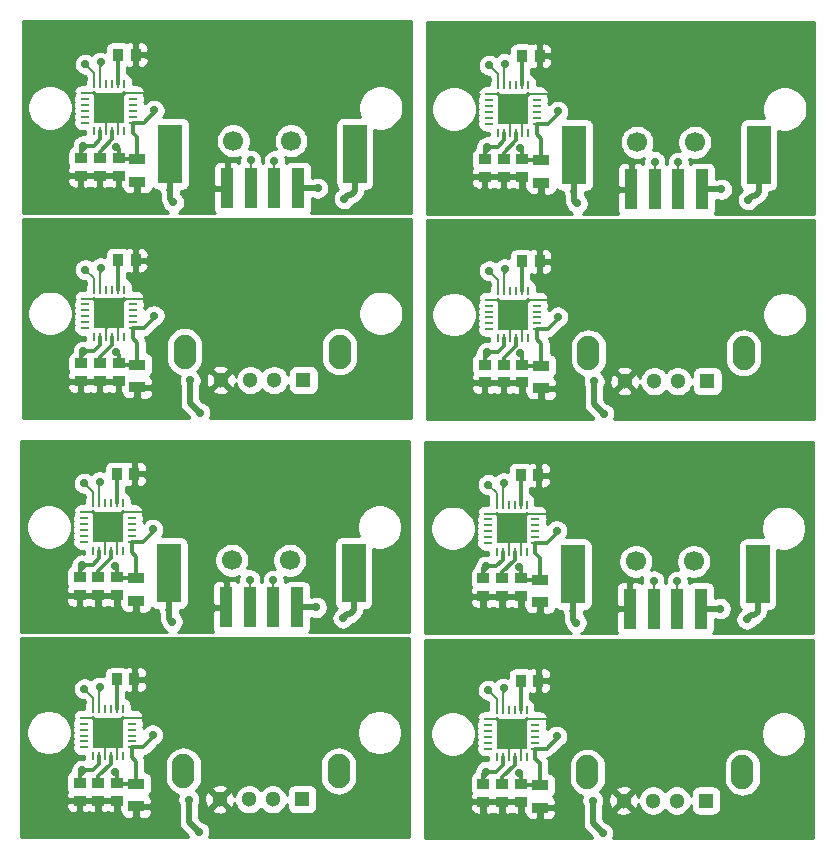
<source format=gtl>
G04 #@! TF.GenerationSoftware,KiCad,Pcbnew,5.1.5-52549c5~86~ubuntu18.04.1*
G04 #@! TF.CreationDate,2020-12-11T21:21:52-08:00*
G04 #@! TF.ProjectId,accelgyro_mpu6050_d2r1_4x4,61636365-6c67-4797-926f-5f6d70753630,rev?*
G04 #@! TF.SameCoordinates,Original*
G04 #@! TF.FileFunction,Copper,L1,Top*
G04 #@! TF.FilePolarity,Positive*
%FSLAX46Y46*%
G04 Gerber Fmt 4.6, Leading zero omitted, Abs format (unit mm)*
G04 Created by KiCad (PCBNEW 5.1.5-52549c5~86~ubuntu18.04.1) date 2020-12-11 21:21:52*
%MOMM*%
%LPD*%
G04 APERTURE LIST*
%ADD10R,1.000760X0.899160*%
%ADD11R,1.397000X0.889000*%
%ADD12C,0.600000*%
%ADD13O,0.248920X0.800100*%
%ADD14O,0.800100X0.248920*%
%ADD15R,2.499360X2.499360*%
%ADD16R,0.899160X1.000760*%
%ADD17R,1.300000X1.300000*%
%ADD18C,1.300000*%
%ADD19O,1.900000X2.900000*%
%ADD20C,1.700000*%
%ADD21R,1.120000X3.390000*%
%ADD22R,2.000000X5.000000*%
%ADD23C,0.700000*%
%ADD24C,0.300000*%
%ADD25C,0.200000*%
%ADD26C,0.500000*%
%ADD27C,0.254000*%
G04 APERTURE END LIST*
D10*
X176400000Y-121748160D03*
X176400000Y-123251840D03*
X176400000Y-104348160D03*
X176400000Y-105851840D03*
D11*
X179600000Y-106352500D03*
X179600000Y-104447500D03*
D12*
X176438000Y-100862000D03*
X177962000Y-100862000D03*
X176438000Y-99338000D03*
X177962000Y-99338000D03*
X177200000Y-100100000D03*
D13*
X175950320Y-98101020D03*
X176450700Y-98101020D03*
X176951080Y-98101020D03*
X177448920Y-98101020D03*
X177949300Y-98101020D03*
X178449680Y-98101020D03*
D14*
X179198980Y-98850320D03*
X179198980Y-99350700D03*
X179198980Y-99851080D03*
X179198980Y-100348920D03*
X179198980Y-100849300D03*
X179198980Y-101349680D03*
D13*
X178449680Y-102098980D03*
X177949300Y-102098980D03*
X177448920Y-102098980D03*
X176951080Y-102098980D03*
X176450700Y-102098980D03*
X175950320Y-102098980D03*
D14*
X175201020Y-101349680D03*
X175201020Y-100849300D03*
X175201020Y-100348920D03*
X175201020Y-99851080D03*
X175201020Y-99350700D03*
X175201020Y-98850320D03*
D15*
X177200000Y-100100000D03*
D10*
X177900000Y-158751840D03*
X177900000Y-157248160D03*
D16*
X179351840Y-148500000D03*
X177848160Y-148500000D03*
D11*
X179500000Y-139947500D03*
X179500000Y-141852500D03*
D17*
X193556000Y-158648000D03*
D18*
X191056000Y-158648000D03*
X189056000Y-158648000D03*
X186556000Y-158648000D03*
D19*
X196626000Y-156248000D03*
X183486000Y-156248000D03*
D10*
X176300000Y-158751840D03*
X176300000Y-157248160D03*
D11*
X179600000Y-123752500D03*
X179600000Y-121847500D03*
D16*
X177948160Y-113000000D03*
X179451840Y-113000000D03*
D10*
X174800000Y-121748160D03*
X174800000Y-123251840D03*
D20*
X192600000Y-102900000D03*
D21*
X189200000Y-106900000D03*
X191200000Y-106900000D03*
X193200000Y-106900000D03*
X187200000Y-106900000D03*
D20*
X187700000Y-102900000D03*
D22*
X198000000Y-104000000D03*
X182400000Y-104000000D03*
D10*
X178000000Y-104348160D03*
X178000000Y-105851840D03*
X174700000Y-158751840D03*
X174700000Y-157248160D03*
X178000000Y-121748160D03*
X178000000Y-123251840D03*
D16*
X179351840Y-131100000D03*
X177848160Y-131100000D03*
D12*
X176438000Y-118262000D03*
X177962000Y-118262000D03*
X176438000Y-116738000D03*
X177962000Y-116738000D03*
X177200000Y-117500000D03*
D13*
X175950320Y-115501020D03*
X176450700Y-115501020D03*
X176951080Y-115501020D03*
X177448920Y-115501020D03*
X177949300Y-115501020D03*
X178449680Y-115501020D03*
D14*
X179198980Y-116250320D03*
X179198980Y-116750700D03*
X179198980Y-117251080D03*
X179198980Y-117748920D03*
X179198980Y-118249300D03*
X179198980Y-118749680D03*
D13*
X178449680Y-119498980D03*
X177949300Y-119498980D03*
X177448920Y-119498980D03*
X176951080Y-119498980D03*
X176450700Y-119498980D03*
X175950320Y-119498980D03*
D14*
X175201020Y-118749680D03*
X175201020Y-118249300D03*
X175201020Y-117748920D03*
X175201020Y-117251080D03*
X175201020Y-116750700D03*
X175201020Y-116250320D03*
D15*
X177200000Y-117500000D03*
D22*
X182300000Y-139500000D03*
X197900000Y-139500000D03*
D20*
X187600000Y-138400000D03*
D21*
X187100000Y-142400000D03*
X193100000Y-142400000D03*
X191100000Y-142400000D03*
X189100000Y-142400000D03*
D20*
X192500000Y-138400000D03*
D10*
X177900000Y-141351840D03*
X177900000Y-139848160D03*
D15*
X177100000Y-135600000D03*
D14*
X175101020Y-134350320D03*
X175101020Y-134850700D03*
X175101020Y-135351080D03*
X175101020Y-135848920D03*
X175101020Y-136349300D03*
X175101020Y-136849680D03*
D13*
X175850320Y-137598980D03*
X176350700Y-137598980D03*
X176851080Y-137598980D03*
X177348920Y-137598980D03*
X177849300Y-137598980D03*
X178349680Y-137598980D03*
D14*
X179098980Y-136849680D03*
X179098980Y-136349300D03*
X179098980Y-135848920D03*
X179098980Y-135351080D03*
X179098980Y-134850700D03*
X179098980Y-134350320D03*
D13*
X178349680Y-133601020D03*
X177849300Y-133601020D03*
X177348920Y-133601020D03*
X176851080Y-133601020D03*
X176350700Y-133601020D03*
X175850320Y-133601020D03*
D12*
X177100000Y-135600000D03*
X177862000Y-134838000D03*
X176338000Y-134838000D03*
X177862000Y-136362000D03*
X176338000Y-136362000D03*
D11*
X179500000Y-157347500D03*
X179500000Y-159252500D03*
D10*
X176300000Y-141351840D03*
X176300000Y-139848160D03*
X174700000Y-141351840D03*
X174700000Y-139848160D03*
D16*
X177948160Y-95600000D03*
X179451840Y-95600000D03*
D10*
X174800000Y-104348160D03*
X174800000Y-105851840D03*
D15*
X177100000Y-153000000D03*
D14*
X175101020Y-151750320D03*
X175101020Y-152250700D03*
X175101020Y-152751080D03*
X175101020Y-153248920D03*
X175101020Y-153749300D03*
X175101020Y-154249680D03*
D13*
X175850320Y-154998980D03*
X176350700Y-154998980D03*
X176851080Y-154998980D03*
X177348920Y-154998980D03*
X177849300Y-154998980D03*
X178349680Y-154998980D03*
D14*
X179098980Y-154249680D03*
X179098980Y-153749300D03*
X179098980Y-153248920D03*
X179098980Y-152751080D03*
X179098980Y-152250700D03*
X179098980Y-151750320D03*
D13*
X178349680Y-151001020D03*
X177849300Y-151001020D03*
X177348920Y-151001020D03*
X176851080Y-151001020D03*
X176350700Y-151001020D03*
X175850320Y-151001020D03*
D12*
X177100000Y-153000000D03*
X177862000Y-152238000D03*
X176338000Y-152238000D03*
X177862000Y-153762000D03*
X176338000Y-153762000D03*
D19*
X183586000Y-120748000D03*
X196726000Y-120748000D03*
D18*
X186656000Y-123148000D03*
X189156000Y-123148000D03*
X191156000Y-123148000D03*
D17*
X193656000Y-123148000D03*
D10*
X142100000Y-157148160D03*
X142100000Y-158651840D03*
X142100000Y-139748160D03*
X142100000Y-141251840D03*
D11*
X145300000Y-141752500D03*
X145300000Y-139847500D03*
D12*
X142138000Y-136262000D03*
X143662000Y-136262000D03*
X142138000Y-134738000D03*
X143662000Y-134738000D03*
X142900000Y-135500000D03*
D13*
X141650320Y-133501020D03*
X142150700Y-133501020D03*
X142651080Y-133501020D03*
X143148920Y-133501020D03*
X143649300Y-133501020D03*
X144149680Y-133501020D03*
D14*
X144898980Y-134250320D03*
X144898980Y-134750700D03*
X144898980Y-135251080D03*
X144898980Y-135748920D03*
X144898980Y-136249300D03*
X144898980Y-136749680D03*
D13*
X144149680Y-137498980D03*
X143649300Y-137498980D03*
X143148920Y-137498980D03*
X142651080Y-137498980D03*
X142150700Y-137498980D03*
X141650320Y-137498980D03*
D14*
X140901020Y-136749680D03*
X140901020Y-136249300D03*
X140901020Y-135748920D03*
X140901020Y-135251080D03*
X140901020Y-134750700D03*
X140901020Y-134250320D03*
D15*
X142900000Y-135500000D03*
D11*
X145300000Y-159152500D03*
X145300000Y-157247500D03*
D16*
X143648160Y-148400000D03*
X145151840Y-148400000D03*
D10*
X140500000Y-157148160D03*
X140500000Y-158651840D03*
D20*
X158300000Y-138300000D03*
D21*
X154900000Y-142300000D03*
X156900000Y-142300000D03*
X158900000Y-142300000D03*
X152900000Y-142300000D03*
D20*
X153400000Y-138300000D03*
D22*
X163700000Y-139400000D03*
X148100000Y-139400000D03*
D10*
X143700000Y-139748160D03*
X143700000Y-141251840D03*
X143700000Y-157148160D03*
X143700000Y-158651840D03*
D12*
X142138000Y-153662000D03*
X143662000Y-153662000D03*
X142138000Y-152138000D03*
X143662000Y-152138000D03*
X142900000Y-152900000D03*
D13*
X141650320Y-150901020D03*
X142150700Y-150901020D03*
X142651080Y-150901020D03*
X143148920Y-150901020D03*
X143649300Y-150901020D03*
X144149680Y-150901020D03*
D14*
X144898980Y-151650320D03*
X144898980Y-152150700D03*
X144898980Y-152651080D03*
X144898980Y-153148920D03*
X144898980Y-153649300D03*
X144898980Y-154149680D03*
D13*
X144149680Y-154898980D03*
X143649300Y-154898980D03*
X143148920Y-154898980D03*
X142651080Y-154898980D03*
X142150700Y-154898980D03*
X141650320Y-154898980D03*
D14*
X140901020Y-154149680D03*
X140901020Y-153649300D03*
X140901020Y-153148920D03*
X140901020Y-152651080D03*
X140901020Y-152150700D03*
X140901020Y-151650320D03*
D15*
X142900000Y-152900000D03*
D16*
X143648160Y-131000000D03*
X145151840Y-131000000D03*
D10*
X140500000Y-139748160D03*
X140500000Y-141251840D03*
D19*
X149286000Y-156148000D03*
X162426000Y-156148000D03*
D18*
X152356000Y-158548000D03*
X154856000Y-158548000D03*
X156856000Y-158548000D03*
D17*
X159356000Y-158548000D03*
D10*
X140600000Y-105751840D03*
X140600000Y-104248160D03*
D16*
X145251840Y-95500000D03*
X143748160Y-95500000D03*
D10*
X142200000Y-105751840D03*
X142200000Y-104248160D03*
X143800000Y-105751840D03*
X143800000Y-104248160D03*
D15*
X143000000Y-100000000D03*
D14*
X141001020Y-98750320D03*
X141001020Y-99250700D03*
X141001020Y-99751080D03*
X141001020Y-100248920D03*
X141001020Y-100749300D03*
X141001020Y-101249680D03*
D13*
X141750320Y-101998980D03*
X142250700Y-101998980D03*
X142751080Y-101998980D03*
X143248920Y-101998980D03*
X143749300Y-101998980D03*
X144249680Y-101998980D03*
D14*
X144998980Y-101249680D03*
X144998980Y-100749300D03*
X144998980Y-100248920D03*
X144998980Y-99751080D03*
X144998980Y-99250700D03*
X144998980Y-98750320D03*
D13*
X144249680Y-98001020D03*
X143749300Y-98001020D03*
X143248920Y-98001020D03*
X142751080Y-98001020D03*
X142250700Y-98001020D03*
X141750320Y-98001020D03*
D12*
X143000000Y-100000000D03*
X143762000Y-99238000D03*
X142238000Y-99238000D03*
X143762000Y-100762000D03*
X142238000Y-100762000D03*
D11*
X145400000Y-104347500D03*
X145400000Y-106252500D03*
D22*
X148200000Y-103900000D03*
X163800000Y-103900000D03*
D20*
X153500000Y-102800000D03*
D21*
X153000000Y-106800000D03*
X159000000Y-106800000D03*
X157000000Y-106800000D03*
X155000000Y-106800000D03*
D20*
X158400000Y-102800000D03*
D17*
X159456000Y-123048000D03*
D18*
X156956000Y-123048000D03*
X154956000Y-123048000D03*
X152456000Y-123048000D03*
D19*
X162526000Y-120648000D03*
X149386000Y-120648000D03*
D10*
X140600000Y-123151840D03*
X140600000Y-121648160D03*
D16*
X145251840Y-112900000D03*
X143748160Y-112900000D03*
D10*
X142200000Y-123151840D03*
X142200000Y-121648160D03*
X143800000Y-123151840D03*
X143800000Y-121648160D03*
D15*
X143000000Y-117400000D03*
D14*
X141001020Y-116150320D03*
X141001020Y-116650700D03*
X141001020Y-117151080D03*
X141001020Y-117648920D03*
X141001020Y-118149300D03*
X141001020Y-118649680D03*
D13*
X141750320Y-119398980D03*
X142250700Y-119398980D03*
X142751080Y-119398980D03*
X143248920Y-119398980D03*
X143749300Y-119398980D03*
X144249680Y-119398980D03*
D14*
X144998980Y-118649680D03*
X144998980Y-118149300D03*
X144998980Y-117648920D03*
X144998980Y-117151080D03*
X144998980Y-116650700D03*
X144998980Y-116150320D03*
D13*
X144249680Y-115401020D03*
X143749300Y-115401020D03*
X143248920Y-115401020D03*
X142751080Y-115401020D03*
X142250700Y-115401020D03*
X141750320Y-115401020D03*
D12*
X143000000Y-117400000D03*
X143762000Y-116638000D03*
X142238000Y-116638000D03*
X143762000Y-118162000D03*
X142238000Y-118162000D03*
D11*
X145400000Y-121747500D03*
X145400000Y-123652500D03*
D23*
X155000000Y-104450000D03*
X142300000Y-96150000D03*
X142300000Y-113550000D03*
X142200000Y-131650000D03*
X154900000Y-139950000D03*
X142200000Y-149050000D03*
X176400000Y-149150000D03*
X189100000Y-140050000D03*
X176400000Y-131750000D03*
X176500000Y-96250000D03*
X189200000Y-104550000D03*
X176500000Y-113650000D03*
X157000000Y-104500000D03*
X141000000Y-96300000D03*
X141000000Y-113700000D03*
X140900000Y-149200000D03*
X156900000Y-140000000D03*
X140900000Y-131800000D03*
X175200000Y-113800000D03*
X175100000Y-149300000D03*
X191100000Y-140100000D03*
X191200000Y-104600000D03*
X175200000Y-96400000D03*
X175100000Y-131900000D03*
X146800000Y-100200000D03*
X143600000Y-103300000D03*
X140800000Y-103200000D03*
X160650000Y-106800000D03*
X146800000Y-117600000D03*
X143600000Y-120700000D03*
X140800000Y-120600000D03*
X140700000Y-156100000D03*
X140700000Y-138700000D03*
X143500000Y-156200000D03*
X160550000Y-142300000D03*
X146700000Y-153100000D03*
X143500000Y-138800000D03*
X146700000Y-135700000D03*
X175000000Y-120700000D03*
X174900000Y-138800000D03*
X175000000Y-103300000D03*
X177700000Y-138900000D03*
X180900000Y-135800000D03*
X180900000Y-153200000D03*
X177800000Y-120800000D03*
X174900000Y-156200000D03*
X194850000Y-106900000D03*
X181000000Y-117700000D03*
X177800000Y-103400000D03*
X181000000Y-100300000D03*
X194750000Y-142400000D03*
X177700000Y-156300000D03*
X148450000Y-108000000D03*
X162900000Y-107700000D03*
X149860000Y-123064000D03*
X150680000Y-125800000D03*
X148350000Y-143500000D03*
X162800000Y-143200000D03*
X149760000Y-158564000D03*
X150580000Y-161300000D03*
X182650000Y-108100000D03*
X184780000Y-161400000D03*
X183960000Y-158664000D03*
X197100000Y-107800000D03*
X182550000Y-143600000D03*
X197000000Y-143300000D03*
X184060000Y-123164000D03*
X184880000Y-125900000D03*
D24*
X144249680Y-98750320D02*
X143000000Y-100000000D01*
X141750320Y-98750320D02*
X143000000Y-100000000D01*
D25*
X143149250Y-100000000D02*
X143000000Y-100000000D01*
X144398930Y-98750320D02*
X143149250Y-100000000D01*
X144998980Y-98750320D02*
X144398930Y-98750320D01*
X141750320Y-98750320D02*
X142238000Y-99238000D01*
X141001020Y-98750320D02*
X141750320Y-98750320D01*
X142751080Y-100248920D02*
X143000000Y-100000000D01*
X142751080Y-101998980D02*
X142751080Y-100248920D01*
X143749300Y-100749300D02*
X143000000Y-100000000D01*
X143749300Y-101998980D02*
X143749300Y-100749300D01*
D26*
X145400000Y-107197000D02*
X145400000Y-106252500D01*
X145400000Y-107197000D02*
X145147000Y-107450000D01*
X143800000Y-107200000D02*
X143800000Y-105751840D01*
X144050000Y-107450000D02*
X143800000Y-107200000D01*
X144550000Y-107450000D02*
X144050000Y-107450000D01*
X145147000Y-107450000D02*
X144550000Y-107450000D01*
X142200000Y-107200000D02*
X142200000Y-105751840D01*
X142450000Y-107450000D02*
X142200000Y-107200000D01*
X143300000Y-107450000D02*
X142450000Y-107450000D01*
X143300000Y-107450000D02*
X141250000Y-107450000D01*
X144550000Y-107450000D02*
X143300000Y-107450000D01*
X140600000Y-106800000D02*
X140600000Y-105751840D01*
X141250000Y-107450000D02*
X140600000Y-106800000D01*
D25*
X145901420Y-95500000D02*
X146550000Y-96148580D01*
X145251840Y-95500000D02*
X145901420Y-95500000D01*
X146550000Y-96148580D02*
X146550000Y-98150000D01*
X145949680Y-98750320D02*
X144998980Y-98750320D01*
X146550000Y-98150000D02*
X145949680Y-98750320D01*
D24*
X144249680Y-116150320D02*
X143000000Y-117400000D01*
X141750320Y-116150320D02*
X143000000Y-117400000D01*
D25*
X143149250Y-117400000D02*
X143000000Y-117400000D01*
X144398930Y-116150320D02*
X143149250Y-117400000D01*
X144998980Y-116150320D02*
X144398930Y-116150320D01*
X141750320Y-116150320D02*
X142238000Y-116638000D01*
X141001020Y-116150320D02*
X141750320Y-116150320D01*
X142751080Y-117648920D02*
X143000000Y-117400000D01*
X142751080Y-119398980D02*
X142751080Y-117648920D01*
X143749300Y-118149300D02*
X143000000Y-117400000D01*
X143749300Y-119398980D02*
X143749300Y-118149300D01*
D26*
X145400000Y-124597000D02*
X145400000Y-123652500D01*
X145400000Y-124597000D02*
X145147000Y-124850000D01*
X143800000Y-124600000D02*
X143800000Y-123151840D01*
X144050000Y-124850000D02*
X143800000Y-124600000D01*
X144550000Y-124850000D02*
X144050000Y-124850000D01*
X145147000Y-124850000D02*
X144550000Y-124850000D01*
X142200000Y-124600000D02*
X142200000Y-123151840D01*
X142450000Y-124850000D02*
X142200000Y-124600000D01*
X143300000Y-124850000D02*
X142450000Y-124850000D01*
X143300000Y-124850000D02*
X141250000Y-124850000D01*
X144550000Y-124850000D02*
X143300000Y-124850000D01*
X140600000Y-124200000D02*
X140600000Y-123151840D01*
X141250000Y-124850000D02*
X140600000Y-124200000D01*
D25*
X145901420Y-112900000D02*
X146550000Y-113548580D01*
X145251840Y-112900000D02*
X145901420Y-112900000D01*
X146550000Y-113548580D02*
X146550000Y-115550000D01*
X145949680Y-116150320D02*
X144998980Y-116150320D01*
X146550000Y-115550000D02*
X145949680Y-116150320D01*
X144298930Y-134250320D02*
X143049250Y-135500000D01*
X145151840Y-131000000D02*
X145801420Y-131000000D01*
X146450000Y-151050000D02*
X145849680Y-151650320D01*
D26*
X142100000Y-142700000D02*
X142100000Y-141251840D01*
D24*
X141650320Y-151650320D02*
X142900000Y-152900000D01*
D25*
X144898980Y-151650320D02*
X144298930Y-151650320D01*
D26*
X145300000Y-160097000D02*
X145300000Y-159152500D01*
D25*
X142651080Y-137498980D02*
X142651080Y-135748920D01*
D26*
X145300000Y-142697000D02*
X145300000Y-141752500D01*
X142100000Y-160100000D02*
X142100000Y-158651840D01*
D25*
X143049250Y-152900000D02*
X142900000Y-152900000D01*
X146450000Y-149048580D02*
X146450000Y-151050000D01*
D26*
X141150000Y-160350000D02*
X140500000Y-159700000D01*
X144450000Y-142950000D02*
X143950000Y-142950000D01*
D25*
X143649300Y-136249300D02*
X142900000Y-135500000D01*
X141650320Y-151650320D02*
X142138000Y-152138000D01*
X143049250Y-135500000D02*
X142900000Y-135500000D01*
D26*
X144450000Y-160350000D02*
X143950000Y-160350000D01*
D25*
X144898980Y-134250320D02*
X144298930Y-134250320D01*
X143649300Y-154898980D02*
X143649300Y-153649300D01*
D26*
X143700000Y-142700000D02*
X143700000Y-141251840D01*
X143200000Y-160350000D02*
X142350000Y-160350000D01*
D24*
X144149680Y-134250320D02*
X142900000Y-135500000D01*
D26*
X140500000Y-142300000D02*
X140500000Y-141251840D01*
D25*
X140901020Y-151650320D02*
X141650320Y-151650320D01*
X144298930Y-151650320D02*
X143049250Y-152900000D01*
D26*
X143200000Y-142950000D02*
X142350000Y-142950000D01*
D25*
X143649300Y-137498980D02*
X143649300Y-136249300D01*
X142651080Y-135748920D02*
X142900000Y-135500000D01*
X146450000Y-131648580D02*
X146450000Y-133650000D01*
D26*
X143950000Y-142950000D02*
X143700000Y-142700000D01*
D25*
X145801420Y-131000000D02*
X146450000Y-131648580D01*
D26*
X144450000Y-160350000D02*
X143200000Y-160350000D01*
X145300000Y-142697000D02*
X145047000Y-142950000D01*
D24*
X144149680Y-151650320D02*
X142900000Y-152900000D01*
D26*
X144450000Y-142950000D02*
X143200000Y-142950000D01*
D25*
X140901020Y-134250320D02*
X141650320Y-134250320D01*
X141650320Y-134250320D02*
X142138000Y-134738000D01*
X145151840Y-148400000D02*
X145801420Y-148400000D01*
D26*
X143200000Y-160350000D02*
X141150000Y-160350000D01*
X143700000Y-160100000D02*
X143700000Y-158651840D01*
X145047000Y-142950000D02*
X144450000Y-142950000D01*
D24*
X141650320Y-134250320D02*
X142900000Y-135500000D01*
D26*
X145047000Y-160350000D02*
X144450000Y-160350000D01*
D25*
X145849680Y-134250320D02*
X144898980Y-134250320D01*
X145801420Y-148400000D02*
X146450000Y-149048580D01*
D26*
X142350000Y-160350000D02*
X142100000Y-160100000D01*
X145300000Y-160097000D02*
X145047000Y-160350000D01*
D25*
X142651080Y-154898980D02*
X142651080Y-153148920D01*
D26*
X140500000Y-159700000D02*
X140500000Y-158651840D01*
D25*
X142651080Y-153148920D02*
X142900000Y-152900000D01*
D26*
X143200000Y-142950000D02*
X141150000Y-142950000D01*
X143950000Y-160350000D02*
X143700000Y-160100000D01*
D25*
X145849680Y-151650320D02*
X144898980Y-151650320D01*
X143649300Y-153649300D02*
X142900000Y-152900000D01*
D26*
X142350000Y-142950000D02*
X142100000Y-142700000D01*
D25*
X146450000Y-133650000D02*
X145849680Y-134250320D01*
D26*
X141150000Y-142950000D02*
X140500000Y-142300000D01*
D25*
X178598930Y-98850320D02*
X177349250Y-100100000D01*
X179451840Y-95600000D02*
X180101420Y-95600000D01*
D26*
X176300000Y-142800000D02*
X176300000Y-141351840D01*
D25*
X180049680Y-134350320D02*
X179098980Y-134350320D01*
X180750000Y-115650000D02*
X180149680Y-116250320D01*
D26*
X179500000Y-160197000D02*
X179500000Y-159252500D01*
X176400000Y-107300000D02*
X176400000Y-105851840D01*
D25*
X180650000Y-149148580D02*
X180650000Y-151150000D01*
D26*
X175350000Y-160450000D02*
X174700000Y-159800000D01*
X179500000Y-142797000D02*
X179500000Y-141852500D01*
D24*
X175950320Y-116250320D02*
X177200000Y-117500000D01*
D25*
X177249250Y-135600000D02*
X177100000Y-135600000D01*
D26*
X178650000Y-160450000D02*
X178150000Y-160450000D01*
D25*
X179198980Y-116250320D02*
X178598930Y-116250320D01*
D26*
X176550000Y-143050000D02*
X176300000Y-142800000D01*
X179600000Y-124697000D02*
X179600000Y-123752500D01*
D25*
X176951080Y-102098980D02*
X176951080Y-100348920D01*
D26*
X179600000Y-107297000D02*
X179600000Y-106352500D01*
X176400000Y-124700000D02*
X176400000Y-123251840D01*
D25*
X177349250Y-117500000D02*
X177200000Y-117500000D01*
X180049680Y-151750320D02*
X179098980Y-151750320D01*
X177849300Y-153749300D02*
X177100000Y-153000000D01*
X180750000Y-113648580D02*
X180750000Y-115650000D01*
D26*
X175450000Y-124950000D02*
X174800000Y-124300000D01*
X179247000Y-160450000D02*
X178650000Y-160450000D01*
X178750000Y-107550000D02*
X178250000Y-107550000D01*
D25*
X177949300Y-100849300D02*
X177200000Y-100100000D01*
X175101020Y-134350320D02*
X175850320Y-134350320D01*
X175950320Y-116250320D02*
X176438000Y-116738000D01*
X177349250Y-100100000D02*
X177200000Y-100100000D01*
D26*
X178650000Y-143050000D02*
X178150000Y-143050000D01*
D25*
X176851080Y-154998980D02*
X176851080Y-153248920D01*
D26*
X178750000Y-124950000D02*
X178250000Y-124950000D01*
D25*
X180650000Y-151150000D02*
X180049680Y-151750320D01*
X178498930Y-134350320D02*
X177249250Y-135600000D01*
X179198980Y-98850320D02*
X178598930Y-98850320D01*
X177949300Y-119498980D02*
X177949300Y-118249300D01*
X179351840Y-148500000D02*
X180001420Y-148500000D01*
D26*
X177400000Y-160450000D02*
X175350000Y-160450000D01*
X177900000Y-160200000D02*
X177900000Y-158751840D01*
X179247000Y-143050000D02*
X178650000Y-143050000D01*
D25*
X175850320Y-134350320D02*
X176338000Y-134838000D01*
D26*
X178000000Y-107300000D02*
X178000000Y-105851840D01*
X177500000Y-124950000D02*
X176650000Y-124950000D01*
D24*
X178449680Y-98850320D02*
X177200000Y-100100000D01*
D26*
X174800000Y-106900000D02*
X174800000Y-105851840D01*
D25*
X175201020Y-116250320D02*
X175950320Y-116250320D01*
X178598930Y-116250320D02*
X177349250Y-117500000D01*
D26*
X177500000Y-107550000D02*
X176650000Y-107550000D01*
D25*
X177949300Y-102098980D02*
X177949300Y-100849300D01*
X176951080Y-100348920D02*
X177200000Y-100100000D01*
X180750000Y-96248580D02*
X180750000Y-98250000D01*
D26*
X178250000Y-107550000D02*
X178000000Y-107300000D01*
D25*
X180101420Y-95600000D02*
X180750000Y-96248580D01*
D26*
X178750000Y-124950000D02*
X177500000Y-124950000D01*
X179600000Y-107297000D02*
X179347000Y-107550000D01*
D25*
X180001420Y-148500000D02*
X180650000Y-149148580D01*
D26*
X176550000Y-160450000D02*
X176300000Y-160200000D01*
X179500000Y-160197000D02*
X179247000Y-160450000D01*
D24*
X178449680Y-116250320D02*
X177200000Y-117500000D01*
D26*
X178750000Y-107550000D02*
X177500000Y-107550000D01*
D25*
X176851080Y-153248920D02*
X177100000Y-153000000D01*
D24*
X175850320Y-151750320D02*
X177100000Y-153000000D01*
D25*
X179098980Y-151750320D02*
X178498930Y-151750320D01*
X175201020Y-98850320D02*
X175950320Y-98850320D01*
D26*
X174700000Y-159800000D02*
X174700000Y-158751840D01*
D25*
X175950320Y-98850320D02*
X176438000Y-99338000D01*
X179451840Y-113000000D02*
X180101420Y-113000000D01*
D26*
X175350000Y-143050000D02*
X174700000Y-142400000D01*
X177500000Y-124950000D02*
X175450000Y-124950000D01*
X178000000Y-124700000D02*
X178000000Y-123251840D01*
X179347000Y-107550000D02*
X178750000Y-107550000D01*
D24*
X175950320Y-98850320D02*
X177200000Y-100100000D01*
D26*
X179347000Y-124950000D02*
X178750000Y-124950000D01*
X174700000Y-142400000D02*
X174700000Y-141351840D01*
D25*
X175101020Y-151750320D02*
X175850320Y-151750320D01*
X178498930Y-151750320D02*
X177249250Y-153000000D01*
D26*
X177400000Y-143050000D02*
X175350000Y-143050000D01*
X178150000Y-160450000D02*
X177900000Y-160200000D01*
D25*
X180149680Y-98850320D02*
X179198980Y-98850320D01*
X177849300Y-136349300D02*
X177100000Y-135600000D01*
X175850320Y-151750320D02*
X176338000Y-152238000D01*
D26*
X177400000Y-143050000D02*
X176550000Y-143050000D01*
D25*
X177849300Y-137598980D02*
X177849300Y-136349300D01*
X180101420Y-113000000D02*
X180750000Y-113648580D01*
D26*
X176650000Y-124950000D02*
X176400000Y-124700000D01*
X179600000Y-124697000D02*
X179347000Y-124950000D01*
D25*
X176851080Y-137598980D02*
X176851080Y-135848920D01*
X177249250Y-153000000D02*
X177100000Y-153000000D01*
D26*
X176300000Y-160200000D02*
X176300000Y-158751840D01*
D25*
X176951080Y-119498980D02*
X176951080Y-117748920D01*
D26*
X174800000Y-124300000D02*
X174800000Y-123251840D01*
D25*
X179098980Y-134350320D02*
X178498930Y-134350320D01*
X177849300Y-154998980D02*
X177849300Y-153749300D01*
D26*
X177900000Y-142800000D02*
X177900000Y-141351840D01*
X177400000Y-160450000D02*
X176550000Y-160450000D01*
D24*
X178349680Y-134350320D02*
X177100000Y-135600000D01*
D25*
X176951080Y-117748920D02*
X177200000Y-117500000D01*
D26*
X178150000Y-143050000D02*
X177900000Y-142800000D01*
D25*
X180001420Y-131100000D02*
X180650000Y-131748580D01*
X176851080Y-135848920D02*
X177100000Y-135600000D01*
X180650000Y-131748580D02*
X180650000Y-133750000D01*
D24*
X175850320Y-134350320D02*
X177100000Y-135600000D01*
D26*
X177500000Y-107550000D02*
X175450000Y-107550000D01*
X178250000Y-124950000D02*
X178000000Y-124700000D01*
D25*
X180650000Y-133750000D02*
X180049680Y-134350320D01*
D26*
X178650000Y-143050000D02*
X177400000Y-143050000D01*
D25*
X179351840Y-131100000D02*
X180001420Y-131100000D01*
X180149680Y-116250320D02*
X179198980Y-116250320D01*
X177949300Y-118249300D02*
X177200000Y-117500000D01*
D26*
X176650000Y-107550000D02*
X176400000Y-107300000D01*
D25*
X180750000Y-98250000D02*
X180149680Y-98850320D01*
D26*
X178650000Y-160450000D02*
X177400000Y-160450000D01*
X179500000Y-142797000D02*
X179247000Y-143050000D01*
D24*
X178349680Y-151750320D02*
X177100000Y-153000000D01*
D26*
X175450000Y-107550000D02*
X174800000Y-106900000D01*
D25*
X155000000Y-106800000D02*
X155000000Y-104450000D01*
X142300000Y-96150000D02*
X142250700Y-96899300D01*
X142250700Y-96899300D02*
X142250700Y-98001020D01*
X142300000Y-113550000D02*
X142250700Y-114299300D01*
X142250700Y-114299300D02*
X142250700Y-115401020D01*
X142150700Y-149799300D02*
X142150700Y-150901020D01*
X142200000Y-149050000D02*
X142150700Y-149799300D01*
X142150700Y-132399300D02*
X142150700Y-133501020D01*
X154900000Y-142300000D02*
X154900000Y-139950000D01*
X142200000Y-131650000D02*
X142150700Y-132399300D01*
X176450700Y-114399300D02*
X176450700Y-115501020D01*
X176350700Y-132499300D02*
X176350700Y-133601020D01*
X176350700Y-149899300D02*
X176350700Y-151001020D01*
X176400000Y-131750000D02*
X176350700Y-132499300D01*
X176400000Y-149150000D02*
X176350700Y-149899300D01*
X176500000Y-113650000D02*
X176450700Y-114399300D01*
X189100000Y-142400000D02*
X189100000Y-140050000D01*
X176450700Y-96999300D02*
X176450700Y-98101020D01*
X189200000Y-106900000D02*
X189200000Y-104550000D01*
X176500000Y-96250000D02*
X176450700Y-96999300D01*
X157000000Y-106800000D02*
X157000000Y-104500000D01*
X141750320Y-97050320D02*
X141750320Y-98001020D01*
X141000000Y-96300000D02*
X141750320Y-97050320D01*
X141000000Y-113700000D02*
X141750320Y-114450320D01*
X141750320Y-114450320D02*
X141750320Y-115401020D01*
X140900000Y-149200000D02*
X141650320Y-149950320D01*
X156900000Y-142300000D02*
X156900000Y-140000000D01*
X140900000Y-131800000D02*
X141650320Y-132550320D01*
X141650320Y-149950320D02*
X141650320Y-150901020D01*
X141650320Y-132550320D02*
X141650320Y-133501020D01*
X175200000Y-113800000D02*
X175950320Y-114550320D01*
X191100000Y-142400000D02*
X191100000Y-140100000D01*
X175850320Y-150050320D02*
X175850320Y-151001020D01*
X175850320Y-132650320D02*
X175850320Y-133601020D01*
X175100000Y-131900000D02*
X175850320Y-132650320D01*
X191200000Y-106900000D02*
X191200000Y-104600000D01*
X175200000Y-96400000D02*
X175950320Y-97150320D01*
X175950320Y-114550320D02*
X175950320Y-115501020D01*
X175100000Y-149300000D02*
X175850320Y-150050320D01*
X175950320Y-97150320D02*
X175950320Y-98101020D01*
D24*
X140600000Y-104248160D02*
X140600000Y-103400000D01*
X143800000Y-103500000D02*
X143800000Y-104248160D01*
X143600000Y-103300000D02*
X143800000Y-103500000D01*
X140600000Y-103400000D02*
X140800000Y-103200000D01*
X144998980Y-101249680D02*
X145950320Y-101249680D01*
X145950320Y-101249680D02*
X146900000Y-100300000D01*
X140600000Y-103700000D02*
X140600000Y-104248160D01*
X141100000Y-103200000D02*
X140600000Y-103700000D01*
X141700000Y-103200000D02*
X141100000Y-103200000D01*
X142250700Y-102649300D02*
X141700000Y-103200000D01*
X142250700Y-101998980D02*
X142250700Y-102649300D01*
X143899340Y-104347500D02*
X143800000Y-104248160D01*
X145400000Y-104347500D02*
X143899340Y-104347500D01*
X145400000Y-102500000D02*
X145400000Y-104347500D01*
X144998980Y-102098980D02*
X145400000Y-102500000D01*
X144998980Y-101249680D02*
X144998980Y-102098980D01*
D26*
X159000000Y-106800000D02*
X160650000Y-106800000D01*
D24*
X140600000Y-121648160D02*
X140600000Y-120800000D01*
X143800000Y-120900000D02*
X143800000Y-121648160D01*
X143600000Y-120700000D02*
X143800000Y-120900000D01*
X140600000Y-120800000D02*
X140800000Y-120600000D01*
X144998980Y-118649680D02*
X145950320Y-118649680D01*
X145950320Y-118649680D02*
X146900000Y-117700000D01*
X140600000Y-121100000D02*
X140600000Y-121648160D01*
X141100000Y-120600000D02*
X140600000Y-121100000D01*
X141700000Y-120600000D02*
X141100000Y-120600000D01*
X142250700Y-120049300D02*
X141700000Y-120600000D01*
X142250700Y-119398980D02*
X142250700Y-120049300D01*
X143899340Y-121747500D02*
X143800000Y-121648160D01*
X145400000Y-121747500D02*
X143899340Y-121747500D01*
X145400000Y-119900000D02*
X145400000Y-121747500D01*
X144998980Y-119498980D02*
X145400000Y-119900000D01*
X144998980Y-118649680D02*
X144998980Y-119498980D01*
X144898980Y-154149680D02*
X145850320Y-154149680D01*
X141000000Y-138700000D02*
X140500000Y-139200000D01*
X140500000Y-157148160D02*
X140500000Y-156300000D01*
X140500000Y-138900000D02*
X140700000Y-138700000D01*
D26*
X158900000Y-142300000D02*
X160550000Y-142300000D01*
D24*
X144898980Y-136749680D02*
X144898980Y-137598980D01*
X145300000Y-155400000D02*
X145300000Y-157247500D01*
X141600000Y-138700000D02*
X141000000Y-138700000D01*
X141000000Y-156100000D02*
X140500000Y-156600000D01*
X142150700Y-155549300D02*
X141600000Y-156100000D01*
X145300000Y-157247500D02*
X143799340Y-157247500D01*
X144898980Y-154998980D02*
X145300000Y-155400000D01*
X142150700Y-154898980D02*
X142150700Y-155549300D01*
X140500000Y-156600000D02*
X140500000Y-157148160D01*
X142150700Y-138149300D02*
X141600000Y-138700000D01*
X144898980Y-137598980D02*
X145300000Y-138000000D01*
X143799340Y-139847500D02*
X143700000Y-139748160D01*
X143700000Y-156400000D02*
X143700000Y-157148160D01*
X145300000Y-139847500D02*
X143799340Y-139847500D01*
X142150700Y-137498980D02*
X142150700Y-138149300D01*
X143799340Y-157247500D02*
X143700000Y-157148160D01*
X140500000Y-156300000D02*
X140700000Y-156100000D01*
X141600000Y-156100000D02*
X141000000Y-156100000D01*
X144898980Y-136749680D02*
X145850320Y-136749680D01*
X145850320Y-136749680D02*
X146800000Y-135800000D01*
X145300000Y-138000000D02*
X145300000Y-139847500D01*
X144898980Y-154149680D02*
X144898980Y-154998980D01*
X140500000Y-139748160D02*
X140500000Y-138900000D01*
X143700000Y-139000000D02*
X143700000Y-139748160D01*
X143500000Y-138800000D02*
X143700000Y-139000000D01*
X145850320Y-154149680D02*
X146800000Y-153200000D01*
X140500000Y-139200000D02*
X140500000Y-139748160D01*
X143500000Y-156200000D02*
X143700000Y-156400000D01*
X177700000Y-156300000D02*
X177900000Y-156500000D01*
X175800000Y-156200000D02*
X175200000Y-156200000D01*
X179198980Y-118749680D02*
X180150320Y-118749680D01*
X175200000Y-138800000D02*
X174700000Y-139300000D01*
X174700000Y-157248160D02*
X174700000Y-156400000D01*
X177999340Y-157347500D02*
X177900000Y-157248160D01*
X175300000Y-103300000D02*
X174800000Y-103800000D01*
X180050320Y-154249680D02*
X181000000Y-153300000D01*
X174700000Y-139300000D02*
X174700000Y-139848160D01*
X177700000Y-138900000D02*
X177900000Y-139100000D01*
X174800000Y-121748160D02*
X174800000Y-120900000D01*
X174800000Y-103500000D02*
X175000000Y-103300000D01*
D26*
X193200000Y-106900000D02*
X194850000Y-106900000D01*
D24*
X177900000Y-156500000D02*
X177900000Y-157248160D01*
X179198980Y-101349680D02*
X179198980Y-102198980D01*
X179500000Y-139947500D02*
X177999340Y-139947500D01*
X176350700Y-137598980D02*
X176350700Y-138249300D01*
X174700000Y-156400000D02*
X174900000Y-156200000D01*
X179600000Y-120000000D02*
X179600000Y-121847500D01*
X175900000Y-103300000D02*
X175300000Y-103300000D01*
X175300000Y-120700000D02*
X174800000Y-121200000D01*
X176450700Y-120149300D02*
X175900000Y-120700000D01*
X179600000Y-121847500D02*
X178099340Y-121847500D01*
X179198980Y-119598980D02*
X179600000Y-120000000D01*
X174700000Y-139848160D02*
X174700000Y-139000000D01*
X179098980Y-136849680D02*
X180050320Y-136849680D01*
X176450700Y-119498980D02*
X176450700Y-120149300D01*
X174800000Y-121200000D02*
X174800000Y-121748160D01*
X176450700Y-102749300D02*
X175900000Y-103300000D01*
X176350700Y-138249300D02*
X175800000Y-138800000D01*
X179098980Y-137698980D02*
X179500000Y-138100000D01*
X177999340Y-139947500D02*
X177900000Y-139848160D01*
X179198980Y-102198980D02*
X179600000Y-102600000D01*
X178099340Y-104447500D02*
X178000000Y-104348160D01*
X178000000Y-121000000D02*
X178000000Y-121748160D01*
X179600000Y-104447500D02*
X178099340Y-104447500D01*
X176450700Y-102098980D02*
X176450700Y-102749300D01*
X178099340Y-121847500D02*
X178000000Y-121748160D01*
X175800000Y-138800000D02*
X175200000Y-138800000D01*
X174800000Y-120900000D02*
X175000000Y-120700000D01*
X177900000Y-139100000D02*
X177900000Y-139848160D01*
X175900000Y-120700000D02*
X175300000Y-120700000D01*
X180050320Y-136849680D02*
X181000000Y-135900000D01*
X174700000Y-139000000D02*
X174900000Y-138800000D01*
D26*
X193100000Y-142400000D02*
X194750000Y-142400000D01*
D24*
X175200000Y-156200000D02*
X174700000Y-156700000D01*
X179198980Y-101349680D02*
X180150320Y-101349680D01*
X180150320Y-101349680D02*
X181100000Y-100400000D01*
X179098980Y-136849680D02*
X179098980Y-137698980D01*
X179600000Y-102600000D02*
X179600000Y-104447500D01*
X179500000Y-155500000D02*
X179500000Y-157347500D01*
X179198980Y-118749680D02*
X179198980Y-119598980D01*
X179098980Y-155098980D02*
X179500000Y-155500000D01*
X176350700Y-155649300D02*
X175800000Y-156200000D01*
X179500000Y-157347500D02*
X177999340Y-157347500D01*
X179098980Y-154249680D02*
X180050320Y-154249680D01*
X174800000Y-104348160D02*
X174800000Y-103500000D01*
X178000000Y-103600000D02*
X178000000Y-104348160D01*
X179098980Y-154249680D02*
X179098980Y-155098980D01*
X179500000Y-138100000D02*
X179500000Y-139947500D01*
X174700000Y-156700000D02*
X174700000Y-157248160D01*
X177800000Y-103400000D02*
X178000000Y-103600000D01*
X180150320Y-118749680D02*
X181100000Y-117800000D01*
X174800000Y-103800000D02*
X174800000Y-104348160D01*
X177800000Y-120800000D02*
X178000000Y-121000000D01*
X176350700Y-154998980D02*
X176350700Y-155649300D01*
X143749300Y-95501140D02*
X143748160Y-95500000D01*
X143749300Y-98001020D02*
X143749300Y-95501140D01*
X143749300Y-112901140D02*
X143748160Y-112900000D01*
X143749300Y-115401020D02*
X143749300Y-112901140D01*
X143649300Y-150901020D02*
X143649300Y-148401140D01*
X143649300Y-148401140D02*
X143648160Y-148400000D01*
X143649300Y-131001140D02*
X143648160Y-131000000D01*
X143649300Y-133501020D02*
X143649300Y-131001140D01*
X177849300Y-151001020D02*
X177849300Y-148501140D01*
X177949300Y-115501020D02*
X177949300Y-113001140D01*
X177949300Y-113001140D02*
X177948160Y-113000000D01*
X177849300Y-148501140D02*
X177848160Y-148500000D01*
X177849300Y-133601020D02*
X177849300Y-131101140D01*
X177949300Y-95601140D02*
X177948160Y-95600000D01*
X177849300Y-131101140D02*
X177848160Y-131100000D01*
X177949300Y-98101020D02*
X177949300Y-95601140D01*
X142200000Y-103700000D02*
X142200000Y-104248160D01*
X143248920Y-102651080D02*
X142200000Y-103700000D01*
X143248920Y-101998980D02*
X143248920Y-102651080D01*
X142200000Y-121100000D02*
X142200000Y-121648160D01*
X143248920Y-120051080D02*
X142200000Y-121100000D01*
X143248920Y-119398980D02*
X143248920Y-120051080D01*
X143148920Y-137498980D02*
X143148920Y-138151080D01*
X142100000Y-139200000D02*
X142100000Y-139748160D01*
X142100000Y-156600000D02*
X142100000Y-157148160D01*
X143148920Y-138151080D02*
X142100000Y-139200000D01*
X143148920Y-155551080D02*
X142100000Y-156600000D01*
X143148920Y-154898980D02*
X143148920Y-155551080D01*
X177348920Y-154998980D02*
X177348920Y-155651080D01*
X177348920Y-138251080D02*
X176300000Y-139300000D01*
X177448920Y-102098980D02*
X177448920Y-102751080D01*
X177348920Y-155651080D02*
X176300000Y-156700000D01*
X176400000Y-103800000D02*
X176400000Y-104348160D01*
X176400000Y-121200000D02*
X176400000Y-121748160D01*
X177448920Y-102751080D02*
X176400000Y-103800000D01*
X177448920Y-120151080D02*
X176400000Y-121200000D01*
X177448920Y-119498980D02*
X177448920Y-120151080D01*
X177348920Y-137598980D02*
X177348920Y-138251080D01*
X176300000Y-139300000D02*
X176300000Y-139848160D01*
X176300000Y-156700000D02*
X176300000Y-157248160D01*
D26*
X148200000Y-106900000D02*
X148110010Y-106989990D01*
X148200000Y-103900000D02*
X148200000Y-106900000D01*
X148200000Y-106900000D02*
X148200000Y-107750000D01*
X148200000Y-107750000D02*
X148450000Y-108000000D01*
X163249999Y-107350001D02*
X163500001Y-107350001D01*
X162900000Y-107700000D02*
X163249999Y-107350001D01*
X163800000Y-107050002D02*
X163800000Y-103900000D01*
X163500001Y-107350001D02*
X163800000Y-107050002D01*
X149860000Y-124980000D02*
X150680000Y-125800000D01*
X149860000Y-123064000D02*
X149860000Y-124980000D01*
X163400001Y-142850001D02*
X163700000Y-142550002D01*
X163149999Y-142850001D02*
X163400001Y-142850001D01*
X148100000Y-139400000D02*
X148100000Y-142400000D01*
X163700000Y-142550002D02*
X163700000Y-139400000D01*
X148100000Y-142400000D02*
X148010010Y-142489990D01*
X149760000Y-160480000D02*
X150580000Y-161300000D01*
X148100000Y-143250000D02*
X148350000Y-143500000D01*
X148100000Y-142400000D02*
X148100000Y-143250000D01*
X162800000Y-143200000D02*
X163149999Y-142850001D01*
X149760000Y-158564000D02*
X149760000Y-160480000D01*
X197700001Y-107450001D02*
X198000000Y-107150002D01*
X182300000Y-139500000D02*
X182300000Y-142500000D01*
X182300000Y-142500000D02*
X182300000Y-143350000D01*
X197449999Y-107450001D02*
X197700001Y-107450001D01*
X182400000Y-104000000D02*
X182400000Y-107000000D01*
X197349999Y-142950001D02*
X197600001Y-142950001D01*
X183960000Y-160580000D02*
X184780000Y-161400000D01*
X198000000Y-107150002D02*
X198000000Y-104000000D01*
X182300000Y-143350000D02*
X182550000Y-143600000D01*
X182400000Y-107000000D02*
X182310010Y-107089990D01*
X197000000Y-143300000D02*
X197349999Y-142950001D01*
X183960000Y-158664000D02*
X183960000Y-160580000D01*
X184060000Y-125080000D02*
X184880000Y-125900000D01*
X182400000Y-107850000D02*
X182650000Y-108100000D01*
X182400000Y-107000000D02*
X182400000Y-107850000D01*
X182300000Y-142500000D02*
X182210010Y-142589990D01*
X197100000Y-107800000D02*
X197449999Y-107450001D01*
X197900000Y-142650002D02*
X197900000Y-139500000D01*
X184060000Y-123164000D02*
X184060000Y-125080000D01*
X197600001Y-142950001D02*
X197900000Y-142650002D01*
D27*
G36*
X168523000Y-108873000D02*
G01*
X160060897Y-108873000D01*
X160083853Y-108845028D01*
X160142075Y-108736103D01*
X160177927Y-108617913D01*
X160190033Y-108495000D01*
X160190033Y-107677000D01*
X160214242Y-107677000D01*
X160365020Y-107739454D01*
X160553774Y-107777000D01*
X160746226Y-107777000D01*
X160934980Y-107739454D01*
X161112783Y-107665806D01*
X161205620Y-107603774D01*
X161923000Y-107603774D01*
X161923000Y-107796226D01*
X161960546Y-107984980D01*
X162034194Y-108162783D01*
X162141115Y-108322801D01*
X162277199Y-108458885D01*
X162437217Y-108565806D01*
X162615020Y-108639454D01*
X162803774Y-108677000D01*
X162996226Y-108677000D01*
X163184980Y-108639454D01*
X163362783Y-108565806D01*
X163522801Y-108458885D01*
X163658885Y-108322801D01*
X163746490Y-108191691D01*
X163837238Y-108164163D01*
X163989593Y-108082728D01*
X164123134Y-107973134D01*
X164150598Y-107939668D01*
X164389665Y-107700601D01*
X164423133Y-107673135D01*
X164532727Y-107539594D01*
X164614162Y-107387239D01*
X164644720Y-107286502D01*
X164664310Y-107221925D01*
X164681243Y-107050002D01*
X164679276Y-107030033D01*
X164800000Y-107030033D01*
X164922913Y-107017927D01*
X165041103Y-106982075D01*
X165150028Y-106923853D01*
X165245501Y-106845501D01*
X165323853Y-106750028D01*
X165382075Y-106641103D01*
X165417927Y-106522913D01*
X165430033Y-106400000D01*
X165430033Y-101849682D01*
X165437915Y-101852947D01*
X165810207Y-101927000D01*
X166189793Y-101927000D01*
X166562085Y-101852947D01*
X166912777Y-101707685D01*
X167228391Y-101496799D01*
X167496799Y-101228391D01*
X167707685Y-100912777D01*
X167852947Y-100562085D01*
X167927000Y-100189793D01*
X167927000Y-99810207D01*
X167852947Y-99437915D01*
X167707685Y-99087223D01*
X167496799Y-98771609D01*
X167228391Y-98503201D01*
X166912777Y-98292315D01*
X166562085Y-98147053D01*
X166189793Y-98073000D01*
X165810207Y-98073000D01*
X165437915Y-98147053D01*
X165087223Y-98292315D01*
X164771609Y-98503201D01*
X164503201Y-98771609D01*
X164292315Y-99087223D01*
X164147053Y-99437915D01*
X164073000Y-99810207D01*
X164073000Y-100189793D01*
X164147053Y-100562085D01*
X164233161Y-100769967D01*
X162800000Y-100769967D01*
X162677087Y-100782073D01*
X162558897Y-100817925D01*
X162449972Y-100876147D01*
X162354499Y-100954499D01*
X162276147Y-101049972D01*
X162217925Y-101158897D01*
X162182073Y-101277087D01*
X162169967Y-101400000D01*
X162169967Y-106400000D01*
X162182073Y-106522913D01*
X162217925Y-106641103D01*
X162276147Y-106750028D01*
X162354499Y-106845501D01*
X162384028Y-106869734D01*
X162277199Y-106941115D01*
X162141115Y-107077199D01*
X162034194Y-107237217D01*
X161960546Y-107415020D01*
X161923000Y-107603774D01*
X161205620Y-107603774D01*
X161272801Y-107558885D01*
X161408885Y-107422801D01*
X161515806Y-107262783D01*
X161589454Y-107084980D01*
X161627000Y-106896226D01*
X161627000Y-106703774D01*
X161589454Y-106515020D01*
X161515806Y-106337217D01*
X161408885Y-106177199D01*
X161272801Y-106041115D01*
X161112783Y-105934194D01*
X160934980Y-105860546D01*
X160746226Y-105823000D01*
X160553774Y-105823000D01*
X160365020Y-105860546D01*
X160214242Y-105923000D01*
X160190033Y-105923000D01*
X160190033Y-105105000D01*
X160177927Y-104982087D01*
X160142075Y-104863897D01*
X160083853Y-104754972D01*
X160005501Y-104659499D01*
X159910028Y-104581147D01*
X159801103Y-104522925D01*
X159682913Y-104487073D01*
X159560000Y-104474967D01*
X158440000Y-104474967D01*
X158317087Y-104487073D01*
X158198897Y-104522925D01*
X158089972Y-104581147D01*
X158000000Y-104654984D01*
X157970180Y-104630512D01*
X157977000Y-104596226D01*
X157977000Y-104403774D01*
X157939454Y-104215020D01*
X157935909Y-104206461D01*
X157969175Y-104220240D01*
X158254528Y-104277000D01*
X158545472Y-104277000D01*
X158830825Y-104220240D01*
X159099622Y-104108901D01*
X159341533Y-103947261D01*
X159547261Y-103741533D01*
X159708901Y-103499622D01*
X159820240Y-103230825D01*
X159877000Y-102945472D01*
X159877000Y-102654528D01*
X159820240Y-102369175D01*
X159708901Y-102100378D01*
X159547261Y-101858467D01*
X159341533Y-101652739D01*
X159099622Y-101491099D01*
X158830825Y-101379760D01*
X158545472Y-101323000D01*
X158254528Y-101323000D01*
X157969175Y-101379760D01*
X157700378Y-101491099D01*
X157458467Y-101652739D01*
X157252739Y-101858467D01*
X157091099Y-102100378D01*
X156979760Y-102369175D01*
X156923000Y-102654528D01*
X156923000Y-102945472D01*
X156979760Y-103230825D01*
X157091099Y-103499622D01*
X157108328Y-103525407D01*
X157096226Y-103523000D01*
X156903774Y-103523000D01*
X156715020Y-103560546D01*
X156537217Y-103634194D01*
X156377199Y-103741115D01*
X156241115Y-103877199D01*
X156134194Y-104037217D01*
X156060546Y-104215020D01*
X156023000Y-104403774D01*
X156023000Y-104596226D01*
X156029820Y-104630512D01*
X156000000Y-104654984D01*
X155961630Y-104623495D01*
X155977000Y-104546226D01*
X155977000Y-104353774D01*
X155939454Y-104165020D01*
X155865806Y-103987217D01*
X155758885Y-103827199D01*
X155622801Y-103691115D01*
X155462783Y-103584194D01*
X155284980Y-103510546D01*
X155096226Y-103473000D01*
X154903774Y-103473000D01*
X154812400Y-103491176D01*
X154920240Y-103230825D01*
X154977000Y-102945472D01*
X154977000Y-102654528D01*
X154920240Y-102369175D01*
X154808901Y-102100378D01*
X154647261Y-101858467D01*
X154441533Y-101652739D01*
X154199622Y-101491099D01*
X153930825Y-101379760D01*
X153645472Y-101323000D01*
X153354528Y-101323000D01*
X153069175Y-101379760D01*
X152800378Y-101491099D01*
X152558467Y-101652739D01*
X152352739Y-101858467D01*
X152191099Y-102100378D01*
X152079760Y-102369175D01*
X152023000Y-102654528D01*
X152023000Y-102945472D01*
X152079760Y-103230825D01*
X152191099Y-103499622D01*
X152352739Y-103741533D01*
X152558467Y-103947261D01*
X152800378Y-104108901D01*
X153069175Y-104220240D01*
X153354528Y-104277000D01*
X153645472Y-104277000D01*
X153930825Y-104220240D01*
X154060223Y-104166642D01*
X154023000Y-104353774D01*
X154023000Y-104546226D01*
X154038370Y-104623495D01*
X154006305Y-104649810D01*
X153914494Y-104574463D01*
X153804180Y-104515498D01*
X153684482Y-104479188D01*
X153560000Y-104466928D01*
X153285750Y-104470000D01*
X153127000Y-104628750D01*
X153127000Y-106673000D01*
X153147000Y-106673000D01*
X153147000Y-106927000D01*
X153127000Y-106927000D01*
X153127000Y-106947000D01*
X152873000Y-106947000D01*
X152873000Y-106927000D01*
X151963750Y-106927000D01*
X151805000Y-107085750D01*
X151801928Y-108495000D01*
X151814188Y-108619482D01*
X151850498Y-108739180D01*
X151909463Y-108849494D01*
X151928754Y-108873000D01*
X148895415Y-108873000D01*
X148912783Y-108865806D01*
X149072801Y-108758885D01*
X149208885Y-108622801D01*
X149315806Y-108462783D01*
X149389454Y-108284980D01*
X149427000Y-108096226D01*
X149427000Y-107903774D01*
X149389454Y-107715020D01*
X149315806Y-107537217D01*
X149208885Y-107377199D01*
X149077000Y-107245314D01*
X149077000Y-107030033D01*
X149200000Y-107030033D01*
X149322913Y-107017927D01*
X149441103Y-106982075D01*
X149550028Y-106923853D01*
X149645501Y-106845501D01*
X149723853Y-106750028D01*
X149782075Y-106641103D01*
X149817927Y-106522913D01*
X149830033Y-106400000D01*
X149830033Y-105105000D01*
X151801928Y-105105000D01*
X151805000Y-106514250D01*
X151963750Y-106673000D01*
X152873000Y-106673000D01*
X152873000Y-104628750D01*
X152714250Y-104470000D01*
X152440000Y-104466928D01*
X152315518Y-104479188D01*
X152195820Y-104515498D01*
X152085506Y-104574463D01*
X151988815Y-104653815D01*
X151909463Y-104750506D01*
X151850498Y-104860820D01*
X151814188Y-104980518D01*
X151801928Y-105105000D01*
X149830033Y-105105000D01*
X149830033Y-101400000D01*
X149817927Y-101277087D01*
X149782075Y-101158897D01*
X149723853Y-101049972D01*
X149645501Y-100954499D01*
X149550028Y-100876147D01*
X149441103Y-100817925D01*
X149322913Y-100782073D01*
X149200000Y-100769967D01*
X147594188Y-100769967D01*
X147665806Y-100662783D01*
X147739454Y-100484980D01*
X147777000Y-100296226D01*
X147777000Y-100103774D01*
X147739454Y-99915020D01*
X147665806Y-99737217D01*
X147558885Y-99577199D01*
X147422801Y-99441115D01*
X147262783Y-99334194D01*
X147084980Y-99260546D01*
X146896226Y-99223000D01*
X146703774Y-99223000D01*
X146515020Y-99260546D01*
X146337217Y-99334194D01*
X146177199Y-99441115D01*
X146041115Y-99577199D01*
X146016210Y-99614472D01*
X146015156Y-99603768D01*
X145983948Y-99500890D01*
X146015156Y-99398012D01*
X146029665Y-99250700D01*
X146015156Y-99103388D01*
X145988802Y-99016511D01*
X146024680Y-98869126D01*
X145875280Y-98750320D01*
X146024680Y-98631514D01*
X145976595Y-98433983D01*
X145901392Y-98303103D01*
X145802100Y-98189409D01*
X145682535Y-98097271D01*
X145547293Y-98030229D01*
X145401570Y-97990860D01*
X145001140Y-97990860D01*
X145001140Y-97688523D01*
X144990266Y-97578118D01*
X144947297Y-97436468D01*
X144877519Y-97305922D01*
X144783613Y-97191497D01*
X144669188Y-97097591D01*
X144538642Y-97027813D01*
X144526300Y-97024069D01*
X144526300Y-96572895D01*
X144558080Y-96589882D01*
X144677778Y-96626192D01*
X144802260Y-96638452D01*
X144966090Y-96635380D01*
X145124840Y-96476630D01*
X145124840Y-95627000D01*
X145378840Y-95627000D01*
X145378840Y-96476630D01*
X145537590Y-96635380D01*
X145701420Y-96638452D01*
X145825902Y-96626192D01*
X145945600Y-96589882D01*
X146055914Y-96530917D01*
X146152605Y-96451565D01*
X146231957Y-96354874D01*
X146290922Y-96244560D01*
X146327232Y-96124862D01*
X146339492Y-96000380D01*
X146336420Y-95785750D01*
X146177670Y-95627000D01*
X145378840Y-95627000D01*
X145124840Y-95627000D01*
X145104840Y-95627000D01*
X145104840Y-95373000D01*
X145124840Y-95373000D01*
X145124840Y-94523370D01*
X145378840Y-94523370D01*
X145378840Y-95373000D01*
X146177670Y-95373000D01*
X146336420Y-95214250D01*
X146339492Y-94999620D01*
X146327232Y-94875138D01*
X146290922Y-94755440D01*
X146231957Y-94645126D01*
X146152605Y-94548435D01*
X146055914Y-94469083D01*
X145945600Y-94410118D01*
X145825902Y-94373808D01*
X145701420Y-94361548D01*
X145537590Y-94364620D01*
X145378840Y-94523370D01*
X145124840Y-94523370D01*
X144966090Y-94364620D01*
X144802260Y-94361548D01*
X144677778Y-94373808D01*
X144558080Y-94410118D01*
X144491514Y-94445699D01*
X144438843Y-94417545D01*
X144320653Y-94381693D01*
X144197740Y-94369587D01*
X143298580Y-94369587D01*
X143175667Y-94381693D01*
X143057477Y-94417545D01*
X142948552Y-94475767D01*
X142853079Y-94554119D01*
X142774727Y-94649592D01*
X142716505Y-94758517D01*
X142680653Y-94876707D01*
X142668547Y-94999620D01*
X142668547Y-95245160D01*
X142584980Y-95210546D01*
X142396226Y-95173000D01*
X142203774Y-95173000D01*
X142015020Y-95210546D01*
X141837217Y-95284194D01*
X141677199Y-95391115D01*
X141565492Y-95502822D01*
X141462783Y-95434194D01*
X141284980Y-95360546D01*
X141096226Y-95323000D01*
X140903774Y-95323000D01*
X140715020Y-95360546D01*
X140537217Y-95434194D01*
X140377199Y-95541115D01*
X140241115Y-95677199D01*
X140134194Y-95837217D01*
X140060546Y-96015020D01*
X140023000Y-96203774D01*
X140023000Y-96396226D01*
X140060546Y-96584980D01*
X140134194Y-96762783D01*
X140241115Y-96922801D01*
X140377199Y-97058885D01*
X140537217Y-97165806D01*
X140715020Y-97239454D01*
X140903774Y-97277000D01*
X140948867Y-97277000D01*
X141023320Y-97351454D01*
X141023321Y-97533329D01*
X141009734Y-97578118D01*
X140998860Y-97688523D01*
X140998860Y-97990860D01*
X140598430Y-97990860D01*
X140452707Y-98030229D01*
X140317465Y-98097271D01*
X140197900Y-98189409D01*
X140098608Y-98303103D01*
X140023405Y-98433983D01*
X139975320Y-98631514D01*
X140124720Y-98750320D01*
X139975320Y-98869126D01*
X140011198Y-99016511D01*
X139984844Y-99103388D01*
X139970335Y-99250700D01*
X139984844Y-99398012D01*
X140016052Y-99500890D01*
X139984844Y-99603768D01*
X139970335Y-99751080D01*
X139984844Y-99898392D01*
X140015666Y-100000000D01*
X139984844Y-100101608D01*
X139970335Y-100248920D01*
X139984844Y-100396232D01*
X140016052Y-100499110D01*
X139984844Y-100601988D01*
X139970335Y-100749300D01*
X139984844Y-100896612D01*
X140016052Y-100999490D01*
X139984844Y-101102368D01*
X139970335Y-101249680D01*
X139984844Y-101396992D01*
X140027813Y-101538642D01*
X140097591Y-101669188D01*
X140191497Y-101783613D01*
X140305922Y-101877519D01*
X140436468Y-101947297D01*
X140578118Y-101990266D01*
X140688523Y-102001140D01*
X140998860Y-102001140D01*
X140998860Y-102243415D01*
X140896226Y-102223000D01*
X140703774Y-102223000D01*
X140515020Y-102260546D01*
X140337217Y-102334194D01*
X140177199Y-102441115D01*
X140041115Y-102577199D01*
X139934194Y-102737217D01*
X139860546Y-102915020D01*
X139823000Y-103103774D01*
X139823000Y-103235489D01*
X139749592Y-103274727D01*
X139654119Y-103353079D01*
X139575767Y-103448552D01*
X139517545Y-103557477D01*
X139481693Y-103675667D01*
X139469587Y-103798580D01*
X139469587Y-104697740D01*
X139481693Y-104820653D01*
X139517545Y-104938843D01*
X139545699Y-104991514D01*
X139510118Y-105058080D01*
X139473808Y-105177778D01*
X139461548Y-105302260D01*
X139464620Y-105466090D01*
X139623370Y-105624840D01*
X140473000Y-105624840D01*
X140473000Y-105604840D01*
X140727000Y-105604840D01*
X140727000Y-105624840D01*
X142073000Y-105624840D01*
X142073000Y-105604840D01*
X142327000Y-105604840D01*
X142327000Y-105624840D01*
X143673000Y-105624840D01*
X143673000Y-105604840D01*
X143927000Y-105604840D01*
X143927000Y-105624840D01*
X143947000Y-105624840D01*
X143947000Y-105878840D01*
X143927000Y-105878840D01*
X143927000Y-106677670D01*
X144077811Y-106828481D01*
X144111998Y-106941180D01*
X144170963Y-107051494D01*
X144250315Y-107148185D01*
X144347006Y-107227537D01*
X144457320Y-107286502D01*
X144577018Y-107322812D01*
X144701500Y-107335072D01*
X145114250Y-107332000D01*
X145273000Y-107173250D01*
X145273000Y-106379500D01*
X145253000Y-106379500D01*
X145253000Y-106125500D01*
X145273000Y-106125500D01*
X145273000Y-106105500D01*
X145527000Y-106105500D01*
X145527000Y-106125500D01*
X145547000Y-106125500D01*
X145547000Y-106379500D01*
X145527000Y-106379500D01*
X145527000Y-107173250D01*
X145685750Y-107332000D01*
X146098500Y-107335072D01*
X146222982Y-107322812D01*
X146342680Y-107286502D01*
X146452994Y-107227537D01*
X146549685Y-107148185D01*
X146629037Y-107051494D01*
X146688002Y-106941180D01*
X146724312Y-106821482D01*
X146725434Y-106810085D01*
X146754499Y-106845501D01*
X146849972Y-106923853D01*
X146958897Y-106982075D01*
X147077087Y-107017927D01*
X147200000Y-107030033D01*
X147232711Y-107030033D01*
X147245700Y-107161912D01*
X147295848Y-107327226D01*
X147323000Y-107378024D01*
X147323000Y-107706921D01*
X147318757Y-107750000D01*
X147335690Y-107921922D01*
X147385838Y-108087236D01*
X147467274Y-108239592D01*
X147516684Y-108299799D01*
X147584194Y-108462783D01*
X147691115Y-108622801D01*
X147827199Y-108758885D01*
X147987217Y-108865806D01*
X148004585Y-108873000D01*
X135677000Y-108873000D01*
X135677000Y-106201420D01*
X139461548Y-106201420D01*
X139473808Y-106325902D01*
X139510118Y-106445600D01*
X139569083Y-106555914D01*
X139648435Y-106652605D01*
X139745126Y-106731957D01*
X139855440Y-106790922D01*
X139975138Y-106827232D01*
X140099620Y-106839492D01*
X140314250Y-106836420D01*
X140473000Y-106677670D01*
X140473000Y-105878840D01*
X140727000Y-105878840D01*
X140727000Y-106677670D01*
X140885750Y-106836420D01*
X141100380Y-106839492D01*
X141224862Y-106827232D01*
X141344560Y-106790922D01*
X141400000Y-106761288D01*
X141455440Y-106790922D01*
X141575138Y-106827232D01*
X141699620Y-106839492D01*
X141914250Y-106836420D01*
X142073000Y-106677670D01*
X142073000Y-105878840D01*
X142327000Y-105878840D01*
X142327000Y-106677670D01*
X142485750Y-106836420D01*
X142700380Y-106839492D01*
X142824862Y-106827232D01*
X142944560Y-106790922D01*
X143000000Y-106761288D01*
X143055440Y-106790922D01*
X143175138Y-106827232D01*
X143299620Y-106839492D01*
X143514250Y-106836420D01*
X143673000Y-106677670D01*
X143673000Y-105878840D01*
X142327000Y-105878840D01*
X142073000Y-105878840D01*
X140727000Y-105878840D01*
X140473000Y-105878840D01*
X139623370Y-105878840D01*
X139464620Y-106037590D01*
X139461548Y-106201420D01*
X135677000Y-106201420D01*
X135677000Y-99810207D01*
X136073000Y-99810207D01*
X136073000Y-100189793D01*
X136147053Y-100562085D01*
X136292315Y-100912777D01*
X136503201Y-101228391D01*
X136771609Y-101496799D01*
X137087223Y-101707685D01*
X137437915Y-101852947D01*
X137810207Y-101927000D01*
X138189793Y-101927000D01*
X138562085Y-101852947D01*
X138912777Y-101707685D01*
X139228391Y-101496799D01*
X139496799Y-101228391D01*
X139707685Y-100912777D01*
X139852947Y-100562085D01*
X139927000Y-100189793D01*
X139927000Y-99810207D01*
X139852947Y-99437915D01*
X139707685Y-99087223D01*
X139496799Y-98771609D01*
X139228391Y-98503201D01*
X138912777Y-98292315D01*
X138562085Y-98147053D01*
X138189793Y-98073000D01*
X137810207Y-98073000D01*
X137437915Y-98147053D01*
X137087223Y-98292315D01*
X136771609Y-98503201D01*
X136503201Y-98771609D01*
X136292315Y-99087223D01*
X136147053Y-99437915D01*
X136073000Y-99810207D01*
X135677000Y-99810207D01*
X135677000Y-92677000D01*
X168523000Y-92677000D01*
X168523000Y-108873000D01*
G37*
X168523000Y-108873000D02*
X160060897Y-108873000D01*
X160083853Y-108845028D01*
X160142075Y-108736103D01*
X160177927Y-108617913D01*
X160190033Y-108495000D01*
X160190033Y-107677000D01*
X160214242Y-107677000D01*
X160365020Y-107739454D01*
X160553774Y-107777000D01*
X160746226Y-107777000D01*
X160934980Y-107739454D01*
X161112783Y-107665806D01*
X161205620Y-107603774D01*
X161923000Y-107603774D01*
X161923000Y-107796226D01*
X161960546Y-107984980D01*
X162034194Y-108162783D01*
X162141115Y-108322801D01*
X162277199Y-108458885D01*
X162437217Y-108565806D01*
X162615020Y-108639454D01*
X162803774Y-108677000D01*
X162996226Y-108677000D01*
X163184980Y-108639454D01*
X163362783Y-108565806D01*
X163522801Y-108458885D01*
X163658885Y-108322801D01*
X163746490Y-108191691D01*
X163837238Y-108164163D01*
X163989593Y-108082728D01*
X164123134Y-107973134D01*
X164150598Y-107939668D01*
X164389665Y-107700601D01*
X164423133Y-107673135D01*
X164532727Y-107539594D01*
X164614162Y-107387239D01*
X164644720Y-107286502D01*
X164664310Y-107221925D01*
X164681243Y-107050002D01*
X164679276Y-107030033D01*
X164800000Y-107030033D01*
X164922913Y-107017927D01*
X165041103Y-106982075D01*
X165150028Y-106923853D01*
X165245501Y-106845501D01*
X165323853Y-106750028D01*
X165382075Y-106641103D01*
X165417927Y-106522913D01*
X165430033Y-106400000D01*
X165430033Y-101849682D01*
X165437915Y-101852947D01*
X165810207Y-101927000D01*
X166189793Y-101927000D01*
X166562085Y-101852947D01*
X166912777Y-101707685D01*
X167228391Y-101496799D01*
X167496799Y-101228391D01*
X167707685Y-100912777D01*
X167852947Y-100562085D01*
X167927000Y-100189793D01*
X167927000Y-99810207D01*
X167852947Y-99437915D01*
X167707685Y-99087223D01*
X167496799Y-98771609D01*
X167228391Y-98503201D01*
X166912777Y-98292315D01*
X166562085Y-98147053D01*
X166189793Y-98073000D01*
X165810207Y-98073000D01*
X165437915Y-98147053D01*
X165087223Y-98292315D01*
X164771609Y-98503201D01*
X164503201Y-98771609D01*
X164292315Y-99087223D01*
X164147053Y-99437915D01*
X164073000Y-99810207D01*
X164073000Y-100189793D01*
X164147053Y-100562085D01*
X164233161Y-100769967D01*
X162800000Y-100769967D01*
X162677087Y-100782073D01*
X162558897Y-100817925D01*
X162449972Y-100876147D01*
X162354499Y-100954499D01*
X162276147Y-101049972D01*
X162217925Y-101158897D01*
X162182073Y-101277087D01*
X162169967Y-101400000D01*
X162169967Y-106400000D01*
X162182073Y-106522913D01*
X162217925Y-106641103D01*
X162276147Y-106750028D01*
X162354499Y-106845501D01*
X162384028Y-106869734D01*
X162277199Y-106941115D01*
X162141115Y-107077199D01*
X162034194Y-107237217D01*
X161960546Y-107415020D01*
X161923000Y-107603774D01*
X161205620Y-107603774D01*
X161272801Y-107558885D01*
X161408885Y-107422801D01*
X161515806Y-107262783D01*
X161589454Y-107084980D01*
X161627000Y-106896226D01*
X161627000Y-106703774D01*
X161589454Y-106515020D01*
X161515806Y-106337217D01*
X161408885Y-106177199D01*
X161272801Y-106041115D01*
X161112783Y-105934194D01*
X160934980Y-105860546D01*
X160746226Y-105823000D01*
X160553774Y-105823000D01*
X160365020Y-105860546D01*
X160214242Y-105923000D01*
X160190033Y-105923000D01*
X160190033Y-105105000D01*
X160177927Y-104982087D01*
X160142075Y-104863897D01*
X160083853Y-104754972D01*
X160005501Y-104659499D01*
X159910028Y-104581147D01*
X159801103Y-104522925D01*
X159682913Y-104487073D01*
X159560000Y-104474967D01*
X158440000Y-104474967D01*
X158317087Y-104487073D01*
X158198897Y-104522925D01*
X158089972Y-104581147D01*
X158000000Y-104654984D01*
X157970180Y-104630512D01*
X157977000Y-104596226D01*
X157977000Y-104403774D01*
X157939454Y-104215020D01*
X157935909Y-104206461D01*
X157969175Y-104220240D01*
X158254528Y-104277000D01*
X158545472Y-104277000D01*
X158830825Y-104220240D01*
X159099622Y-104108901D01*
X159341533Y-103947261D01*
X159547261Y-103741533D01*
X159708901Y-103499622D01*
X159820240Y-103230825D01*
X159877000Y-102945472D01*
X159877000Y-102654528D01*
X159820240Y-102369175D01*
X159708901Y-102100378D01*
X159547261Y-101858467D01*
X159341533Y-101652739D01*
X159099622Y-101491099D01*
X158830825Y-101379760D01*
X158545472Y-101323000D01*
X158254528Y-101323000D01*
X157969175Y-101379760D01*
X157700378Y-101491099D01*
X157458467Y-101652739D01*
X157252739Y-101858467D01*
X157091099Y-102100378D01*
X156979760Y-102369175D01*
X156923000Y-102654528D01*
X156923000Y-102945472D01*
X156979760Y-103230825D01*
X157091099Y-103499622D01*
X157108328Y-103525407D01*
X157096226Y-103523000D01*
X156903774Y-103523000D01*
X156715020Y-103560546D01*
X156537217Y-103634194D01*
X156377199Y-103741115D01*
X156241115Y-103877199D01*
X156134194Y-104037217D01*
X156060546Y-104215020D01*
X156023000Y-104403774D01*
X156023000Y-104596226D01*
X156029820Y-104630512D01*
X156000000Y-104654984D01*
X155961630Y-104623495D01*
X155977000Y-104546226D01*
X155977000Y-104353774D01*
X155939454Y-104165020D01*
X155865806Y-103987217D01*
X155758885Y-103827199D01*
X155622801Y-103691115D01*
X155462783Y-103584194D01*
X155284980Y-103510546D01*
X155096226Y-103473000D01*
X154903774Y-103473000D01*
X154812400Y-103491176D01*
X154920240Y-103230825D01*
X154977000Y-102945472D01*
X154977000Y-102654528D01*
X154920240Y-102369175D01*
X154808901Y-102100378D01*
X154647261Y-101858467D01*
X154441533Y-101652739D01*
X154199622Y-101491099D01*
X153930825Y-101379760D01*
X153645472Y-101323000D01*
X153354528Y-101323000D01*
X153069175Y-101379760D01*
X152800378Y-101491099D01*
X152558467Y-101652739D01*
X152352739Y-101858467D01*
X152191099Y-102100378D01*
X152079760Y-102369175D01*
X152023000Y-102654528D01*
X152023000Y-102945472D01*
X152079760Y-103230825D01*
X152191099Y-103499622D01*
X152352739Y-103741533D01*
X152558467Y-103947261D01*
X152800378Y-104108901D01*
X153069175Y-104220240D01*
X153354528Y-104277000D01*
X153645472Y-104277000D01*
X153930825Y-104220240D01*
X154060223Y-104166642D01*
X154023000Y-104353774D01*
X154023000Y-104546226D01*
X154038370Y-104623495D01*
X154006305Y-104649810D01*
X153914494Y-104574463D01*
X153804180Y-104515498D01*
X153684482Y-104479188D01*
X153560000Y-104466928D01*
X153285750Y-104470000D01*
X153127000Y-104628750D01*
X153127000Y-106673000D01*
X153147000Y-106673000D01*
X153147000Y-106927000D01*
X153127000Y-106927000D01*
X153127000Y-106947000D01*
X152873000Y-106947000D01*
X152873000Y-106927000D01*
X151963750Y-106927000D01*
X151805000Y-107085750D01*
X151801928Y-108495000D01*
X151814188Y-108619482D01*
X151850498Y-108739180D01*
X151909463Y-108849494D01*
X151928754Y-108873000D01*
X148895415Y-108873000D01*
X148912783Y-108865806D01*
X149072801Y-108758885D01*
X149208885Y-108622801D01*
X149315806Y-108462783D01*
X149389454Y-108284980D01*
X149427000Y-108096226D01*
X149427000Y-107903774D01*
X149389454Y-107715020D01*
X149315806Y-107537217D01*
X149208885Y-107377199D01*
X149077000Y-107245314D01*
X149077000Y-107030033D01*
X149200000Y-107030033D01*
X149322913Y-107017927D01*
X149441103Y-106982075D01*
X149550028Y-106923853D01*
X149645501Y-106845501D01*
X149723853Y-106750028D01*
X149782075Y-106641103D01*
X149817927Y-106522913D01*
X149830033Y-106400000D01*
X149830033Y-105105000D01*
X151801928Y-105105000D01*
X151805000Y-106514250D01*
X151963750Y-106673000D01*
X152873000Y-106673000D01*
X152873000Y-104628750D01*
X152714250Y-104470000D01*
X152440000Y-104466928D01*
X152315518Y-104479188D01*
X152195820Y-104515498D01*
X152085506Y-104574463D01*
X151988815Y-104653815D01*
X151909463Y-104750506D01*
X151850498Y-104860820D01*
X151814188Y-104980518D01*
X151801928Y-105105000D01*
X149830033Y-105105000D01*
X149830033Y-101400000D01*
X149817927Y-101277087D01*
X149782075Y-101158897D01*
X149723853Y-101049972D01*
X149645501Y-100954499D01*
X149550028Y-100876147D01*
X149441103Y-100817925D01*
X149322913Y-100782073D01*
X149200000Y-100769967D01*
X147594188Y-100769967D01*
X147665806Y-100662783D01*
X147739454Y-100484980D01*
X147777000Y-100296226D01*
X147777000Y-100103774D01*
X147739454Y-99915020D01*
X147665806Y-99737217D01*
X147558885Y-99577199D01*
X147422801Y-99441115D01*
X147262783Y-99334194D01*
X147084980Y-99260546D01*
X146896226Y-99223000D01*
X146703774Y-99223000D01*
X146515020Y-99260546D01*
X146337217Y-99334194D01*
X146177199Y-99441115D01*
X146041115Y-99577199D01*
X146016210Y-99614472D01*
X146015156Y-99603768D01*
X145983948Y-99500890D01*
X146015156Y-99398012D01*
X146029665Y-99250700D01*
X146015156Y-99103388D01*
X145988802Y-99016511D01*
X146024680Y-98869126D01*
X145875280Y-98750320D01*
X146024680Y-98631514D01*
X145976595Y-98433983D01*
X145901392Y-98303103D01*
X145802100Y-98189409D01*
X145682535Y-98097271D01*
X145547293Y-98030229D01*
X145401570Y-97990860D01*
X145001140Y-97990860D01*
X145001140Y-97688523D01*
X144990266Y-97578118D01*
X144947297Y-97436468D01*
X144877519Y-97305922D01*
X144783613Y-97191497D01*
X144669188Y-97097591D01*
X144538642Y-97027813D01*
X144526300Y-97024069D01*
X144526300Y-96572895D01*
X144558080Y-96589882D01*
X144677778Y-96626192D01*
X144802260Y-96638452D01*
X144966090Y-96635380D01*
X145124840Y-96476630D01*
X145124840Y-95627000D01*
X145378840Y-95627000D01*
X145378840Y-96476630D01*
X145537590Y-96635380D01*
X145701420Y-96638452D01*
X145825902Y-96626192D01*
X145945600Y-96589882D01*
X146055914Y-96530917D01*
X146152605Y-96451565D01*
X146231957Y-96354874D01*
X146290922Y-96244560D01*
X146327232Y-96124862D01*
X146339492Y-96000380D01*
X146336420Y-95785750D01*
X146177670Y-95627000D01*
X145378840Y-95627000D01*
X145124840Y-95627000D01*
X145104840Y-95627000D01*
X145104840Y-95373000D01*
X145124840Y-95373000D01*
X145124840Y-94523370D01*
X145378840Y-94523370D01*
X145378840Y-95373000D01*
X146177670Y-95373000D01*
X146336420Y-95214250D01*
X146339492Y-94999620D01*
X146327232Y-94875138D01*
X146290922Y-94755440D01*
X146231957Y-94645126D01*
X146152605Y-94548435D01*
X146055914Y-94469083D01*
X145945600Y-94410118D01*
X145825902Y-94373808D01*
X145701420Y-94361548D01*
X145537590Y-94364620D01*
X145378840Y-94523370D01*
X145124840Y-94523370D01*
X144966090Y-94364620D01*
X144802260Y-94361548D01*
X144677778Y-94373808D01*
X144558080Y-94410118D01*
X144491514Y-94445699D01*
X144438843Y-94417545D01*
X144320653Y-94381693D01*
X144197740Y-94369587D01*
X143298580Y-94369587D01*
X143175667Y-94381693D01*
X143057477Y-94417545D01*
X142948552Y-94475767D01*
X142853079Y-94554119D01*
X142774727Y-94649592D01*
X142716505Y-94758517D01*
X142680653Y-94876707D01*
X142668547Y-94999620D01*
X142668547Y-95245160D01*
X142584980Y-95210546D01*
X142396226Y-95173000D01*
X142203774Y-95173000D01*
X142015020Y-95210546D01*
X141837217Y-95284194D01*
X141677199Y-95391115D01*
X141565492Y-95502822D01*
X141462783Y-95434194D01*
X141284980Y-95360546D01*
X141096226Y-95323000D01*
X140903774Y-95323000D01*
X140715020Y-95360546D01*
X140537217Y-95434194D01*
X140377199Y-95541115D01*
X140241115Y-95677199D01*
X140134194Y-95837217D01*
X140060546Y-96015020D01*
X140023000Y-96203774D01*
X140023000Y-96396226D01*
X140060546Y-96584980D01*
X140134194Y-96762783D01*
X140241115Y-96922801D01*
X140377199Y-97058885D01*
X140537217Y-97165806D01*
X140715020Y-97239454D01*
X140903774Y-97277000D01*
X140948867Y-97277000D01*
X141023320Y-97351454D01*
X141023321Y-97533329D01*
X141009734Y-97578118D01*
X140998860Y-97688523D01*
X140998860Y-97990860D01*
X140598430Y-97990860D01*
X140452707Y-98030229D01*
X140317465Y-98097271D01*
X140197900Y-98189409D01*
X140098608Y-98303103D01*
X140023405Y-98433983D01*
X139975320Y-98631514D01*
X140124720Y-98750320D01*
X139975320Y-98869126D01*
X140011198Y-99016511D01*
X139984844Y-99103388D01*
X139970335Y-99250700D01*
X139984844Y-99398012D01*
X140016052Y-99500890D01*
X139984844Y-99603768D01*
X139970335Y-99751080D01*
X139984844Y-99898392D01*
X140015666Y-100000000D01*
X139984844Y-100101608D01*
X139970335Y-100248920D01*
X139984844Y-100396232D01*
X140016052Y-100499110D01*
X139984844Y-100601988D01*
X139970335Y-100749300D01*
X139984844Y-100896612D01*
X140016052Y-100999490D01*
X139984844Y-101102368D01*
X139970335Y-101249680D01*
X139984844Y-101396992D01*
X140027813Y-101538642D01*
X140097591Y-101669188D01*
X140191497Y-101783613D01*
X140305922Y-101877519D01*
X140436468Y-101947297D01*
X140578118Y-101990266D01*
X140688523Y-102001140D01*
X140998860Y-102001140D01*
X140998860Y-102243415D01*
X140896226Y-102223000D01*
X140703774Y-102223000D01*
X140515020Y-102260546D01*
X140337217Y-102334194D01*
X140177199Y-102441115D01*
X140041115Y-102577199D01*
X139934194Y-102737217D01*
X139860546Y-102915020D01*
X139823000Y-103103774D01*
X139823000Y-103235489D01*
X139749592Y-103274727D01*
X139654119Y-103353079D01*
X139575767Y-103448552D01*
X139517545Y-103557477D01*
X139481693Y-103675667D01*
X139469587Y-103798580D01*
X139469587Y-104697740D01*
X139481693Y-104820653D01*
X139517545Y-104938843D01*
X139545699Y-104991514D01*
X139510118Y-105058080D01*
X139473808Y-105177778D01*
X139461548Y-105302260D01*
X139464620Y-105466090D01*
X139623370Y-105624840D01*
X140473000Y-105624840D01*
X140473000Y-105604840D01*
X140727000Y-105604840D01*
X140727000Y-105624840D01*
X142073000Y-105624840D01*
X142073000Y-105604840D01*
X142327000Y-105604840D01*
X142327000Y-105624840D01*
X143673000Y-105624840D01*
X143673000Y-105604840D01*
X143927000Y-105604840D01*
X143927000Y-105624840D01*
X143947000Y-105624840D01*
X143947000Y-105878840D01*
X143927000Y-105878840D01*
X143927000Y-106677670D01*
X144077811Y-106828481D01*
X144111998Y-106941180D01*
X144170963Y-107051494D01*
X144250315Y-107148185D01*
X144347006Y-107227537D01*
X144457320Y-107286502D01*
X144577018Y-107322812D01*
X144701500Y-107335072D01*
X145114250Y-107332000D01*
X145273000Y-107173250D01*
X145273000Y-106379500D01*
X145253000Y-106379500D01*
X145253000Y-106125500D01*
X145273000Y-106125500D01*
X145273000Y-106105500D01*
X145527000Y-106105500D01*
X145527000Y-106125500D01*
X145547000Y-106125500D01*
X145547000Y-106379500D01*
X145527000Y-106379500D01*
X145527000Y-107173250D01*
X145685750Y-107332000D01*
X146098500Y-107335072D01*
X146222982Y-107322812D01*
X146342680Y-107286502D01*
X146452994Y-107227537D01*
X146549685Y-107148185D01*
X146629037Y-107051494D01*
X146688002Y-106941180D01*
X146724312Y-106821482D01*
X146725434Y-106810085D01*
X146754499Y-106845501D01*
X146849972Y-106923853D01*
X146958897Y-106982075D01*
X147077087Y-107017927D01*
X147200000Y-107030033D01*
X147232711Y-107030033D01*
X147245700Y-107161912D01*
X147295848Y-107327226D01*
X147323000Y-107378024D01*
X147323000Y-107706921D01*
X147318757Y-107750000D01*
X147335690Y-107921922D01*
X147385838Y-108087236D01*
X147467274Y-108239592D01*
X147516684Y-108299799D01*
X147584194Y-108462783D01*
X147691115Y-108622801D01*
X147827199Y-108758885D01*
X147987217Y-108865806D01*
X148004585Y-108873000D01*
X135677000Y-108873000D01*
X135677000Y-106201420D01*
X139461548Y-106201420D01*
X139473808Y-106325902D01*
X139510118Y-106445600D01*
X139569083Y-106555914D01*
X139648435Y-106652605D01*
X139745126Y-106731957D01*
X139855440Y-106790922D01*
X139975138Y-106827232D01*
X140099620Y-106839492D01*
X140314250Y-106836420D01*
X140473000Y-106677670D01*
X140473000Y-105878840D01*
X140727000Y-105878840D01*
X140727000Y-106677670D01*
X140885750Y-106836420D01*
X141100380Y-106839492D01*
X141224862Y-106827232D01*
X141344560Y-106790922D01*
X141400000Y-106761288D01*
X141455440Y-106790922D01*
X141575138Y-106827232D01*
X141699620Y-106839492D01*
X141914250Y-106836420D01*
X142073000Y-106677670D01*
X142073000Y-105878840D01*
X142327000Y-105878840D01*
X142327000Y-106677670D01*
X142485750Y-106836420D01*
X142700380Y-106839492D01*
X142824862Y-106827232D01*
X142944560Y-106790922D01*
X143000000Y-106761288D01*
X143055440Y-106790922D01*
X143175138Y-106827232D01*
X143299620Y-106839492D01*
X143514250Y-106836420D01*
X143673000Y-106677670D01*
X143673000Y-105878840D01*
X142327000Y-105878840D01*
X142073000Y-105878840D01*
X140727000Y-105878840D01*
X140473000Y-105878840D01*
X139623370Y-105878840D01*
X139464620Y-106037590D01*
X139461548Y-106201420D01*
X135677000Y-106201420D01*
X135677000Y-99810207D01*
X136073000Y-99810207D01*
X136073000Y-100189793D01*
X136147053Y-100562085D01*
X136292315Y-100912777D01*
X136503201Y-101228391D01*
X136771609Y-101496799D01*
X137087223Y-101707685D01*
X137437915Y-101852947D01*
X137810207Y-101927000D01*
X138189793Y-101927000D01*
X138562085Y-101852947D01*
X138912777Y-101707685D01*
X139228391Y-101496799D01*
X139496799Y-101228391D01*
X139707685Y-100912777D01*
X139852947Y-100562085D01*
X139927000Y-100189793D01*
X139927000Y-99810207D01*
X139852947Y-99437915D01*
X139707685Y-99087223D01*
X139496799Y-98771609D01*
X139228391Y-98503201D01*
X138912777Y-98292315D01*
X138562085Y-98147053D01*
X138189793Y-98073000D01*
X137810207Y-98073000D01*
X137437915Y-98147053D01*
X137087223Y-98292315D01*
X136771609Y-98503201D01*
X136503201Y-98771609D01*
X136292315Y-99087223D01*
X136147053Y-99437915D01*
X136073000Y-99810207D01*
X135677000Y-99810207D01*
X135677000Y-92677000D01*
X168523000Y-92677000D01*
X168523000Y-108873000D01*
G36*
X144001906Y-98986721D02*
G01*
X144009158Y-99016511D01*
X143982804Y-99103388D01*
X143968295Y-99250700D01*
X143982804Y-99398012D01*
X144014012Y-99500890D01*
X143982804Y-99603768D01*
X143968295Y-99751080D01*
X143982804Y-99898392D01*
X144013626Y-100000000D01*
X143982804Y-100101608D01*
X143968295Y-100248920D01*
X143982804Y-100396232D01*
X144014012Y-100499110D01*
X143982804Y-100601988D01*
X143968295Y-100749300D01*
X143982804Y-100896612D01*
X144014012Y-100999490D01*
X144011382Y-101008158D01*
X143868106Y-100973280D01*
X143749300Y-101122680D01*
X143630494Y-100973280D01*
X143483109Y-101009158D01*
X143396231Y-100982804D01*
X143248920Y-100968295D01*
X143101608Y-100982804D01*
X143015862Y-101008815D01*
X142869886Y-100973280D01*
X142751080Y-101122680D01*
X142632274Y-100973280D01*
X142484889Y-101009158D01*
X142398011Y-100982804D01*
X142250700Y-100968295D01*
X142103388Y-100982804D01*
X142000510Y-101014012D01*
X141989368Y-101010632D01*
X141985988Y-100999490D01*
X142017196Y-100896612D01*
X142031705Y-100749300D01*
X142017196Y-100601988D01*
X141985988Y-100499110D01*
X142017196Y-100396232D01*
X142031705Y-100248920D01*
X142017196Y-100101608D01*
X141986374Y-100000000D01*
X142017196Y-99898392D01*
X142031705Y-99751080D01*
X142017196Y-99603768D01*
X141985988Y-99500890D01*
X142017196Y-99398012D01*
X142031705Y-99250700D01*
X142017196Y-99103388D01*
X141990842Y-99016511D01*
X141998094Y-98986721D01*
X142000510Y-98985988D01*
X142103388Y-99017196D01*
X142250700Y-99031705D01*
X142398011Y-99017196D01*
X142500890Y-98985988D01*
X142603768Y-99017196D01*
X142751080Y-99031705D01*
X142898391Y-99017196D01*
X143000000Y-98986373D01*
X143101608Y-99017196D01*
X143248920Y-99031705D01*
X143396231Y-99017196D01*
X143499110Y-98985988D01*
X143601988Y-99017196D01*
X143749300Y-99031705D01*
X143896611Y-99017196D01*
X143999490Y-98985988D01*
X144001906Y-98986721D01*
G37*
X144001906Y-98986721D02*
X144009158Y-99016511D01*
X143982804Y-99103388D01*
X143968295Y-99250700D01*
X143982804Y-99398012D01*
X144014012Y-99500890D01*
X143982804Y-99603768D01*
X143968295Y-99751080D01*
X143982804Y-99898392D01*
X144013626Y-100000000D01*
X143982804Y-100101608D01*
X143968295Y-100248920D01*
X143982804Y-100396232D01*
X144014012Y-100499110D01*
X143982804Y-100601988D01*
X143968295Y-100749300D01*
X143982804Y-100896612D01*
X144014012Y-100999490D01*
X144011382Y-101008158D01*
X143868106Y-100973280D01*
X143749300Y-101122680D01*
X143630494Y-100973280D01*
X143483109Y-101009158D01*
X143396231Y-100982804D01*
X143248920Y-100968295D01*
X143101608Y-100982804D01*
X143015862Y-101008815D01*
X142869886Y-100973280D01*
X142751080Y-101122680D01*
X142632274Y-100973280D01*
X142484889Y-101009158D01*
X142398011Y-100982804D01*
X142250700Y-100968295D01*
X142103388Y-100982804D01*
X142000510Y-101014012D01*
X141989368Y-101010632D01*
X141985988Y-100999490D01*
X142017196Y-100896612D01*
X142031705Y-100749300D01*
X142017196Y-100601988D01*
X141985988Y-100499110D01*
X142017196Y-100396232D01*
X142031705Y-100248920D01*
X142017196Y-100101608D01*
X141986374Y-100000000D01*
X142017196Y-99898392D01*
X142031705Y-99751080D01*
X142017196Y-99603768D01*
X141985988Y-99500890D01*
X142017196Y-99398012D01*
X142031705Y-99250700D01*
X142017196Y-99103388D01*
X141990842Y-99016511D01*
X141998094Y-98986721D01*
X142000510Y-98985988D01*
X142103388Y-99017196D01*
X142250700Y-99031705D01*
X142398011Y-99017196D01*
X142500890Y-98985988D01*
X142603768Y-99017196D01*
X142751080Y-99031705D01*
X142898391Y-99017196D01*
X143000000Y-98986373D01*
X143101608Y-99017196D01*
X143248920Y-99031705D01*
X143396231Y-99017196D01*
X143499110Y-98985988D01*
X143601988Y-99017196D01*
X143749300Y-99031705D01*
X143896611Y-99017196D01*
X143999490Y-98985988D01*
X144001906Y-98986721D01*
G36*
X168523001Y-126223000D02*
G01*
X151562285Y-126223000D01*
X151619454Y-126084980D01*
X151657000Y-125896226D01*
X151657000Y-125703774D01*
X151619454Y-125515020D01*
X151545806Y-125337217D01*
X151438885Y-125177199D01*
X151302801Y-125041115D01*
X151142783Y-124934194D01*
X150992006Y-124871741D01*
X150737000Y-124616735D01*
X150737000Y-123933527D01*
X151750078Y-123933527D01*
X151803466Y-124162201D01*
X152033374Y-124268095D01*
X152279524Y-124327102D01*
X152532455Y-124336952D01*
X152782449Y-124297270D01*
X153019896Y-124209578D01*
X153108534Y-124162201D01*
X153161922Y-123933527D01*
X152456000Y-123227605D01*
X151750078Y-123933527D01*
X150737000Y-123933527D01*
X150737000Y-123499758D01*
X150799454Y-123348980D01*
X150837000Y-123160226D01*
X150837000Y-123124455D01*
X151167048Y-123124455D01*
X151206730Y-123374449D01*
X151294422Y-123611896D01*
X151341799Y-123700534D01*
X151570473Y-123753922D01*
X152276395Y-123048000D01*
X152635605Y-123048000D01*
X153341527Y-123753922D01*
X153570201Y-123700534D01*
X153676095Y-123470626D01*
X153709953Y-123329386D01*
X153728074Y-123420487D01*
X153824337Y-123652886D01*
X153964089Y-123862040D01*
X154141960Y-124039911D01*
X154351114Y-124179663D01*
X154583513Y-124275926D01*
X154830226Y-124325000D01*
X155081774Y-124325000D01*
X155328487Y-124275926D01*
X155560886Y-124179663D01*
X155770040Y-124039911D01*
X155947911Y-123862040D01*
X155956000Y-123849934D01*
X155964089Y-123862040D01*
X156141960Y-124039911D01*
X156351114Y-124179663D01*
X156583513Y-124275926D01*
X156830226Y-124325000D01*
X157081774Y-124325000D01*
X157328487Y-124275926D01*
X157560886Y-124179663D01*
X157770040Y-124039911D01*
X157947911Y-123862040D01*
X158087663Y-123652886D01*
X158175967Y-123439702D01*
X158175967Y-123698000D01*
X158188073Y-123820913D01*
X158223925Y-123939103D01*
X158282147Y-124048028D01*
X158360499Y-124143501D01*
X158455972Y-124221853D01*
X158564897Y-124280075D01*
X158683087Y-124315927D01*
X158806000Y-124328033D01*
X160106000Y-124328033D01*
X160228913Y-124315927D01*
X160347103Y-124280075D01*
X160456028Y-124221853D01*
X160551501Y-124143501D01*
X160629853Y-124048028D01*
X160688075Y-123939103D01*
X160723927Y-123820913D01*
X160736033Y-123698000D01*
X160736033Y-122398000D01*
X160723927Y-122275087D01*
X160688075Y-122156897D01*
X160629853Y-122047972D01*
X160551501Y-121952499D01*
X160456028Y-121874147D01*
X160347103Y-121815925D01*
X160228913Y-121780073D01*
X160106000Y-121767967D01*
X158806000Y-121767967D01*
X158683087Y-121780073D01*
X158564897Y-121815925D01*
X158455972Y-121874147D01*
X158360499Y-121952499D01*
X158282147Y-122047972D01*
X158223925Y-122156897D01*
X158188073Y-122275087D01*
X158175967Y-122398000D01*
X158175967Y-122656298D01*
X158087663Y-122443114D01*
X157947911Y-122233960D01*
X157770040Y-122056089D01*
X157560886Y-121916337D01*
X157328487Y-121820074D01*
X157081774Y-121771000D01*
X156830226Y-121771000D01*
X156583513Y-121820074D01*
X156351114Y-121916337D01*
X156141960Y-122056089D01*
X155964089Y-122233960D01*
X155956000Y-122246066D01*
X155947911Y-122233960D01*
X155770040Y-122056089D01*
X155560886Y-121916337D01*
X155328487Y-121820074D01*
X155081774Y-121771000D01*
X154830226Y-121771000D01*
X154583513Y-121820074D01*
X154351114Y-121916337D01*
X154141960Y-122056089D01*
X153964089Y-122233960D01*
X153824337Y-122443114D01*
X153728074Y-122675513D01*
X153711327Y-122759708D01*
X153705270Y-122721551D01*
X153617578Y-122484104D01*
X153570201Y-122395466D01*
X153341527Y-122342078D01*
X152635605Y-123048000D01*
X152276395Y-123048000D01*
X151570473Y-122342078D01*
X151341799Y-122395466D01*
X151235905Y-122625374D01*
X151176898Y-122871524D01*
X151167048Y-123124455D01*
X150837000Y-123124455D01*
X150837000Y-122967774D01*
X150799454Y-122779020D01*
X150725806Y-122601217D01*
X150618885Y-122441199D01*
X150482801Y-122305115D01*
X150471275Y-122297414D01*
X150506503Y-122268503D01*
X150593519Y-122162473D01*
X151750078Y-122162473D01*
X152456000Y-122868395D01*
X153161922Y-122162473D01*
X153108534Y-121933799D01*
X152878626Y-121827905D01*
X152632476Y-121768898D01*
X152379545Y-121759048D01*
X152129551Y-121798730D01*
X151892104Y-121886422D01*
X151803466Y-121933799D01*
X151750078Y-122162473D01*
X150593519Y-122162473D01*
X150703572Y-122028373D01*
X150850007Y-121754412D01*
X150940182Y-121457146D01*
X150963000Y-121225469D01*
X150963000Y-120070532D01*
X160949000Y-120070532D01*
X160949000Y-121225469D01*
X160971818Y-121457146D01*
X161061993Y-121754412D01*
X161208428Y-122028373D01*
X161405498Y-122268503D01*
X161645628Y-122465572D01*
X161919589Y-122612007D01*
X162216855Y-122702182D01*
X162526000Y-122732630D01*
X162835146Y-122702182D01*
X163132412Y-122612007D01*
X163406373Y-122465572D01*
X163646503Y-122268503D01*
X163843572Y-122028373D01*
X163990007Y-121754412D01*
X164080182Y-121457146D01*
X164103000Y-121225469D01*
X164103000Y-120070531D01*
X164080182Y-119838854D01*
X163990007Y-119541588D01*
X163843572Y-119267627D01*
X163646503Y-119027497D01*
X163406372Y-118830428D01*
X163132411Y-118683993D01*
X162835145Y-118593818D01*
X162526000Y-118563370D01*
X162216854Y-118593818D01*
X161919588Y-118683993D01*
X161645627Y-118830428D01*
X161405497Y-119027497D01*
X161208428Y-119267628D01*
X161061993Y-119541589D01*
X160971818Y-119838855D01*
X160949000Y-120070532D01*
X150963000Y-120070532D01*
X150963000Y-120070531D01*
X150940182Y-119838854D01*
X150850007Y-119541588D01*
X150703572Y-119267627D01*
X150506503Y-119027497D01*
X150266373Y-118830428D01*
X149992412Y-118683993D01*
X149695146Y-118593818D01*
X149386000Y-118563370D01*
X149076855Y-118593818D01*
X148779589Y-118683993D01*
X148505628Y-118830428D01*
X148265498Y-119027497D01*
X148068428Y-119267627D01*
X147921993Y-119541588D01*
X147831818Y-119838854D01*
X147809000Y-120070531D01*
X147809000Y-121225468D01*
X147831818Y-121457145D01*
X147921993Y-121754411D01*
X148068428Y-122028372D01*
X148265497Y-122268503D01*
X148505627Y-122465572D01*
X148779588Y-122612007D01*
X148966268Y-122668636D01*
X148920546Y-122779020D01*
X148883000Y-122967774D01*
X148883000Y-123160226D01*
X148920546Y-123348980D01*
X148983000Y-123499759D01*
X148983001Y-124936911D01*
X148978757Y-124980000D01*
X148995690Y-125151922D01*
X149045838Y-125317236D01*
X149127274Y-125469592D01*
X149209406Y-125569671D01*
X149209409Y-125569674D01*
X149236868Y-125603133D01*
X149270327Y-125630592D01*
X149751741Y-126112006D01*
X149797715Y-126223000D01*
X135677000Y-126223000D01*
X135677000Y-123601420D01*
X139461548Y-123601420D01*
X139473808Y-123725902D01*
X139510118Y-123845600D01*
X139569083Y-123955914D01*
X139648435Y-124052605D01*
X139745126Y-124131957D01*
X139855440Y-124190922D01*
X139975138Y-124227232D01*
X140099620Y-124239492D01*
X140314250Y-124236420D01*
X140473000Y-124077670D01*
X140473000Y-123278840D01*
X140727000Y-123278840D01*
X140727000Y-124077670D01*
X140885750Y-124236420D01*
X141100380Y-124239492D01*
X141224862Y-124227232D01*
X141344560Y-124190922D01*
X141400000Y-124161288D01*
X141455440Y-124190922D01*
X141575138Y-124227232D01*
X141699620Y-124239492D01*
X141914250Y-124236420D01*
X142073000Y-124077670D01*
X142073000Y-123278840D01*
X142327000Y-123278840D01*
X142327000Y-124077670D01*
X142485750Y-124236420D01*
X142700380Y-124239492D01*
X142824862Y-124227232D01*
X142944560Y-124190922D01*
X143000000Y-124161288D01*
X143055440Y-124190922D01*
X143175138Y-124227232D01*
X143299620Y-124239492D01*
X143514250Y-124236420D01*
X143673000Y-124077670D01*
X143673000Y-123278840D01*
X142327000Y-123278840D01*
X142073000Y-123278840D01*
X140727000Y-123278840D01*
X140473000Y-123278840D01*
X139623370Y-123278840D01*
X139464620Y-123437590D01*
X139461548Y-123601420D01*
X135677000Y-123601420D01*
X135677000Y-122702260D01*
X139461548Y-122702260D01*
X139464620Y-122866090D01*
X139623370Y-123024840D01*
X140473000Y-123024840D01*
X140473000Y-123004840D01*
X140727000Y-123004840D01*
X140727000Y-123024840D01*
X142073000Y-123024840D01*
X142073000Y-123004840D01*
X142327000Y-123004840D01*
X142327000Y-123024840D01*
X143673000Y-123024840D01*
X143673000Y-123004840D01*
X143927000Y-123004840D01*
X143927000Y-123024840D01*
X143947000Y-123024840D01*
X143947000Y-123278840D01*
X143927000Y-123278840D01*
X143927000Y-124077670D01*
X144077811Y-124228481D01*
X144111998Y-124341180D01*
X144170963Y-124451494D01*
X144250315Y-124548185D01*
X144347006Y-124627537D01*
X144457320Y-124686502D01*
X144577018Y-124722812D01*
X144701500Y-124735072D01*
X145114250Y-124732000D01*
X145273000Y-124573250D01*
X145273000Y-123779500D01*
X145527000Y-123779500D01*
X145527000Y-124573250D01*
X145685750Y-124732000D01*
X146098500Y-124735072D01*
X146222982Y-124722812D01*
X146342680Y-124686502D01*
X146452994Y-124627537D01*
X146549685Y-124548185D01*
X146629037Y-124451494D01*
X146688002Y-124341180D01*
X146724312Y-124221482D01*
X146736572Y-124097000D01*
X146733500Y-123938250D01*
X146574750Y-123779500D01*
X145527000Y-123779500D01*
X145273000Y-123779500D01*
X145253000Y-123779500D01*
X145253000Y-123525500D01*
X145273000Y-123525500D01*
X145273000Y-123505500D01*
X145527000Y-123505500D01*
X145527000Y-123525500D01*
X146574750Y-123525500D01*
X146733500Y-123366750D01*
X146736572Y-123208000D01*
X146724312Y-123083518D01*
X146688002Y-122963820D01*
X146629037Y-122853506D01*
X146549685Y-122756815D01*
X146474150Y-122694825D01*
X146544001Y-122637501D01*
X146622353Y-122542028D01*
X146680575Y-122433103D01*
X146716427Y-122314913D01*
X146728533Y-122192000D01*
X146728533Y-121303000D01*
X146716427Y-121180087D01*
X146680575Y-121061897D01*
X146622353Y-120952972D01*
X146544001Y-120857499D01*
X146448528Y-120779147D01*
X146339603Y-120720925D01*
X146221413Y-120685073D01*
X146177000Y-120680699D01*
X146177000Y-119938163D01*
X146180759Y-119900000D01*
X146174959Y-119841115D01*
X146165757Y-119747681D01*
X146121327Y-119601216D01*
X146049177Y-119466234D01*
X146014605Y-119424108D01*
X146102639Y-119415437D01*
X146249104Y-119371007D01*
X146384086Y-119298857D01*
X146502400Y-119201760D01*
X146526732Y-119172111D01*
X147212005Y-118486839D01*
X147262783Y-118465806D01*
X147422801Y-118358885D01*
X147558885Y-118222801D01*
X147665806Y-118062783D01*
X147739454Y-117884980D01*
X147777000Y-117696226D01*
X147777000Y-117503774D01*
X147739454Y-117315020D01*
X147696040Y-117210207D01*
X164073000Y-117210207D01*
X164073000Y-117589793D01*
X164147053Y-117962085D01*
X164292315Y-118312777D01*
X164503201Y-118628391D01*
X164771609Y-118896799D01*
X165087223Y-119107685D01*
X165437915Y-119252947D01*
X165810207Y-119327000D01*
X166189793Y-119327000D01*
X166562085Y-119252947D01*
X166912777Y-119107685D01*
X167228391Y-118896799D01*
X167496799Y-118628391D01*
X167707685Y-118312777D01*
X167852947Y-117962085D01*
X167927000Y-117589793D01*
X167927000Y-117210207D01*
X167852947Y-116837915D01*
X167707685Y-116487223D01*
X167496799Y-116171609D01*
X167228391Y-115903201D01*
X166912777Y-115692315D01*
X166562085Y-115547053D01*
X166189793Y-115473000D01*
X165810207Y-115473000D01*
X165437915Y-115547053D01*
X165087223Y-115692315D01*
X164771609Y-115903201D01*
X164503201Y-116171609D01*
X164292315Y-116487223D01*
X164147053Y-116837915D01*
X164073000Y-117210207D01*
X147696040Y-117210207D01*
X147665806Y-117137217D01*
X147558885Y-116977199D01*
X147422801Y-116841115D01*
X147262783Y-116734194D01*
X147084980Y-116660546D01*
X146896226Y-116623000D01*
X146703774Y-116623000D01*
X146515020Y-116660546D01*
X146337217Y-116734194D01*
X146177199Y-116841115D01*
X146041115Y-116977199D01*
X146016210Y-117014472D01*
X146015156Y-117003768D01*
X145983948Y-116900890D01*
X146015156Y-116798012D01*
X146029665Y-116650700D01*
X146015156Y-116503388D01*
X145988802Y-116416511D01*
X146024680Y-116269126D01*
X145875280Y-116150320D01*
X146024680Y-116031514D01*
X145976595Y-115833983D01*
X145901392Y-115703103D01*
X145802100Y-115589409D01*
X145682535Y-115497271D01*
X145547293Y-115430229D01*
X145401570Y-115390860D01*
X145001140Y-115390860D01*
X145001140Y-115088523D01*
X144990266Y-114978118D01*
X144947297Y-114836468D01*
X144877519Y-114705922D01*
X144783613Y-114591497D01*
X144669188Y-114497591D01*
X144538642Y-114427813D01*
X144526300Y-114424069D01*
X144526300Y-113972895D01*
X144558080Y-113989882D01*
X144677778Y-114026192D01*
X144802260Y-114038452D01*
X144966090Y-114035380D01*
X145124840Y-113876630D01*
X145124840Y-113027000D01*
X145378840Y-113027000D01*
X145378840Y-113876630D01*
X145537590Y-114035380D01*
X145701420Y-114038452D01*
X145825902Y-114026192D01*
X145945600Y-113989882D01*
X146055914Y-113930917D01*
X146152605Y-113851565D01*
X146231957Y-113754874D01*
X146290922Y-113644560D01*
X146327232Y-113524862D01*
X146339492Y-113400380D01*
X146336420Y-113185750D01*
X146177670Y-113027000D01*
X145378840Y-113027000D01*
X145124840Y-113027000D01*
X145104840Y-113027000D01*
X145104840Y-112773000D01*
X145124840Y-112773000D01*
X145124840Y-111923370D01*
X145378840Y-111923370D01*
X145378840Y-112773000D01*
X146177670Y-112773000D01*
X146336420Y-112614250D01*
X146339492Y-112399620D01*
X146327232Y-112275138D01*
X146290922Y-112155440D01*
X146231957Y-112045126D01*
X146152605Y-111948435D01*
X146055914Y-111869083D01*
X145945600Y-111810118D01*
X145825902Y-111773808D01*
X145701420Y-111761548D01*
X145537590Y-111764620D01*
X145378840Y-111923370D01*
X145124840Y-111923370D01*
X144966090Y-111764620D01*
X144802260Y-111761548D01*
X144677778Y-111773808D01*
X144558080Y-111810118D01*
X144491514Y-111845699D01*
X144438843Y-111817545D01*
X144320653Y-111781693D01*
X144197740Y-111769587D01*
X143298580Y-111769587D01*
X143175667Y-111781693D01*
X143057477Y-111817545D01*
X142948552Y-111875767D01*
X142853079Y-111954119D01*
X142774727Y-112049592D01*
X142716505Y-112158517D01*
X142680653Y-112276707D01*
X142668547Y-112399620D01*
X142668547Y-112645160D01*
X142584980Y-112610546D01*
X142396226Y-112573000D01*
X142203774Y-112573000D01*
X142015020Y-112610546D01*
X141837217Y-112684194D01*
X141677199Y-112791115D01*
X141565492Y-112902822D01*
X141462783Y-112834194D01*
X141284980Y-112760546D01*
X141096226Y-112723000D01*
X140903774Y-112723000D01*
X140715020Y-112760546D01*
X140537217Y-112834194D01*
X140377199Y-112941115D01*
X140241115Y-113077199D01*
X140134194Y-113237217D01*
X140060546Y-113415020D01*
X140023000Y-113603774D01*
X140023000Y-113796226D01*
X140060546Y-113984980D01*
X140134194Y-114162783D01*
X140241115Y-114322801D01*
X140377199Y-114458885D01*
X140537217Y-114565806D01*
X140715020Y-114639454D01*
X140903774Y-114677000D01*
X140948867Y-114677000D01*
X141023320Y-114751454D01*
X141023321Y-114933329D01*
X141009734Y-114978118D01*
X140998860Y-115088523D01*
X140998860Y-115390860D01*
X140598430Y-115390860D01*
X140452707Y-115430229D01*
X140317465Y-115497271D01*
X140197900Y-115589409D01*
X140098608Y-115703103D01*
X140023405Y-115833983D01*
X139975320Y-116031514D01*
X140124720Y-116150320D01*
X139975320Y-116269126D01*
X140011198Y-116416511D01*
X139984844Y-116503388D01*
X139970335Y-116650700D01*
X139984844Y-116798012D01*
X140016052Y-116900890D01*
X139984844Y-117003768D01*
X139970335Y-117151080D01*
X139984844Y-117298392D01*
X140015666Y-117400000D01*
X139984844Y-117501608D01*
X139970335Y-117648920D01*
X139984844Y-117796232D01*
X140016052Y-117899110D01*
X139984844Y-118001988D01*
X139970335Y-118149300D01*
X139984844Y-118296612D01*
X140016052Y-118399490D01*
X139984844Y-118502368D01*
X139970335Y-118649680D01*
X139984844Y-118796992D01*
X140027813Y-118938642D01*
X140097591Y-119069188D01*
X140191497Y-119183613D01*
X140305922Y-119277519D01*
X140436468Y-119347297D01*
X140578118Y-119390266D01*
X140688523Y-119401140D01*
X140998860Y-119401140D01*
X140998860Y-119643415D01*
X140896226Y-119623000D01*
X140703774Y-119623000D01*
X140515020Y-119660546D01*
X140337217Y-119734194D01*
X140177199Y-119841115D01*
X140041115Y-119977199D01*
X139934194Y-120137217D01*
X139860546Y-120315020D01*
X139823000Y-120503774D01*
X139823000Y-120635489D01*
X139749592Y-120674727D01*
X139654119Y-120753079D01*
X139575767Y-120848552D01*
X139517545Y-120957477D01*
X139481693Y-121075667D01*
X139469587Y-121198580D01*
X139469587Y-122097740D01*
X139481693Y-122220653D01*
X139517545Y-122338843D01*
X139545699Y-122391514D01*
X139510118Y-122458080D01*
X139473808Y-122577778D01*
X139461548Y-122702260D01*
X135677000Y-122702260D01*
X135677000Y-117210207D01*
X136073000Y-117210207D01*
X136073000Y-117589793D01*
X136147053Y-117962085D01*
X136292315Y-118312777D01*
X136503201Y-118628391D01*
X136771609Y-118896799D01*
X137087223Y-119107685D01*
X137437915Y-119252947D01*
X137810207Y-119327000D01*
X138189793Y-119327000D01*
X138562085Y-119252947D01*
X138912777Y-119107685D01*
X139228391Y-118896799D01*
X139496799Y-118628391D01*
X139707685Y-118312777D01*
X139852947Y-117962085D01*
X139927000Y-117589793D01*
X139927000Y-117210207D01*
X139852947Y-116837915D01*
X139707685Y-116487223D01*
X139496799Y-116171609D01*
X139228391Y-115903201D01*
X138912777Y-115692315D01*
X138562085Y-115547053D01*
X138189793Y-115473000D01*
X137810207Y-115473000D01*
X137437915Y-115547053D01*
X137087223Y-115692315D01*
X136771609Y-115903201D01*
X136503201Y-116171609D01*
X136292315Y-116487223D01*
X136147053Y-116837915D01*
X136073000Y-117210207D01*
X135677000Y-117210207D01*
X135677000Y-109427000D01*
X168523001Y-109427000D01*
X168523001Y-126223000D01*
G37*
X168523001Y-126223000D02*
X151562285Y-126223000D01*
X151619454Y-126084980D01*
X151657000Y-125896226D01*
X151657000Y-125703774D01*
X151619454Y-125515020D01*
X151545806Y-125337217D01*
X151438885Y-125177199D01*
X151302801Y-125041115D01*
X151142783Y-124934194D01*
X150992006Y-124871741D01*
X150737000Y-124616735D01*
X150737000Y-123933527D01*
X151750078Y-123933527D01*
X151803466Y-124162201D01*
X152033374Y-124268095D01*
X152279524Y-124327102D01*
X152532455Y-124336952D01*
X152782449Y-124297270D01*
X153019896Y-124209578D01*
X153108534Y-124162201D01*
X153161922Y-123933527D01*
X152456000Y-123227605D01*
X151750078Y-123933527D01*
X150737000Y-123933527D01*
X150737000Y-123499758D01*
X150799454Y-123348980D01*
X150837000Y-123160226D01*
X150837000Y-123124455D01*
X151167048Y-123124455D01*
X151206730Y-123374449D01*
X151294422Y-123611896D01*
X151341799Y-123700534D01*
X151570473Y-123753922D01*
X152276395Y-123048000D01*
X152635605Y-123048000D01*
X153341527Y-123753922D01*
X153570201Y-123700534D01*
X153676095Y-123470626D01*
X153709953Y-123329386D01*
X153728074Y-123420487D01*
X153824337Y-123652886D01*
X153964089Y-123862040D01*
X154141960Y-124039911D01*
X154351114Y-124179663D01*
X154583513Y-124275926D01*
X154830226Y-124325000D01*
X155081774Y-124325000D01*
X155328487Y-124275926D01*
X155560886Y-124179663D01*
X155770040Y-124039911D01*
X155947911Y-123862040D01*
X155956000Y-123849934D01*
X155964089Y-123862040D01*
X156141960Y-124039911D01*
X156351114Y-124179663D01*
X156583513Y-124275926D01*
X156830226Y-124325000D01*
X157081774Y-124325000D01*
X157328487Y-124275926D01*
X157560886Y-124179663D01*
X157770040Y-124039911D01*
X157947911Y-123862040D01*
X158087663Y-123652886D01*
X158175967Y-123439702D01*
X158175967Y-123698000D01*
X158188073Y-123820913D01*
X158223925Y-123939103D01*
X158282147Y-124048028D01*
X158360499Y-124143501D01*
X158455972Y-124221853D01*
X158564897Y-124280075D01*
X158683087Y-124315927D01*
X158806000Y-124328033D01*
X160106000Y-124328033D01*
X160228913Y-124315927D01*
X160347103Y-124280075D01*
X160456028Y-124221853D01*
X160551501Y-124143501D01*
X160629853Y-124048028D01*
X160688075Y-123939103D01*
X160723927Y-123820913D01*
X160736033Y-123698000D01*
X160736033Y-122398000D01*
X160723927Y-122275087D01*
X160688075Y-122156897D01*
X160629853Y-122047972D01*
X160551501Y-121952499D01*
X160456028Y-121874147D01*
X160347103Y-121815925D01*
X160228913Y-121780073D01*
X160106000Y-121767967D01*
X158806000Y-121767967D01*
X158683087Y-121780073D01*
X158564897Y-121815925D01*
X158455972Y-121874147D01*
X158360499Y-121952499D01*
X158282147Y-122047972D01*
X158223925Y-122156897D01*
X158188073Y-122275087D01*
X158175967Y-122398000D01*
X158175967Y-122656298D01*
X158087663Y-122443114D01*
X157947911Y-122233960D01*
X157770040Y-122056089D01*
X157560886Y-121916337D01*
X157328487Y-121820074D01*
X157081774Y-121771000D01*
X156830226Y-121771000D01*
X156583513Y-121820074D01*
X156351114Y-121916337D01*
X156141960Y-122056089D01*
X155964089Y-122233960D01*
X155956000Y-122246066D01*
X155947911Y-122233960D01*
X155770040Y-122056089D01*
X155560886Y-121916337D01*
X155328487Y-121820074D01*
X155081774Y-121771000D01*
X154830226Y-121771000D01*
X154583513Y-121820074D01*
X154351114Y-121916337D01*
X154141960Y-122056089D01*
X153964089Y-122233960D01*
X153824337Y-122443114D01*
X153728074Y-122675513D01*
X153711327Y-122759708D01*
X153705270Y-122721551D01*
X153617578Y-122484104D01*
X153570201Y-122395466D01*
X153341527Y-122342078D01*
X152635605Y-123048000D01*
X152276395Y-123048000D01*
X151570473Y-122342078D01*
X151341799Y-122395466D01*
X151235905Y-122625374D01*
X151176898Y-122871524D01*
X151167048Y-123124455D01*
X150837000Y-123124455D01*
X150837000Y-122967774D01*
X150799454Y-122779020D01*
X150725806Y-122601217D01*
X150618885Y-122441199D01*
X150482801Y-122305115D01*
X150471275Y-122297414D01*
X150506503Y-122268503D01*
X150593519Y-122162473D01*
X151750078Y-122162473D01*
X152456000Y-122868395D01*
X153161922Y-122162473D01*
X153108534Y-121933799D01*
X152878626Y-121827905D01*
X152632476Y-121768898D01*
X152379545Y-121759048D01*
X152129551Y-121798730D01*
X151892104Y-121886422D01*
X151803466Y-121933799D01*
X151750078Y-122162473D01*
X150593519Y-122162473D01*
X150703572Y-122028373D01*
X150850007Y-121754412D01*
X150940182Y-121457146D01*
X150963000Y-121225469D01*
X150963000Y-120070532D01*
X160949000Y-120070532D01*
X160949000Y-121225469D01*
X160971818Y-121457146D01*
X161061993Y-121754412D01*
X161208428Y-122028373D01*
X161405498Y-122268503D01*
X161645628Y-122465572D01*
X161919589Y-122612007D01*
X162216855Y-122702182D01*
X162526000Y-122732630D01*
X162835146Y-122702182D01*
X163132412Y-122612007D01*
X163406373Y-122465572D01*
X163646503Y-122268503D01*
X163843572Y-122028373D01*
X163990007Y-121754412D01*
X164080182Y-121457146D01*
X164103000Y-121225469D01*
X164103000Y-120070531D01*
X164080182Y-119838854D01*
X163990007Y-119541588D01*
X163843572Y-119267627D01*
X163646503Y-119027497D01*
X163406372Y-118830428D01*
X163132411Y-118683993D01*
X162835145Y-118593818D01*
X162526000Y-118563370D01*
X162216854Y-118593818D01*
X161919588Y-118683993D01*
X161645627Y-118830428D01*
X161405497Y-119027497D01*
X161208428Y-119267628D01*
X161061993Y-119541589D01*
X160971818Y-119838855D01*
X160949000Y-120070532D01*
X150963000Y-120070532D01*
X150963000Y-120070531D01*
X150940182Y-119838854D01*
X150850007Y-119541588D01*
X150703572Y-119267627D01*
X150506503Y-119027497D01*
X150266373Y-118830428D01*
X149992412Y-118683993D01*
X149695146Y-118593818D01*
X149386000Y-118563370D01*
X149076855Y-118593818D01*
X148779589Y-118683993D01*
X148505628Y-118830428D01*
X148265498Y-119027497D01*
X148068428Y-119267627D01*
X147921993Y-119541588D01*
X147831818Y-119838854D01*
X147809000Y-120070531D01*
X147809000Y-121225468D01*
X147831818Y-121457145D01*
X147921993Y-121754411D01*
X148068428Y-122028372D01*
X148265497Y-122268503D01*
X148505627Y-122465572D01*
X148779588Y-122612007D01*
X148966268Y-122668636D01*
X148920546Y-122779020D01*
X148883000Y-122967774D01*
X148883000Y-123160226D01*
X148920546Y-123348980D01*
X148983000Y-123499759D01*
X148983001Y-124936911D01*
X148978757Y-124980000D01*
X148995690Y-125151922D01*
X149045838Y-125317236D01*
X149127274Y-125469592D01*
X149209406Y-125569671D01*
X149209409Y-125569674D01*
X149236868Y-125603133D01*
X149270327Y-125630592D01*
X149751741Y-126112006D01*
X149797715Y-126223000D01*
X135677000Y-126223000D01*
X135677000Y-123601420D01*
X139461548Y-123601420D01*
X139473808Y-123725902D01*
X139510118Y-123845600D01*
X139569083Y-123955914D01*
X139648435Y-124052605D01*
X139745126Y-124131957D01*
X139855440Y-124190922D01*
X139975138Y-124227232D01*
X140099620Y-124239492D01*
X140314250Y-124236420D01*
X140473000Y-124077670D01*
X140473000Y-123278840D01*
X140727000Y-123278840D01*
X140727000Y-124077670D01*
X140885750Y-124236420D01*
X141100380Y-124239492D01*
X141224862Y-124227232D01*
X141344560Y-124190922D01*
X141400000Y-124161288D01*
X141455440Y-124190922D01*
X141575138Y-124227232D01*
X141699620Y-124239492D01*
X141914250Y-124236420D01*
X142073000Y-124077670D01*
X142073000Y-123278840D01*
X142327000Y-123278840D01*
X142327000Y-124077670D01*
X142485750Y-124236420D01*
X142700380Y-124239492D01*
X142824862Y-124227232D01*
X142944560Y-124190922D01*
X143000000Y-124161288D01*
X143055440Y-124190922D01*
X143175138Y-124227232D01*
X143299620Y-124239492D01*
X143514250Y-124236420D01*
X143673000Y-124077670D01*
X143673000Y-123278840D01*
X142327000Y-123278840D01*
X142073000Y-123278840D01*
X140727000Y-123278840D01*
X140473000Y-123278840D01*
X139623370Y-123278840D01*
X139464620Y-123437590D01*
X139461548Y-123601420D01*
X135677000Y-123601420D01*
X135677000Y-122702260D01*
X139461548Y-122702260D01*
X139464620Y-122866090D01*
X139623370Y-123024840D01*
X140473000Y-123024840D01*
X140473000Y-123004840D01*
X140727000Y-123004840D01*
X140727000Y-123024840D01*
X142073000Y-123024840D01*
X142073000Y-123004840D01*
X142327000Y-123004840D01*
X142327000Y-123024840D01*
X143673000Y-123024840D01*
X143673000Y-123004840D01*
X143927000Y-123004840D01*
X143927000Y-123024840D01*
X143947000Y-123024840D01*
X143947000Y-123278840D01*
X143927000Y-123278840D01*
X143927000Y-124077670D01*
X144077811Y-124228481D01*
X144111998Y-124341180D01*
X144170963Y-124451494D01*
X144250315Y-124548185D01*
X144347006Y-124627537D01*
X144457320Y-124686502D01*
X144577018Y-124722812D01*
X144701500Y-124735072D01*
X145114250Y-124732000D01*
X145273000Y-124573250D01*
X145273000Y-123779500D01*
X145527000Y-123779500D01*
X145527000Y-124573250D01*
X145685750Y-124732000D01*
X146098500Y-124735072D01*
X146222982Y-124722812D01*
X146342680Y-124686502D01*
X146452994Y-124627537D01*
X146549685Y-124548185D01*
X146629037Y-124451494D01*
X146688002Y-124341180D01*
X146724312Y-124221482D01*
X146736572Y-124097000D01*
X146733500Y-123938250D01*
X146574750Y-123779500D01*
X145527000Y-123779500D01*
X145273000Y-123779500D01*
X145253000Y-123779500D01*
X145253000Y-123525500D01*
X145273000Y-123525500D01*
X145273000Y-123505500D01*
X145527000Y-123505500D01*
X145527000Y-123525500D01*
X146574750Y-123525500D01*
X146733500Y-123366750D01*
X146736572Y-123208000D01*
X146724312Y-123083518D01*
X146688002Y-122963820D01*
X146629037Y-122853506D01*
X146549685Y-122756815D01*
X146474150Y-122694825D01*
X146544001Y-122637501D01*
X146622353Y-122542028D01*
X146680575Y-122433103D01*
X146716427Y-122314913D01*
X146728533Y-122192000D01*
X146728533Y-121303000D01*
X146716427Y-121180087D01*
X146680575Y-121061897D01*
X146622353Y-120952972D01*
X146544001Y-120857499D01*
X146448528Y-120779147D01*
X146339603Y-120720925D01*
X146221413Y-120685073D01*
X146177000Y-120680699D01*
X146177000Y-119938163D01*
X146180759Y-119900000D01*
X146174959Y-119841115D01*
X146165757Y-119747681D01*
X146121327Y-119601216D01*
X146049177Y-119466234D01*
X146014605Y-119424108D01*
X146102639Y-119415437D01*
X146249104Y-119371007D01*
X146384086Y-119298857D01*
X146502400Y-119201760D01*
X146526732Y-119172111D01*
X147212005Y-118486839D01*
X147262783Y-118465806D01*
X147422801Y-118358885D01*
X147558885Y-118222801D01*
X147665806Y-118062783D01*
X147739454Y-117884980D01*
X147777000Y-117696226D01*
X147777000Y-117503774D01*
X147739454Y-117315020D01*
X147696040Y-117210207D01*
X164073000Y-117210207D01*
X164073000Y-117589793D01*
X164147053Y-117962085D01*
X164292315Y-118312777D01*
X164503201Y-118628391D01*
X164771609Y-118896799D01*
X165087223Y-119107685D01*
X165437915Y-119252947D01*
X165810207Y-119327000D01*
X166189793Y-119327000D01*
X166562085Y-119252947D01*
X166912777Y-119107685D01*
X167228391Y-118896799D01*
X167496799Y-118628391D01*
X167707685Y-118312777D01*
X167852947Y-117962085D01*
X167927000Y-117589793D01*
X167927000Y-117210207D01*
X167852947Y-116837915D01*
X167707685Y-116487223D01*
X167496799Y-116171609D01*
X167228391Y-115903201D01*
X166912777Y-115692315D01*
X166562085Y-115547053D01*
X166189793Y-115473000D01*
X165810207Y-115473000D01*
X165437915Y-115547053D01*
X165087223Y-115692315D01*
X164771609Y-115903201D01*
X164503201Y-116171609D01*
X164292315Y-116487223D01*
X164147053Y-116837915D01*
X164073000Y-117210207D01*
X147696040Y-117210207D01*
X147665806Y-117137217D01*
X147558885Y-116977199D01*
X147422801Y-116841115D01*
X147262783Y-116734194D01*
X147084980Y-116660546D01*
X146896226Y-116623000D01*
X146703774Y-116623000D01*
X146515020Y-116660546D01*
X146337217Y-116734194D01*
X146177199Y-116841115D01*
X146041115Y-116977199D01*
X146016210Y-117014472D01*
X146015156Y-117003768D01*
X145983948Y-116900890D01*
X146015156Y-116798012D01*
X146029665Y-116650700D01*
X146015156Y-116503388D01*
X145988802Y-116416511D01*
X146024680Y-116269126D01*
X145875280Y-116150320D01*
X146024680Y-116031514D01*
X145976595Y-115833983D01*
X145901392Y-115703103D01*
X145802100Y-115589409D01*
X145682535Y-115497271D01*
X145547293Y-115430229D01*
X145401570Y-115390860D01*
X145001140Y-115390860D01*
X145001140Y-115088523D01*
X144990266Y-114978118D01*
X144947297Y-114836468D01*
X144877519Y-114705922D01*
X144783613Y-114591497D01*
X144669188Y-114497591D01*
X144538642Y-114427813D01*
X144526300Y-114424069D01*
X144526300Y-113972895D01*
X144558080Y-113989882D01*
X144677778Y-114026192D01*
X144802260Y-114038452D01*
X144966090Y-114035380D01*
X145124840Y-113876630D01*
X145124840Y-113027000D01*
X145378840Y-113027000D01*
X145378840Y-113876630D01*
X145537590Y-114035380D01*
X145701420Y-114038452D01*
X145825902Y-114026192D01*
X145945600Y-113989882D01*
X146055914Y-113930917D01*
X146152605Y-113851565D01*
X146231957Y-113754874D01*
X146290922Y-113644560D01*
X146327232Y-113524862D01*
X146339492Y-113400380D01*
X146336420Y-113185750D01*
X146177670Y-113027000D01*
X145378840Y-113027000D01*
X145124840Y-113027000D01*
X145104840Y-113027000D01*
X145104840Y-112773000D01*
X145124840Y-112773000D01*
X145124840Y-111923370D01*
X145378840Y-111923370D01*
X145378840Y-112773000D01*
X146177670Y-112773000D01*
X146336420Y-112614250D01*
X146339492Y-112399620D01*
X146327232Y-112275138D01*
X146290922Y-112155440D01*
X146231957Y-112045126D01*
X146152605Y-111948435D01*
X146055914Y-111869083D01*
X145945600Y-111810118D01*
X145825902Y-111773808D01*
X145701420Y-111761548D01*
X145537590Y-111764620D01*
X145378840Y-111923370D01*
X145124840Y-111923370D01*
X144966090Y-111764620D01*
X144802260Y-111761548D01*
X144677778Y-111773808D01*
X144558080Y-111810118D01*
X144491514Y-111845699D01*
X144438843Y-111817545D01*
X144320653Y-111781693D01*
X144197740Y-111769587D01*
X143298580Y-111769587D01*
X143175667Y-111781693D01*
X143057477Y-111817545D01*
X142948552Y-111875767D01*
X142853079Y-111954119D01*
X142774727Y-112049592D01*
X142716505Y-112158517D01*
X142680653Y-112276707D01*
X142668547Y-112399620D01*
X142668547Y-112645160D01*
X142584980Y-112610546D01*
X142396226Y-112573000D01*
X142203774Y-112573000D01*
X142015020Y-112610546D01*
X141837217Y-112684194D01*
X141677199Y-112791115D01*
X141565492Y-112902822D01*
X141462783Y-112834194D01*
X141284980Y-112760546D01*
X141096226Y-112723000D01*
X140903774Y-112723000D01*
X140715020Y-112760546D01*
X140537217Y-112834194D01*
X140377199Y-112941115D01*
X140241115Y-113077199D01*
X140134194Y-113237217D01*
X140060546Y-113415020D01*
X140023000Y-113603774D01*
X140023000Y-113796226D01*
X140060546Y-113984980D01*
X140134194Y-114162783D01*
X140241115Y-114322801D01*
X140377199Y-114458885D01*
X140537217Y-114565806D01*
X140715020Y-114639454D01*
X140903774Y-114677000D01*
X140948867Y-114677000D01*
X141023320Y-114751454D01*
X141023321Y-114933329D01*
X141009734Y-114978118D01*
X140998860Y-115088523D01*
X140998860Y-115390860D01*
X140598430Y-115390860D01*
X140452707Y-115430229D01*
X140317465Y-115497271D01*
X140197900Y-115589409D01*
X140098608Y-115703103D01*
X140023405Y-115833983D01*
X139975320Y-116031514D01*
X140124720Y-116150320D01*
X139975320Y-116269126D01*
X140011198Y-116416511D01*
X139984844Y-116503388D01*
X139970335Y-116650700D01*
X139984844Y-116798012D01*
X140016052Y-116900890D01*
X139984844Y-117003768D01*
X139970335Y-117151080D01*
X139984844Y-117298392D01*
X140015666Y-117400000D01*
X139984844Y-117501608D01*
X139970335Y-117648920D01*
X139984844Y-117796232D01*
X140016052Y-117899110D01*
X139984844Y-118001988D01*
X139970335Y-118149300D01*
X139984844Y-118296612D01*
X140016052Y-118399490D01*
X139984844Y-118502368D01*
X139970335Y-118649680D01*
X139984844Y-118796992D01*
X140027813Y-118938642D01*
X140097591Y-119069188D01*
X140191497Y-119183613D01*
X140305922Y-119277519D01*
X140436468Y-119347297D01*
X140578118Y-119390266D01*
X140688523Y-119401140D01*
X140998860Y-119401140D01*
X140998860Y-119643415D01*
X140896226Y-119623000D01*
X140703774Y-119623000D01*
X140515020Y-119660546D01*
X140337217Y-119734194D01*
X140177199Y-119841115D01*
X140041115Y-119977199D01*
X139934194Y-120137217D01*
X139860546Y-120315020D01*
X139823000Y-120503774D01*
X139823000Y-120635489D01*
X139749592Y-120674727D01*
X139654119Y-120753079D01*
X139575767Y-120848552D01*
X139517545Y-120957477D01*
X139481693Y-121075667D01*
X139469587Y-121198580D01*
X139469587Y-122097740D01*
X139481693Y-122220653D01*
X139517545Y-122338843D01*
X139545699Y-122391514D01*
X139510118Y-122458080D01*
X139473808Y-122577778D01*
X139461548Y-122702260D01*
X135677000Y-122702260D01*
X135677000Y-117210207D01*
X136073000Y-117210207D01*
X136073000Y-117589793D01*
X136147053Y-117962085D01*
X136292315Y-118312777D01*
X136503201Y-118628391D01*
X136771609Y-118896799D01*
X137087223Y-119107685D01*
X137437915Y-119252947D01*
X137810207Y-119327000D01*
X138189793Y-119327000D01*
X138562085Y-119252947D01*
X138912777Y-119107685D01*
X139228391Y-118896799D01*
X139496799Y-118628391D01*
X139707685Y-118312777D01*
X139852947Y-117962085D01*
X139927000Y-117589793D01*
X139927000Y-117210207D01*
X139852947Y-116837915D01*
X139707685Y-116487223D01*
X139496799Y-116171609D01*
X139228391Y-115903201D01*
X138912777Y-115692315D01*
X138562085Y-115547053D01*
X138189793Y-115473000D01*
X137810207Y-115473000D01*
X137437915Y-115547053D01*
X137087223Y-115692315D01*
X136771609Y-115903201D01*
X136503201Y-116171609D01*
X136292315Y-116487223D01*
X136147053Y-116837915D01*
X136073000Y-117210207D01*
X135677000Y-117210207D01*
X135677000Y-109427000D01*
X168523001Y-109427000D01*
X168523001Y-126223000D01*
G36*
X144001906Y-116386721D02*
G01*
X144009158Y-116416511D01*
X143982804Y-116503388D01*
X143968295Y-116650700D01*
X143982804Y-116798012D01*
X144014012Y-116900890D01*
X143982804Y-117003768D01*
X143968295Y-117151080D01*
X143982804Y-117298392D01*
X144013626Y-117400000D01*
X143982804Y-117501608D01*
X143968295Y-117648920D01*
X143982804Y-117796232D01*
X144014012Y-117899110D01*
X143982804Y-118001988D01*
X143968295Y-118149300D01*
X143982804Y-118296612D01*
X144014012Y-118399490D01*
X144011382Y-118408158D01*
X143868106Y-118373280D01*
X143749300Y-118522680D01*
X143630494Y-118373280D01*
X143483109Y-118409158D01*
X143396231Y-118382804D01*
X143248920Y-118368295D01*
X143101608Y-118382804D01*
X143015862Y-118408815D01*
X142869886Y-118373280D01*
X142751080Y-118522680D01*
X142632274Y-118373280D01*
X142484889Y-118409158D01*
X142398011Y-118382804D01*
X142250700Y-118368295D01*
X142103388Y-118382804D01*
X142000510Y-118414012D01*
X141989368Y-118410632D01*
X141985988Y-118399490D01*
X142017196Y-118296612D01*
X142031705Y-118149300D01*
X142017196Y-118001988D01*
X141985988Y-117899110D01*
X142017196Y-117796232D01*
X142031705Y-117648920D01*
X142017196Y-117501608D01*
X141986374Y-117400000D01*
X142017196Y-117298392D01*
X142031705Y-117151080D01*
X142017196Y-117003768D01*
X141985988Y-116900890D01*
X142017196Y-116798012D01*
X142031705Y-116650700D01*
X142017196Y-116503388D01*
X141990842Y-116416511D01*
X141998094Y-116386721D01*
X142000510Y-116385988D01*
X142103388Y-116417196D01*
X142250700Y-116431705D01*
X142398011Y-116417196D01*
X142500890Y-116385988D01*
X142603768Y-116417196D01*
X142751080Y-116431705D01*
X142898391Y-116417196D01*
X143000000Y-116386373D01*
X143101608Y-116417196D01*
X143248920Y-116431705D01*
X143396231Y-116417196D01*
X143499110Y-116385988D01*
X143601988Y-116417196D01*
X143749300Y-116431705D01*
X143896611Y-116417196D01*
X143999490Y-116385988D01*
X144001906Y-116386721D01*
G37*
X144001906Y-116386721D02*
X144009158Y-116416511D01*
X143982804Y-116503388D01*
X143968295Y-116650700D01*
X143982804Y-116798012D01*
X144014012Y-116900890D01*
X143982804Y-117003768D01*
X143968295Y-117151080D01*
X143982804Y-117298392D01*
X144013626Y-117400000D01*
X143982804Y-117501608D01*
X143968295Y-117648920D01*
X143982804Y-117796232D01*
X144014012Y-117899110D01*
X143982804Y-118001988D01*
X143968295Y-118149300D01*
X143982804Y-118296612D01*
X144014012Y-118399490D01*
X144011382Y-118408158D01*
X143868106Y-118373280D01*
X143749300Y-118522680D01*
X143630494Y-118373280D01*
X143483109Y-118409158D01*
X143396231Y-118382804D01*
X143248920Y-118368295D01*
X143101608Y-118382804D01*
X143015862Y-118408815D01*
X142869886Y-118373280D01*
X142751080Y-118522680D01*
X142632274Y-118373280D01*
X142484889Y-118409158D01*
X142398011Y-118382804D01*
X142250700Y-118368295D01*
X142103388Y-118382804D01*
X142000510Y-118414012D01*
X141989368Y-118410632D01*
X141985988Y-118399490D01*
X142017196Y-118296612D01*
X142031705Y-118149300D01*
X142017196Y-118001988D01*
X141985988Y-117899110D01*
X142017196Y-117796232D01*
X142031705Y-117648920D01*
X142017196Y-117501608D01*
X141986374Y-117400000D01*
X142017196Y-117298392D01*
X142031705Y-117151080D01*
X142017196Y-117003768D01*
X141985988Y-116900890D01*
X142017196Y-116798012D01*
X142031705Y-116650700D01*
X142017196Y-116503388D01*
X141990842Y-116416511D01*
X141998094Y-116386721D01*
X142000510Y-116385988D01*
X142103388Y-116417196D01*
X142250700Y-116431705D01*
X142398011Y-116417196D01*
X142500890Y-116385988D01*
X142603768Y-116417196D01*
X142751080Y-116431705D01*
X142898391Y-116417196D01*
X143000000Y-116386373D01*
X143101608Y-116417196D01*
X143248920Y-116431705D01*
X143396231Y-116417196D01*
X143499110Y-116385988D01*
X143601988Y-116417196D01*
X143749300Y-116431705D01*
X143896611Y-116417196D01*
X143999490Y-116385988D01*
X144001906Y-116386721D01*
G36*
X168423001Y-161723000D02*
G01*
X151462285Y-161723000D01*
X151519454Y-161584980D01*
X151557000Y-161396226D01*
X151557000Y-161203774D01*
X151519454Y-161015020D01*
X151445806Y-160837217D01*
X151338885Y-160677199D01*
X151202801Y-160541115D01*
X151042783Y-160434194D01*
X150892006Y-160371741D01*
X150637000Y-160116735D01*
X150637000Y-159433527D01*
X151650078Y-159433527D01*
X151703466Y-159662201D01*
X151933374Y-159768095D01*
X152179524Y-159827102D01*
X152432455Y-159836952D01*
X152682449Y-159797270D01*
X152919896Y-159709578D01*
X153008534Y-159662201D01*
X153061922Y-159433527D01*
X152356000Y-158727605D01*
X151650078Y-159433527D01*
X150637000Y-159433527D01*
X150637000Y-158999758D01*
X150699454Y-158848980D01*
X150737000Y-158660226D01*
X150737000Y-158624455D01*
X151067048Y-158624455D01*
X151106730Y-158874449D01*
X151194422Y-159111896D01*
X151241799Y-159200534D01*
X151470473Y-159253922D01*
X152176395Y-158548000D01*
X152535605Y-158548000D01*
X153241527Y-159253922D01*
X153470201Y-159200534D01*
X153576095Y-158970626D01*
X153609953Y-158829386D01*
X153628074Y-158920487D01*
X153724337Y-159152886D01*
X153864089Y-159362040D01*
X154041960Y-159539911D01*
X154251114Y-159679663D01*
X154483513Y-159775926D01*
X154730226Y-159825000D01*
X154981774Y-159825000D01*
X155228487Y-159775926D01*
X155460886Y-159679663D01*
X155670040Y-159539911D01*
X155847911Y-159362040D01*
X155856000Y-159349934D01*
X155864089Y-159362040D01*
X156041960Y-159539911D01*
X156251114Y-159679663D01*
X156483513Y-159775926D01*
X156730226Y-159825000D01*
X156981774Y-159825000D01*
X157228487Y-159775926D01*
X157460886Y-159679663D01*
X157670040Y-159539911D01*
X157847911Y-159362040D01*
X157987663Y-159152886D01*
X158075967Y-158939702D01*
X158075967Y-159198000D01*
X158088073Y-159320913D01*
X158123925Y-159439103D01*
X158182147Y-159548028D01*
X158260499Y-159643501D01*
X158355972Y-159721853D01*
X158464897Y-159780075D01*
X158583087Y-159815927D01*
X158706000Y-159828033D01*
X160006000Y-159828033D01*
X160128913Y-159815927D01*
X160247103Y-159780075D01*
X160356028Y-159721853D01*
X160451501Y-159643501D01*
X160529853Y-159548028D01*
X160588075Y-159439103D01*
X160623927Y-159320913D01*
X160636033Y-159198000D01*
X160636033Y-157898000D01*
X160623927Y-157775087D01*
X160588075Y-157656897D01*
X160529853Y-157547972D01*
X160451501Y-157452499D01*
X160356028Y-157374147D01*
X160247103Y-157315925D01*
X160128913Y-157280073D01*
X160006000Y-157267967D01*
X158706000Y-157267967D01*
X158583087Y-157280073D01*
X158464897Y-157315925D01*
X158355972Y-157374147D01*
X158260499Y-157452499D01*
X158182147Y-157547972D01*
X158123925Y-157656897D01*
X158088073Y-157775087D01*
X158075967Y-157898000D01*
X158075967Y-158156298D01*
X157987663Y-157943114D01*
X157847911Y-157733960D01*
X157670040Y-157556089D01*
X157460886Y-157416337D01*
X157228487Y-157320074D01*
X156981774Y-157271000D01*
X156730226Y-157271000D01*
X156483513Y-157320074D01*
X156251114Y-157416337D01*
X156041960Y-157556089D01*
X155864089Y-157733960D01*
X155856000Y-157746066D01*
X155847911Y-157733960D01*
X155670040Y-157556089D01*
X155460886Y-157416337D01*
X155228487Y-157320074D01*
X154981774Y-157271000D01*
X154730226Y-157271000D01*
X154483513Y-157320074D01*
X154251114Y-157416337D01*
X154041960Y-157556089D01*
X153864089Y-157733960D01*
X153724337Y-157943114D01*
X153628074Y-158175513D01*
X153611327Y-158259708D01*
X153605270Y-158221551D01*
X153517578Y-157984104D01*
X153470201Y-157895466D01*
X153241527Y-157842078D01*
X152535605Y-158548000D01*
X152176395Y-158548000D01*
X151470473Y-157842078D01*
X151241799Y-157895466D01*
X151135905Y-158125374D01*
X151076898Y-158371524D01*
X151067048Y-158624455D01*
X150737000Y-158624455D01*
X150737000Y-158467774D01*
X150699454Y-158279020D01*
X150625806Y-158101217D01*
X150518885Y-157941199D01*
X150382801Y-157805115D01*
X150371275Y-157797414D01*
X150406503Y-157768503D01*
X150493519Y-157662473D01*
X151650078Y-157662473D01*
X152356000Y-158368395D01*
X153061922Y-157662473D01*
X153008534Y-157433799D01*
X152778626Y-157327905D01*
X152532476Y-157268898D01*
X152279545Y-157259048D01*
X152029551Y-157298730D01*
X151792104Y-157386422D01*
X151703466Y-157433799D01*
X151650078Y-157662473D01*
X150493519Y-157662473D01*
X150603572Y-157528373D01*
X150750007Y-157254412D01*
X150840182Y-156957146D01*
X150863000Y-156725469D01*
X150863000Y-155570532D01*
X160849000Y-155570532D01*
X160849000Y-156725469D01*
X160871818Y-156957146D01*
X160961993Y-157254412D01*
X161108428Y-157528373D01*
X161305498Y-157768503D01*
X161545628Y-157965572D01*
X161819589Y-158112007D01*
X162116855Y-158202182D01*
X162426000Y-158232630D01*
X162735146Y-158202182D01*
X163032412Y-158112007D01*
X163306373Y-157965572D01*
X163546503Y-157768503D01*
X163743572Y-157528373D01*
X163890007Y-157254412D01*
X163980182Y-156957146D01*
X164003000Y-156725469D01*
X164003000Y-155570531D01*
X163980182Y-155338854D01*
X163890007Y-155041588D01*
X163743572Y-154767627D01*
X163546503Y-154527497D01*
X163306372Y-154330428D01*
X163032411Y-154183993D01*
X162735145Y-154093818D01*
X162426000Y-154063370D01*
X162116854Y-154093818D01*
X161819588Y-154183993D01*
X161545627Y-154330428D01*
X161305497Y-154527497D01*
X161108428Y-154767628D01*
X160961993Y-155041589D01*
X160871818Y-155338855D01*
X160849000Y-155570532D01*
X150863000Y-155570532D01*
X150863000Y-155570531D01*
X150840182Y-155338854D01*
X150750007Y-155041588D01*
X150603572Y-154767627D01*
X150406503Y-154527497D01*
X150166373Y-154330428D01*
X149892412Y-154183993D01*
X149595146Y-154093818D01*
X149286000Y-154063370D01*
X148976855Y-154093818D01*
X148679589Y-154183993D01*
X148405628Y-154330428D01*
X148165498Y-154527497D01*
X147968428Y-154767627D01*
X147821993Y-155041588D01*
X147731818Y-155338854D01*
X147709000Y-155570531D01*
X147709000Y-156725468D01*
X147731818Y-156957145D01*
X147821993Y-157254411D01*
X147968428Y-157528372D01*
X148165497Y-157768503D01*
X148405627Y-157965572D01*
X148679588Y-158112007D01*
X148866268Y-158168636D01*
X148820546Y-158279020D01*
X148783000Y-158467774D01*
X148783000Y-158660226D01*
X148820546Y-158848980D01*
X148883000Y-158999759D01*
X148883001Y-160436911D01*
X148878757Y-160480000D01*
X148895690Y-160651922D01*
X148945838Y-160817236D01*
X149027274Y-160969592D01*
X149109406Y-161069671D01*
X149109409Y-161069674D01*
X149136868Y-161103133D01*
X149170327Y-161130592D01*
X149651741Y-161612006D01*
X149697715Y-161723000D01*
X135577000Y-161723000D01*
X135577000Y-159101420D01*
X139361548Y-159101420D01*
X139373808Y-159225902D01*
X139410118Y-159345600D01*
X139469083Y-159455914D01*
X139548435Y-159552605D01*
X139645126Y-159631957D01*
X139755440Y-159690922D01*
X139875138Y-159727232D01*
X139999620Y-159739492D01*
X140214250Y-159736420D01*
X140373000Y-159577670D01*
X140373000Y-158778840D01*
X140627000Y-158778840D01*
X140627000Y-159577670D01*
X140785750Y-159736420D01*
X141000380Y-159739492D01*
X141124862Y-159727232D01*
X141244560Y-159690922D01*
X141300000Y-159661288D01*
X141355440Y-159690922D01*
X141475138Y-159727232D01*
X141599620Y-159739492D01*
X141814250Y-159736420D01*
X141973000Y-159577670D01*
X141973000Y-158778840D01*
X142227000Y-158778840D01*
X142227000Y-159577670D01*
X142385750Y-159736420D01*
X142600380Y-159739492D01*
X142724862Y-159727232D01*
X142844560Y-159690922D01*
X142900000Y-159661288D01*
X142955440Y-159690922D01*
X143075138Y-159727232D01*
X143199620Y-159739492D01*
X143414250Y-159736420D01*
X143573000Y-159577670D01*
X143573000Y-158778840D01*
X142227000Y-158778840D01*
X141973000Y-158778840D01*
X140627000Y-158778840D01*
X140373000Y-158778840D01*
X139523370Y-158778840D01*
X139364620Y-158937590D01*
X139361548Y-159101420D01*
X135577000Y-159101420D01*
X135577000Y-158202260D01*
X139361548Y-158202260D01*
X139364620Y-158366090D01*
X139523370Y-158524840D01*
X140373000Y-158524840D01*
X140373000Y-158504840D01*
X140627000Y-158504840D01*
X140627000Y-158524840D01*
X141973000Y-158524840D01*
X141973000Y-158504840D01*
X142227000Y-158504840D01*
X142227000Y-158524840D01*
X143573000Y-158524840D01*
X143573000Y-158504840D01*
X143827000Y-158504840D01*
X143827000Y-158524840D01*
X143847000Y-158524840D01*
X143847000Y-158778840D01*
X143827000Y-158778840D01*
X143827000Y-159577670D01*
X143977811Y-159728481D01*
X144011998Y-159841180D01*
X144070963Y-159951494D01*
X144150315Y-160048185D01*
X144247006Y-160127537D01*
X144357320Y-160186502D01*
X144477018Y-160222812D01*
X144601500Y-160235072D01*
X145014250Y-160232000D01*
X145173000Y-160073250D01*
X145173000Y-159279500D01*
X145427000Y-159279500D01*
X145427000Y-160073250D01*
X145585750Y-160232000D01*
X145998500Y-160235072D01*
X146122982Y-160222812D01*
X146242680Y-160186502D01*
X146352994Y-160127537D01*
X146449685Y-160048185D01*
X146529037Y-159951494D01*
X146588002Y-159841180D01*
X146624312Y-159721482D01*
X146636572Y-159597000D01*
X146633500Y-159438250D01*
X146474750Y-159279500D01*
X145427000Y-159279500D01*
X145173000Y-159279500D01*
X145153000Y-159279500D01*
X145153000Y-159025500D01*
X145173000Y-159025500D01*
X145173000Y-159005500D01*
X145427000Y-159005500D01*
X145427000Y-159025500D01*
X146474750Y-159025500D01*
X146633500Y-158866750D01*
X146636572Y-158708000D01*
X146624312Y-158583518D01*
X146588002Y-158463820D01*
X146529037Y-158353506D01*
X146449685Y-158256815D01*
X146374150Y-158194825D01*
X146444001Y-158137501D01*
X146522353Y-158042028D01*
X146580575Y-157933103D01*
X146616427Y-157814913D01*
X146628533Y-157692000D01*
X146628533Y-156803000D01*
X146616427Y-156680087D01*
X146580575Y-156561897D01*
X146522353Y-156452972D01*
X146444001Y-156357499D01*
X146348528Y-156279147D01*
X146239603Y-156220925D01*
X146121413Y-156185073D01*
X146077000Y-156180699D01*
X146077000Y-155438163D01*
X146080759Y-155400000D01*
X146074959Y-155341115D01*
X146065757Y-155247681D01*
X146021327Y-155101216D01*
X145949177Y-154966234D01*
X145914605Y-154924108D01*
X146002639Y-154915437D01*
X146149104Y-154871007D01*
X146284086Y-154798857D01*
X146402400Y-154701760D01*
X146426732Y-154672111D01*
X147112005Y-153986839D01*
X147162783Y-153965806D01*
X147322801Y-153858885D01*
X147458885Y-153722801D01*
X147565806Y-153562783D01*
X147639454Y-153384980D01*
X147677000Y-153196226D01*
X147677000Y-153003774D01*
X147639454Y-152815020D01*
X147596040Y-152710207D01*
X163973000Y-152710207D01*
X163973000Y-153089793D01*
X164047053Y-153462085D01*
X164192315Y-153812777D01*
X164403201Y-154128391D01*
X164671609Y-154396799D01*
X164987223Y-154607685D01*
X165337915Y-154752947D01*
X165710207Y-154827000D01*
X166089793Y-154827000D01*
X166462085Y-154752947D01*
X166812777Y-154607685D01*
X167128391Y-154396799D01*
X167396799Y-154128391D01*
X167607685Y-153812777D01*
X167752947Y-153462085D01*
X167827000Y-153089793D01*
X167827000Y-152710207D01*
X167752947Y-152337915D01*
X167607685Y-151987223D01*
X167396799Y-151671609D01*
X167128391Y-151403201D01*
X166812777Y-151192315D01*
X166462085Y-151047053D01*
X166089793Y-150973000D01*
X165710207Y-150973000D01*
X165337915Y-151047053D01*
X164987223Y-151192315D01*
X164671609Y-151403201D01*
X164403201Y-151671609D01*
X164192315Y-151987223D01*
X164047053Y-152337915D01*
X163973000Y-152710207D01*
X147596040Y-152710207D01*
X147565806Y-152637217D01*
X147458885Y-152477199D01*
X147322801Y-152341115D01*
X147162783Y-152234194D01*
X146984980Y-152160546D01*
X146796226Y-152123000D01*
X146603774Y-152123000D01*
X146415020Y-152160546D01*
X146237217Y-152234194D01*
X146077199Y-152341115D01*
X145941115Y-152477199D01*
X145916210Y-152514472D01*
X145915156Y-152503768D01*
X145883948Y-152400890D01*
X145915156Y-152298012D01*
X145929665Y-152150700D01*
X145915156Y-152003388D01*
X145888802Y-151916511D01*
X145924680Y-151769126D01*
X145775280Y-151650320D01*
X145924680Y-151531514D01*
X145876595Y-151333983D01*
X145801392Y-151203103D01*
X145702100Y-151089409D01*
X145582535Y-150997271D01*
X145447293Y-150930229D01*
X145301570Y-150890860D01*
X144901140Y-150890860D01*
X144901140Y-150588523D01*
X144890266Y-150478118D01*
X144847297Y-150336468D01*
X144777519Y-150205922D01*
X144683613Y-150091497D01*
X144569188Y-149997591D01*
X144438642Y-149927813D01*
X144426300Y-149924069D01*
X144426300Y-149472895D01*
X144458080Y-149489882D01*
X144577778Y-149526192D01*
X144702260Y-149538452D01*
X144866090Y-149535380D01*
X145024840Y-149376630D01*
X145024840Y-148527000D01*
X145278840Y-148527000D01*
X145278840Y-149376630D01*
X145437590Y-149535380D01*
X145601420Y-149538452D01*
X145725902Y-149526192D01*
X145845600Y-149489882D01*
X145955914Y-149430917D01*
X146052605Y-149351565D01*
X146131957Y-149254874D01*
X146190922Y-149144560D01*
X146227232Y-149024862D01*
X146239492Y-148900380D01*
X146236420Y-148685750D01*
X146077670Y-148527000D01*
X145278840Y-148527000D01*
X145024840Y-148527000D01*
X145004840Y-148527000D01*
X145004840Y-148273000D01*
X145024840Y-148273000D01*
X145024840Y-147423370D01*
X145278840Y-147423370D01*
X145278840Y-148273000D01*
X146077670Y-148273000D01*
X146236420Y-148114250D01*
X146239492Y-147899620D01*
X146227232Y-147775138D01*
X146190922Y-147655440D01*
X146131957Y-147545126D01*
X146052605Y-147448435D01*
X145955914Y-147369083D01*
X145845600Y-147310118D01*
X145725902Y-147273808D01*
X145601420Y-147261548D01*
X145437590Y-147264620D01*
X145278840Y-147423370D01*
X145024840Y-147423370D01*
X144866090Y-147264620D01*
X144702260Y-147261548D01*
X144577778Y-147273808D01*
X144458080Y-147310118D01*
X144391514Y-147345699D01*
X144338843Y-147317545D01*
X144220653Y-147281693D01*
X144097740Y-147269587D01*
X143198580Y-147269587D01*
X143075667Y-147281693D01*
X142957477Y-147317545D01*
X142848552Y-147375767D01*
X142753079Y-147454119D01*
X142674727Y-147549592D01*
X142616505Y-147658517D01*
X142580653Y-147776707D01*
X142568547Y-147899620D01*
X142568547Y-148145160D01*
X142484980Y-148110546D01*
X142296226Y-148073000D01*
X142103774Y-148073000D01*
X141915020Y-148110546D01*
X141737217Y-148184194D01*
X141577199Y-148291115D01*
X141465492Y-148402822D01*
X141362783Y-148334194D01*
X141184980Y-148260546D01*
X140996226Y-148223000D01*
X140803774Y-148223000D01*
X140615020Y-148260546D01*
X140437217Y-148334194D01*
X140277199Y-148441115D01*
X140141115Y-148577199D01*
X140034194Y-148737217D01*
X139960546Y-148915020D01*
X139923000Y-149103774D01*
X139923000Y-149296226D01*
X139960546Y-149484980D01*
X140034194Y-149662783D01*
X140141115Y-149822801D01*
X140277199Y-149958885D01*
X140437217Y-150065806D01*
X140615020Y-150139454D01*
X140803774Y-150177000D01*
X140848867Y-150177000D01*
X140923320Y-150251454D01*
X140923321Y-150433329D01*
X140909734Y-150478118D01*
X140898860Y-150588523D01*
X140898860Y-150890860D01*
X140498430Y-150890860D01*
X140352707Y-150930229D01*
X140217465Y-150997271D01*
X140097900Y-151089409D01*
X139998608Y-151203103D01*
X139923405Y-151333983D01*
X139875320Y-151531514D01*
X140024720Y-151650320D01*
X139875320Y-151769126D01*
X139911198Y-151916511D01*
X139884844Y-152003388D01*
X139870335Y-152150700D01*
X139884844Y-152298012D01*
X139916052Y-152400890D01*
X139884844Y-152503768D01*
X139870335Y-152651080D01*
X139884844Y-152798392D01*
X139915666Y-152900000D01*
X139884844Y-153001608D01*
X139870335Y-153148920D01*
X139884844Y-153296232D01*
X139916052Y-153399110D01*
X139884844Y-153501988D01*
X139870335Y-153649300D01*
X139884844Y-153796612D01*
X139916052Y-153899490D01*
X139884844Y-154002368D01*
X139870335Y-154149680D01*
X139884844Y-154296992D01*
X139927813Y-154438642D01*
X139997591Y-154569188D01*
X140091497Y-154683613D01*
X140205922Y-154777519D01*
X140336468Y-154847297D01*
X140478118Y-154890266D01*
X140588523Y-154901140D01*
X140898860Y-154901140D01*
X140898860Y-155143415D01*
X140796226Y-155123000D01*
X140603774Y-155123000D01*
X140415020Y-155160546D01*
X140237217Y-155234194D01*
X140077199Y-155341115D01*
X139941115Y-155477199D01*
X139834194Y-155637217D01*
X139760546Y-155815020D01*
X139723000Y-156003774D01*
X139723000Y-156135489D01*
X139649592Y-156174727D01*
X139554119Y-156253079D01*
X139475767Y-156348552D01*
X139417545Y-156457477D01*
X139381693Y-156575667D01*
X139369587Y-156698580D01*
X139369587Y-157597740D01*
X139381693Y-157720653D01*
X139417545Y-157838843D01*
X139445699Y-157891514D01*
X139410118Y-157958080D01*
X139373808Y-158077778D01*
X139361548Y-158202260D01*
X135577000Y-158202260D01*
X135577000Y-152710207D01*
X135973000Y-152710207D01*
X135973000Y-153089793D01*
X136047053Y-153462085D01*
X136192315Y-153812777D01*
X136403201Y-154128391D01*
X136671609Y-154396799D01*
X136987223Y-154607685D01*
X137337915Y-154752947D01*
X137710207Y-154827000D01*
X138089793Y-154827000D01*
X138462085Y-154752947D01*
X138812777Y-154607685D01*
X139128391Y-154396799D01*
X139396799Y-154128391D01*
X139607685Y-153812777D01*
X139752947Y-153462085D01*
X139827000Y-153089793D01*
X139827000Y-152710207D01*
X139752947Y-152337915D01*
X139607685Y-151987223D01*
X139396799Y-151671609D01*
X139128391Y-151403201D01*
X138812777Y-151192315D01*
X138462085Y-151047053D01*
X138089793Y-150973000D01*
X137710207Y-150973000D01*
X137337915Y-151047053D01*
X136987223Y-151192315D01*
X136671609Y-151403201D01*
X136403201Y-151671609D01*
X136192315Y-151987223D01*
X136047053Y-152337915D01*
X135973000Y-152710207D01*
X135577000Y-152710207D01*
X135577000Y-144927000D01*
X168423001Y-144927000D01*
X168423001Y-161723000D01*
G37*
X168423001Y-161723000D02*
X151462285Y-161723000D01*
X151519454Y-161584980D01*
X151557000Y-161396226D01*
X151557000Y-161203774D01*
X151519454Y-161015020D01*
X151445806Y-160837217D01*
X151338885Y-160677199D01*
X151202801Y-160541115D01*
X151042783Y-160434194D01*
X150892006Y-160371741D01*
X150637000Y-160116735D01*
X150637000Y-159433527D01*
X151650078Y-159433527D01*
X151703466Y-159662201D01*
X151933374Y-159768095D01*
X152179524Y-159827102D01*
X152432455Y-159836952D01*
X152682449Y-159797270D01*
X152919896Y-159709578D01*
X153008534Y-159662201D01*
X153061922Y-159433527D01*
X152356000Y-158727605D01*
X151650078Y-159433527D01*
X150637000Y-159433527D01*
X150637000Y-158999758D01*
X150699454Y-158848980D01*
X150737000Y-158660226D01*
X150737000Y-158624455D01*
X151067048Y-158624455D01*
X151106730Y-158874449D01*
X151194422Y-159111896D01*
X151241799Y-159200534D01*
X151470473Y-159253922D01*
X152176395Y-158548000D01*
X152535605Y-158548000D01*
X153241527Y-159253922D01*
X153470201Y-159200534D01*
X153576095Y-158970626D01*
X153609953Y-158829386D01*
X153628074Y-158920487D01*
X153724337Y-159152886D01*
X153864089Y-159362040D01*
X154041960Y-159539911D01*
X154251114Y-159679663D01*
X154483513Y-159775926D01*
X154730226Y-159825000D01*
X154981774Y-159825000D01*
X155228487Y-159775926D01*
X155460886Y-159679663D01*
X155670040Y-159539911D01*
X155847911Y-159362040D01*
X155856000Y-159349934D01*
X155864089Y-159362040D01*
X156041960Y-159539911D01*
X156251114Y-159679663D01*
X156483513Y-159775926D01*
X156730226Y-159825000D01*
X156981774Y-159825000D01*
X157228487Y-159775926D01*
X157460886Y-159679663D01*
X157670040Y-159539911D01*
X157847911Y-159362040D01*
X157987663Y-159152886D01*
X158075967Y-158939702D01*
X158075967Y-159198000D01*
X158088073Y-159320913D01*
X158123925Y-159439103D01*
X158182147Y-159548028D01*
X158260499Y-159643501D01*
X158355972Y-159721853D01*
X158464897Y-159780075D01*
X158583087Y-159815927D01*
X158706000Y-159828033D01*
X160006000Y-159828033D01*
X160128913Y-159815927D01*
X160247103Y-159780075D01*
X160356028Y-159721853D01*
X160451501Y-159643501D01*
X160529853Y-159548028D01*
X160588075Y-159439103D01*
X160623927Y-159320913D01*
X160636033Y-159198000D01*
X160636033Y-157898000D01*
X160623927Y-157775087D01*
X160588075Y-157656897D01*
X160529853Y-157547972D01*
X160451501Y-157452499D01*
X160356028Y-157374147D01*
X160247103Y-157315925D01*
X160128913Y-157280073D01*
X160006000Y-157267967D01*
X158706000Y-157267967D01*
X158583087Y-157280073D01*
X158464897Y-157315925D01*
X158355972Y-157374147D01*
X158260499Y-157452499D01*
X158182147Y-157547972D01*
X158123925Y-157656897D01*
X158088073Y-157775087D01*
X158075967Y-157898000D01*
X158075967Y-158156298D01*
X157987663Y-157943114D01*
X157847911Y-157733960D01*
X157670040Y-157556089D01*
X157460886Y-157416337D01*
X157228487Y-157320074D01*
X156981774Y-157271000D01*
X156730226Y-157271000D01*
X156483513Y-157320074D01*
X156251114Y-157416337D01*
X156041960Y-157556089D01*
X155864089Y-157733960D01*
X155856000Y-157746066D01*
X155847911Y-157733960D01*
X155670040Y-157556089D01*
X155460886Y-157416337D01*
X155228487Y-157320074D01*
X154981774Y-157271000D01*
X154730226Y-157271000D01*
X154483513Y-157320074D01*
X154251114Y-157416337D01*
X154041960Y-157556089D01*
X153864089Y-157733960D01*
X153724337Y-157943114D01*
X153628074Y-158175513D01*
X153611327Y-158259708D01*
X153605270Y-158221551D01*
X153517578Y-157984104D01*
X153470201Y-157895466D01*
X153241527Y-157842078D01*
X152535605Y-158548000D01*
X152176395Y-158548000D01*
X151470473Y-157842078D01*
X151241799Y-157895466D01*
X151135905Y-158125374D01*
X151076898Y-158371524D01*
X151067048Y-158624455D01*
X150737000Y-158624455D01*
X150737000Y-158467774D01*
X150699454Y-158279020D01*
X150625806Y-158101217D01*
X150518885Y-157941199D01*
X150382801Y-157805115D01*
X150371275Y-157797414D01*
X150406503Y-157768503D01*
X150493519Y-157662473D01*
X151650078Y-157662473D01*
X152356000Y-158368395D01*
X153061922Y-157662473D01*
X153008534Y-157433799D01*
X152778626Y-157327905D01*
X152532476Y-157268898D01*
X152279545Y-157259048D01*
X152029551Y-157298730D01*
X151792104Y-157386422D01*
X151703466Y-157433799D01*
X151650078Y-157662473D01*
X150493519Y-157662473D01*
X150603572Y-157528373D01*
X150750007Y-157254412D01*
X150840182Y-156957146D01*
X150863000Y-156725469D01*
X150863000Y-155570532D01*
X160849000Y-155570532D01*
X160849000Y-156725469D01*
X160871818Y-156957146D01*
X160961993Y-157254412D01*
X161108428Y-157528373D01*
X161305498Y-157768503D01*
X161545628Y-157965572D01*
X161819589Y-158112007D01*
X162116855Y-158202182D01*
X162426000Y-158232630D01*
X162735146Y-158202182D01*
X163032412Y-158112007D01*
X163306373Y-157965572D01*
X163546503Y-157768503D01*
X163743572Y-157528373D01*
X163890007Y-157254412D01*
X163980182Y-156957146D01*
X164003000Y-156725469D01*
X164003000Y-155570531D01*
X163980182Y-155338854D01*
X163890007Y-155041588D01*
X163743572Y-154767627D01*
X163546503Y-154527497D01*
X163306372Y-154330428D01*
X163032411Y-154183993D01*
X162735145Y-154093818D01*
X162426000Y-154063370D01*
X162116854Y-154093818D01*
X161819588Y-154183993D01*
X161545627Y-154330428D01*
X161305497Y-154527497D01*
X161108428Y-154767628D01*
X160961993Y-155041589D01*
X160871818Y-155338855D01*
X160849000Y-155570532D01*
X150863000Y-155570532D01*
X150863000Y-155570531D01*
X150840182Y-155338854D01*
X150750007Y-155041588D01*
X150603572Y-154767627D01*
X150406503Y-154527497D01*
X150166373Y-154330428D01*
X149892412Y-154183993D01*
X149595146Y-154093818D01*
X149286000Y-154063370D01*
X148976855Y-154093818D01*
X148679589Y-154183993D01*
X148405628Y-154330428D01*
X148165498Y-154527497D01*
X147968428Y-154767627D01*
X147821993Y-155041588D01*
X147731818Y-155338854D01*
X147709000Y-155570531D01*
X147709000Y-156725468D01*
X147731818Y-156957145D01*
X147821993Y-157254411D01*
X147968428Y-157528372D01*
X148165497Y-157768503D01*
X148405627Y-157965572D01*
X148679588Y-158112007D01*
X148866268Y-158168636D01*
X148820546Y-158279020D01*
X148783000Y-158467774D01*
X148783000Y-158660226D01*
X148820546Y-158848980D01*
X148883000Y-158999759D01*
X148883001Y-160436911D01*
X148878757Y-160480000D01*
X148895690Y-160651922D01*
X148945838Y-160817236D01*
X149027274Y-160969592D01*
X149109406Y-161069671D01*
X149109409Y-161069674D01*
X149136868Y-161103133D01*
X149170327Y-161130592D01*
X149651741Y-161612006D01*
X149697715Y-161723000D01*
X135577000Y-161723000D01*
X135577000Y-159101420D01*
X139361548Y-159101420D01*
X139373808Y-159225902D01*
X139410118Y-159345600D01*
X139469083Y-159455914D01*
X139548435Y-159552605D01*
X139645126Y-159631957D01*
X139755440Y-159690922D01*
X139875138Y-159727232D01*
X139999620Y-159739492D01*
X140214250Y-159736420D01*
X140373000Y-159577670D01*
X140373000Y-158778840D01*
X140627000Y-158778840D01*
X140627000Y-159577670D01*
X140785750Y-159736420D01*
X141000380Y-159739492D01*
X141124862Y-159727232D01*
X141244560Y-159690922D01*
X141300000Y-159661288D01*
X141355440Y-159690922D01*
X141475138Y-159727232D01*
X141599620Y-159739492D01*
X141814250Y-159736420D01*
X141973000Y-159577670D01*
X141973000Y-158778840D01*
X142227000Y-158778840D01*
X142227000Y-159577670D01*
X142385750Y-159736420D01*
X142600380Y-159739492D01*
X142724862Y-159727232D01*
X142844560Y-159690922D01*
X142900000Y-159661288D01*
X142955440Y-159690922D01*
X143075138Y-159727232D01*
X143199620Y-159739492D01*
X143414250Y-159736420D01*
X143573000Y-159577670D01*
X143573000Y-158778840D01*
X142227000Y-158778840D01*
X141973000Y-158778840D01*
X140627000Y-158778840D01*
X140373000Y-158778840D01*
X139523370Y-158778840D01*
X139364620Y-158937590D01*
X139361548Y-159101420D01*
X135577000Y-159101420D01*
X135577000Y-158202260D01*
X139361548Y-158202260D01*
X139364620Y-158366090D01*
X139523370Y-158524840D01*
X140373000Y-158524840D01*
X140373000Y-158504840D01*
X140627000Y-158504840D01*
X140627000Y-158524840D01*
X141973000Y-158524840D01*
X141973000Y-158504840D01*
X142227000Y-158504840D01*
X142227000Y-158524840D01*
X143573000Y-158524840D01*
X143573000Y-158504840D01*
X143827000Y-158504840D01*
X143827000Y-158524840D01*
X143847000Y-158524840D01*
X143847000Y-158778840D01*
X143827000Y-158778840D01*
X143827000Y-159577670D01*
X143977811Y-159728481D01*
X144011998Y-159841180D01*
X144070963Y-159951494D01*
X144150315Y-160048185D01*
X144247006Y-160127537D01*
X144357320Y-160186502D01*
X144477018Y-160222812D01*
X144601500Y-160235072D01*
X145014250Y-160232000D01*
X145173000Y-160073250D01*
X145173000Y-159279500D01*
X145427000Y-159279500D01*
X145427000Y-160073250D01*
X145585750Y-160232000D01*
X145998500Y-160235072D01*
X146122982Y-160222812D01*
X146242680Y-160186502D01*
X146352994Y-160127537D01*
X146449685Y-160048185D01*
X146529037Y-159951494D01*
X146588002Y-159841180D01*
X146624312Y-159721482D01*
X146636572Y-159597000D01*
X146633500Y-159438250D01*
X146474750Y-159279500D01*
X145427000Y-159279500D01*
X145173000Y-159279500D01*
X145153000Y-159279500D01*
X145153000Y-159025500D01*
X145173000Y-159025500D01*
X145173000Y-159005500D01*
X145427000Y-159005500D01*
X145427000Y-159025500D01*
X146474750Y-159025500D01*
X146633500Y-158866750D01*
X146636572Y-158708000D01*
X146624312Y-158583518D01*
X146588002Y-158463820D01*
X146529037Y-158353506D01*
X146449685Y-158256815D01*
X146374150Y-158194825D01*
X146444001Y-158137501D01*
X146522353Y-158042028D01*
X146580575Y-157933103D01*
X146616427Y-157814913D01*
X146628533Y-157692000D01*
X146628533Y-156803000D01*
X146616427Y-156680087D01*
X146580575Y-156561897D01*
X146522353Y-156452972D01*
X146444001Y-156357499D01*
X146348528Y-156279147D01*
X146239603Y-156220925D01*
X146121413Y-156185073D01*
X146077000Y-156180699D01*
X146077000Y-155438163D01*
X146080759Y-155400000D01*
X146074959Y-155341115D01*
X146065757Y-155247681D01*
X146021327Y-155101216D01*
X145949177Y-154966234D01*
X145914605Y-154924108D01*
X146002639Y-154915437D01*
X146149104Y-154871007D01*
X146284086Y-154798857D01*
X146402400Y-154701760D01*
X146426732Y-154672111D01*
X147112005Y-153986839D01*
X147162783Y-153965806D01*
X147322801Y-153858885D01*
X147458885Y-153722801D01*
X147565806Y-153562783D01*
X147639454Y-153384980D01*
X147677000Y-153196226D01*
X147677000Y-153003774D01*
X147639454Y-152815020D01*
X147596040Y-152710207D01*
X163973000Y-152710207D01*
X163973000Y-153089793D01*
X164047053Y-153462085D01*
X164192315Y-153812777D01*
X164403201Y-154128391D01*
X164671609Y-154396799D01*
X164987223Y-154607685D01*
X165337915Y-154752947D01*
X165710207Y-154827000D01*
X166089793Y-154827000D01*
X166462085Y-154752947D01*
X166812777Y-154607685D01*
X167128391Y-154396799D01*
X167396799Y-154128391D01*
X167607685Y-153812777D01*
X167752947Y-153462085D01*
X167827000Y-153089793D01*
X167827000Y-152710207D01*
X167752947Y-152337915D01*
X167607685Y-151987223D01*
X167396799Y-151671609D01*
X167128391Y-151403201D01*
X166812777Y-151192315D01*
X166462085Y-151047053D01*
X166089793Y-150973000D01*
X165710207Y-150973000D01*
X165337915Y-151047053D01*
X164987223Y-151192315D01*
X164671609Y-151403201D01*
X164403201Y-151671609D01*
X164192315Y-151987223D01*
X164047053Y-152337915D01*
X163973000Y-152710207D01*
X147596040Y-152710207D01*
X147565806Y-152637217D01*
X147458885Y-152477199D01*
X147322801Y-152341115D01*
X147162783Y-152234194D01*
X146984980Y-152160546D01*
X146796226Y-152123000D01*
X146603774Y-152123000D01*
X146415020Y-152160546D01*
X146237217Y-152234194D01*
X146077199Y-152341115D01*
X145941115Y-152477199D01*
X145916210Y-152514472D01*
X145915156Y-152503768D01*
X145883948Y-152400890D01*
X145915156Y-152298012D01*
X145929665Y-152150700D01*
X145915156Y-152003388D01*
X145888802Y-151916511D01*
X145924680Y-151769126D01*
X145775280Y-151650320D01*
X145924680Y-151531514D01*
X145876595Y-151333983D01*
X145801392Y-151203103D01*
X145702100Y-151089409D01*
X145582535Y-150997271D01*
X145447293Y-150930229D01*
X145301570Y-150890860D01*
X144901140Y-150890860D01*
X144901140Y-150588523D01*
X144890266Y-150478118D01*
X144847297Y-150336468D01*
X144777519Y-150205922D01*
X144683613Y-150091497D01*
X144569188Y-149997591D01*
X144438642Y-149927813D01*
X144426300Y-149924069D01*
X144426300Y-149472895D01*
X144458080Y-149489882D01*
X144577778Y-149526192D01*
X144702260Y-149538452D01*
X144866090Y-149535380D01*
X145024840Y-149376630D01*
X145024840Y-148527000D01*
X145278840Y-148527000D01*
X145278840Y-149376630D01*
X145437590Y-149535380D01*
X145601420Y-149538452D01*
X145725902Y-149526192D01*
X145845600Y-149489882D01*
X145955914Y-149430917D01*
X146052605Y-149351565D01*
X146131957Y-149254874D01*
X146190922Y-149144560D01*
X146227232Y-149024862D01*
X146239492Y-148900380D01*
X146236420Y-148685750D01*
X146077670Y-148527000D01*
X145278840Y-148527000D01*
X145024840Y-148527000D01*
X145004840Y-148527000D01*
X145004840Y-148273000D01*
X145024840Y-148273000D01*
X145024840Y-147423370D01*
X145278840Y-147423370D01*
X145278840Y-148273000D01*
X146077670Y-148273000D01*
X146236420Y-148114250D01*
X146239492Y-147899620D01*
X146227232Y-147775138D01*
X146190922Y-147655440D01*
X146131957Y-147545126D01*
X146052605Y-147448435D01*
X145955914Y-147369083D01*
X145845600Y-147310118D01*
X145725902Y-147273808D01*
X145601420Y-147261548D01*
X145437590Y-147264620D01*
X145278840Y-147423370D01*
X145024840Y-147423370D01*
X144866090Y-147264620D01*
X144702260Y-147261548D01*
X144577778Y-147273808D01*
X144458080Y-147310118D01*
X144391514Y-147345699D01*
X144338843Y-147317545D01*
X144220653Y-147281693D01*
X144097740Y-147269587D01*
X143198580Y-147269587D01*
X143075667Y-147281693D01*
X142957477Y-147317545D01*
X142848552Y-147375767D01*
X142753079Y-147454119D01*
X142674727Y-147549592D01*
X142616505Y-147658517D01*
X142580653Y-147776707D01*
X142568547Y-147899620D01*
X142568547Y-148145160D01*
X142484980Y-148110546D01*
X142296226Y-148073000D01*
X142103774Y-148073000D01*
X141915020Y-148110546D01*
X141737217Y-148184194D01*
X141577199Y-148291115D01*
X141465492Y-148402822D01*
X141362783Y-148334194D01*
X141184980Y-148260546D01*
X140996226Y-148223000D01*
X140803774Y-148223000D01*
X140615020Y-148260546D01*
X140437217Y-148334194D01*
X140277199Y-148441115D01*
X140141115Y-148577199D01*
X140034194Y-148737217D01*
X139960546Y-148915020D01*
X139923000Y-149103774D01*
X139923000Y-149296226D01*
X139960546Y-149484980D01*
X140034194Y-149662783D01*
X140141115Y-149822801D01*
X140277199Y-149958885D01*
X140437217Y-150065806D01*
X140615020Y-150139454D01*
X140803774Y-150177000D01*
X140848867Y-150177000D01*
X140923320Y-150251454D01*
X140923321Y-150433329D01*
X140909734Y-150478118D01*
X140898860Y-150588523D01*
X140898860Y-150890860D01*
X140498430Y-150890860D01*
X140352707Y-150930229D01*
X140217465Y-150997271D01*
X140097900Y-151089409D01*
X139998608Y-151203103D01*
X139923405Y-151333983D01*
X139875320Y-151531514D01*
X140024720Y-151650320D01*
X139875320Y-151769126D01*
X139911198Y-151916511D01*
X139884844Y-152003388D01*
X139870335Y-152150700D01*
X139884844Y-152298012D01*
X139916052Y-152400890D01*
X139884844Y-152503768D01*
X139870335Y-152651080D01*
X139884844Y-152798392D01*
X139915666Y-152900000D01*
X139884844Y-153001608D01*
X139870335Y-153148920D01*
X139884844Y-153296232D01*
X139916052Y-153399110D01*
X139884844Y-153501988D01*
X139870335Y-153649300D01*
X139884844Y-153796612D01*
X139916052Y-153899490D01*
X139884844Y-154002368D01*
X139870335Y-154149680D01*
X139884844Y-154296992D01*
X139927813Y-154438642D01*
X139997591Y-154569188D01*
X140091497Y-154683613D01*
X140205922Y-154777519D01*
X140336468Y-154847297D01*
X140478118Y-154890266D01*
X140588523Y-154901140D01*
X140898860Y-154901140D01*
X140898860Y-155143415D01*
X140796226Y-155123000D01*
X140603774Y-155123000D01*
X140415020Y-155160546D01*
X140237217Y-155234194D01*
X140077199Y-155341115D01*
X139941115Y-155477199D01*
X139834194Y-155637217D01*
X139760546Y-155815020D01*
X139723000Y-156003774D01*
X139723000Y-156135489D01*
X139649592Y-156174727D01*
X139554119Y-156253079D01*
X139475767Y-156348552D01*
X139417545Y-156457477D01*
X139381693Y-156575667D01*
X139369587Y-156698580D01*
X139369587Y-157597740D01*
X139381693Y-157720653D01*
X139417545Y-157838843D01*
X139445699Y-157891514D01*
X139410118Y-157958080D01*
X139373808Y-158077778D01*
X139361548Y-158202260D01*
X135577000Y-158202260D01*
X135577000Y-152710207D01*
X135973000Y-152710207D01*
X135973000Y-153089793D01*
X136047053Y-153462085D01*
X136192315Y-153812777D01*
X136403201Y-154128391D01*
X136671609Y-154396799D01*
X136987223Y-154607685D01*
X137337915Y-154752947D01*
X137710207Y-154827000D01*
X138089793Y-154827000D01*
X138462085Y-154752947D01*
X138812777Y-154607685D01*
X139128391Y-154396799D01*
X139396799Y-154128391D01*
X139607685Y-153812777D01*
X139752947Y-153462085D01*
X139827000Y-153089793D01*
X139827000Y-152710207D01*
X139752947Y-152337915D01*
X139607685Y-151987223D01*
X139396799Y-151671609D01*
X139128391Y-151403201D01*
X138812777Y-151192315D01*
X138462085Y-151047053D01*
X138089793Y-150973000D01*
X137710207Y-150973000D01*
X137337915Y-151047053D01*
X136987223Y-151192315D01*
X136671609Y-151403201D01*
X136403201Y-151671609D01*
X136192315Y-151987223D01*
X136047053Y-152337915D01*
X135973000Y-152710207D01*
X135577000Y-152710207D01*
X135577000Y-144927000D01*
X168423001Y-144927000D01*
X168423001Y-161723000D01*
G36*
X143901906Y-151886721D02*
G01*
X143909158Y-151916511D01*
X143882804Y-152003388D01*
X143868295Y-152150700D01*
X143882804Y-152298012D01*
X143914012Y-152400890D01*
X143882804Y-152503768D01*
X143868295Y-152651080D01*
X143882804Y-152798392D01*
X143913626Y-152900000D01*
X143882804Y-153001608D01*
X143868295Y-153148920D01*
X143882804Y-153296232D01*
X143914012Y-153399110D01*
X143882804Y-153501988D01*
X143868295Y-153649300D01*
X143882804Y-153796612D01*
X143914012Y-153899490D01*
X143911382Y-153908158D01*
X143768106Y-153873280D01*
X143649300Y-154022680D01*
X143530494Y-153873280D01*
X143383109Y-153909158D01*
X143296231Y-153882804D01*
X143148920Y-153868295D01*
X143001608Y-153882804D01*
X142915862Y-153908815D01*
X142769886Y-153873280D01*
X142651080Y-154022680D01*
X142532274Y-153873280D01*
X142384889Y-153909158D01*
X142298011Y-153882804D01*
X142150700Y-153868295D01*
X142003388Y-153882804D01*
X141900510Y-153914012D01*
X141889368Y-153910632D01*
X141885988Y-153899490D01*
X141917196Y-153796612D01*
X141931705Y-153649300D01*
X141917196Y-153501988D01*
X141885988Y-153399110D01*
X141917196Y-153296232D01*
X141931705Y-153148920D01*
X141917196Y-153001608D01*
X141886374Y-152900000D01*
X141917196Y-152798392D01*
X141931705Y-152651080D01*
X141917196Y-152503768D01*
X141885988Y-152400890D01*
X141917196Y-152298012D01*
X141931705Y-152150700D01*
X141917196Y-152003388D01*
X141890842Y-151916511D01*
X141898094Y-151886721D01*
X141900510Y-151885988D01*
X142003388Y-151917196D01*
X142150700Y-151931705D01*
X142298011Y-151917196D01*
X142400890Y-151885988D01*
X142503768Y-151917196D01*
X142651080Y-151931705D01*
X142798391Y-151917196D01*
X142900000Y-151886373D01*
X143001608Y-151917196D01*
X143148920Y-151931705D01*
X143296231Y-151917196D01*
X143399110Y-151885988D01*
X143501988Y-151917196D01*
X143649300Y-151931705D01*
X143796611Y-151917196D01*
X143899490Y-151885988D01*
X143901906Y-151886721D01*
G37*
X143901906Y-151886721D02*
X143909158Y-151916511D01*
X143882804Y-152003388D01*
X143868295Y-152150700D01*
X143882804Y-152298012D01*
X143914012Y-152400890D01*
X143882804Y-152503768D01*
X143868295Y-152651080D01*
X143882804Y-152798392D01*
X143913626Y-152900000D01*
X143882804Y-153001608D01*
X143868295Y-153148920D01*
X143882804Y-153296232D01*
X143914012Y-153399110D01*
X143882804Y-153501988D01*
X143868295Y-153649300D01*
X143882804Y-153796612D01*
X143914012Y-153899490D01*
X143911382Y-153908158D01*
X143768106Y-153873280D01*
X143649300Y-154022680D01*
X143530494Y-153873280D01*
X143383109Y-153909158D01*
X143296231Y-153882804D01*
X143148920Y-153868295D01*
X143001608Y-153882804D01*
X142915862Y-153908815D01*
X142769886Y-153873280D01*
X142651080Y-154022680D01*
X142532274Y-153873280D01*
X142384889Y-153909158D01*
X142298011Y-153882804D01*
X142150700Y-153868295D01*
X142003388Y-153882804D01*
X141900510Y-153914012D01*
X141889368Y-153910632D01*
X141885988Y-153899490D01*
X141917196Y-153796612D01*
X141931705Y-153649300D01*
X141917196Y-153501988D01*
X141885988Y-153399110D01*
X141917196Y-153296232D01*
X141931705Y-153148920D01*
X141917196Y-153001608D01*
X141886374Y-152900000D01*
X141917196Y-152798392D01*
X141931705Y-152651080D01*
X141917196Y-152503768D01*
X141885988Y-152400890D01*
X141917196Y-152298012D01*
X141931705Y-152150700D01*
X141917196Y-152003388D01*
X141890842Y-151916511D01*
X141898094Y-151886721D01*
X141900510Y-151885988D01*
X142003388Y-151917196D01*
X142150700Y-151931705D01*
X142298011Y-151917196D01*
X142400890Y-151885988D01*
X142503768Y-151917196D01*
X142651080Y-151931705D01*
X142798391Y-151917196D01*
X142900000Y-151886373D01*
X143001608Y-151917196D01*
X143148920Y-151931705D01*
X143296231Y-151917196D01*
X143399110Y-151885988D01*
X143501988Y-151917196D01*
X143649300Y-151931705D01*
X143796611Y-151917196D01*
X143899490Y-151885988D01*
X143901906Y-151886721D01*
G36*
X168423000Y-144373000D02*
G01*
X159960897Y-144373000D01*
X159983853Y-144345028D01*
X160042075Y-144236103D01*
X160077927Y-144117913D01*
X160090033Y-143995000D01*
X160090033Y-143177000D01*
X160114242Y-143177000D01*
X160265020Y-143239454D01*
X160453774Y-143277000D01*
X160646226Y-143277000D01*
X160834980Y-143239454D01*
X161012783Y-143165806D01*
X161105620Y-143103774D01*
X161823000Y-143103774D01*
X161823000Y-143296226D01*
X161860546Y-143484980D01*
X161934194Y-143662783D01*
X162041115Y-143822801D01*
X162177199Y-143958885D01*
X162337217Y-144065806D01*
X162515020Y-144139454D01*
X162703774Y-144177000D01*
X162896226Y-144177000D01*
X163084980Y-144139454D01*
X163262783Y-144065806D01*
X163422801Y-143958885D01*
X163558885Y-143822801D01*
X163646490Y-143691691D01*
X163737238Y-143664163D01*
X163889593Y-143582728D01*
X164023134Y-143473134D01*
X164050598Y-143439668D01*
X164289665Y-143200601D01*
X164323133Y-143173135D01*
X164432727Y-143039594D01*
X164514162Y-142887239D01*
X164544720Y-142786502D01*
X164564310Y-142721925D01*
X164581243Y-142550002D01*
X164579276Y-142530033D01*
X164700000Y-142530033D01*
X164822913Y-142517927D01*
X164941103Y-142482075D01*
X165050028Y-142423853D01*
X165145501Y-142345501D01*
X165223853Y-142250028D01*
X165282075Y-142141103D01*
X165317927Y-142022913D01*
X165330033Y-141900000D01*
X165330033Y-137349682D01*
X165337915Y-137352947D01*
X165710207Y-137427000D01*
X166089793Y-137427000D01*
X166462085Y-137352947D01*
X166812777Y-137207685D01*
X167128391Y-136996799D01*
X167396799Y-136728391D01*
X167607685Y-136412777D01*
X167752947Y-136062085D01*
X167827000Y-135689793D01*
X167827000Y-135310207D01*
X167752947Y-134937915D01*
X167607685Y-134587223D01*
X167396799Y-134271609D01*
X167128391Y-134003201D01*
X166812777Y-133792315D01*
X166462085Y-133647053D01*
X166089793Y-133573000D01*
X165710207Y-133573000D01*
X165337915Y-133647053D01*
X164987223Y-133792315D01*
X164671609Y-134003201D01*
X164403201Y-134271609D01*
X164192315Y-134587223D01*
X164047053Y-134937915D01*
X163973000Y-135310207D01*
X163973000Y-135689793D01*
X164047053Y-136062085D01*
X164133161Y-136269967D01*
X162700000Y-136269967D01*
X162577087Y-136282073D01*
X162458897Y-136317925D01*
X162349972Y-136376147D01*
X162254499Y-136454499D01*
X162176147Y-136549972D01*
X162117925Y-136658897D01*
X162082073Y-136777087D01*
X162069967Y-136900000D01*
X162069967Y-141900000D01*
X162082073Y-142022913D01*
X162117925Y-142141103D01*
X162176147Y-142250028D01*
X162254499Y-142345501D01*
X162284028Y-142369734D01*
X162177199Y-142441115D01*
X162041115Y-142577199D01*
X161934194Y-142737217D01*
X161860546Y-142915020D01*
X161823000Y-143103774D01*
X161105620Y-143103774D01*
X161172801Y-143058885D01*
X161308885Y-142922801D01*
X161415806Y-142762783D01*
X161489454Y-142584980D01*
X161527000Y-142396226D01*
X161527000Y-142203774D01*
X161489454Y-142015020D01*
X161415806Y-141837217D01*
X161308885Y-141677199D01*
X161172801Y-141541115D01*
X161012783Y-141434194D01*
X160834980Y-141360546D01*
X160646226Y-141323000D01*
X160453774Y-141323000D01*
X160265020Y-141360546D01*
X160114242Y-141423000D01*
X160090033Y-141423000D01*
X160090033Y-140605000D01*
X160077927Y-140482087D01*
X160042075Y-140363897D01*
X159983853Y-140254972D01*
X159905501Y-140159499D01*
X159810028Y-140081147D01*
X159701103Y-140022925D01*
X159582913Y-139987073D01*
X159460000Y-139974967D01*
X158340000Y-139974967D01*
X158217087Y-139987073D01*
X158098897Y-140022925D01*
X157989972Y-140081147D01*
X157900000Y-140154984D01*
X157870180Y-140130512D01*
X157877000Y-140096226D01*
X157877000Y-139903774D01*
X157839454Y-139715020D01*
X157835909Y-139706461D01*
X157869175Y-139720240D01*
X158154528Y-139777000D01*
X158445472Y-139777000D01*
X158730825Y-139720240D01*
X158999622Y-139608901D01*
X159241533Y-139447261D01*
X159447261Y-139241533D01*
X159608901Y-138999622D01*
X159720240Y-138730825D01*
X159777000Y-138445472D01*
X159777000Y-138154528D01*
X159720240Y-137869175D01*
X159608901Y-137600378D01*
X159447261Y-137358467D01*
X159241533Y-137152739D01*
X158999622Y-136991099D01*
X158730825Y-136879760D01*
X158445472Y-136823000D01*
X158154528Y-136823000D01*
X157869175Y-136879760D01*
X157600378Y-136991099D01*
X157358467Y-137152739D01*
X157152739Y-137358467D01*
X156991099Y-137600378D01*
X156879760Y-137869175D01*
X156823000Y-138154528D01*
X156823000Y-138445472D01*
X156879760Y-138730825D01*
X156991099Y-138999622D01*
X157008328Y-139025407D01*
X156996226Y-139023000D01*
X156803774Y-139023000D01*
X156615020Y-139060546D01*
X156437217Y-139134194D01*
X156277199Y-139241115D01*
X156141115Y-139377199D01*
X156034194Y-139537217D01*
X155960546Y-139715020D01*
X155923000Y-139903774D01*
X155923000Y-140096226D01*
X155929820Y-140130512D01*
X155900000Y-140154984D01*
X155861630Y-140123495D01*
X155877000Y-140046226D01*
X155877000Y-139853774D01*
X155839454Y-139665020D01*
X155765806Y-139487217D01*
X155658885Y-139327199D01*
X155522801Y-139191115D01*
X155362783Y-139084194D01*
X155184980Y-139010546D01*
X154996226Y-138973000D01*
X154803774Y-138973000D01*
X154712400Y-138991176D01*
X154820240Y-138730825D01*
X154877000Y-138445472D01*
X154877000Y-138154528D01*
X154820240Y-137869175D01*
X154708901Y-137600378D01*
X154547261Y-137358467D01*
X154341533Y-137152739D01*
X154099622Y-136991099D01*
X153830825Y-136879760D01*
X153545472Y-136823000D01*
X153254528Y-136823000D01*
X152969175Y-136879760D01*
X152700378Y-136991099D01*
X152458467Y-137152739D01*
X152252739Y-137358467D01*
X152091099Y-137600378D01*
X151979760Y-137869175D01*
X151923000Y-138154528D01*
X151923000Y-138445472D01*
X151979760Y-138730825D01*
X152091099Y-138999622D01*
X152252739Y-139241533D01*
X152458467Y-139447261D01*
X152700378Y-139608901D01*
X152969175Y-139720240D01*
X153254528Y-139777000D01*
X153545472Y-139777000D01*
X153830825Y-139720240D01*
X153960223Y-139666642D01*
X153923000Y-139853774D01*
X153923000Y-140046226D01*
X153938370Y-140123495D01*
X153906305Y-140149810D01*
X153814494Y-140074463D01*
X153704180Y-140015498D01*
X153584482Y-139979188D01*
X153460000Y-139966928D01*
X153185750Y-139970000D01*
X153027000Y-140128750D01*
X153027000Y-142173000D01*
X153047000Y-142173000D01*
X153047000Y-142427000D01*
X153027000Y-142427000D01*
X153027000Y-142447000D01*
X152773000Y-142447000D01*
X152773000Y-142427000D01*
X151863750Y-142427000D01*
X151705000Y-142585750D01*
X151701928Y-143995000D01*
X151714188Y-144119482D01*
X151750498Y-144239180D01*
X151809463Y-144349494D01*
X151828754Y-144373000D01*
X148795415Y-144373000D01*
X148812783Y-144365806D01*
X148972801Y-144258885D01*
X149108885Y-144122801D01*
X149215806Y-143962783D01*
X149289454Y-143784980D01*
X149327000Y-143596226D01*
X149327000Y-143403774D01*
X149289454Y-143215020D01*
X149215806Y-143037217D01*
X149108885Y-142877199D01*
X148977000Y-142745314D01*
X148977000Y-142530033D01*
X149100000Y-142530033D01*
X149222913Y-142517927D01*
X149341103Y-142482075D01*
X149450028Y-142423853D01*
X149545501Y-142345501D01*
X149623853Y-142250028D01*
X149682075Y-142141103D01*
X149717927Y-142022913D01*
X149730033Y-141900000D01*
X149730033Y-140605000D01*
X151701928Y-140605000D01*
X151705000Y-142014250D01*
X151863750Y-142173000D01*
X152773000Y-142173000D01*
X152773000Y-140128750D01*
X152614250Y-139970000D01*
X152340000Y-139966928D01*
X152215518Y-139979188D01*
X152095820Y-140015498D01*
X151985506Y-140074463D01*
X151888815Y-140153815D01*
X151809463Y-140250506D01*
X151750498Y-140360820D01*
X151714188Y-140480518D01*
X151701928Y-140605000D01*
X149730033Y-140605000D01*
X149730033Y-136900000D01*
X149717927Y-136777087D01*
X149682075Y-136658897D01*
X149623853Y-136549972D01*
X149545501Y-136454499D01*
X149450028Y-136376147D01*
X149341103Y-136317925D01*
X149222913Y-136282073D01*
X149100000Y-136269967D01*
X147494188Y-136269967D01*
X147565806Y-136162783D01*
X147639454Y-135984980D01*
X147677000Y-135796226D01*
X147677000Y-135603774D01*
X147639454Y-135415020D01*
X147565806Y-135237217D01*
X147458885Y-135077199D01*
X147322801Y-134941115D01*
X147162783Y-134834194D01*
X146984980Y-134760546D01*
X146796226Y-134723000D01*
X146603774Y-134723000D01*
X146415020Y-134760546D01*
X146237217Y-134834194D01*
X146077199Y-134941115D01*
X145941115Y-135077199D01*
X145916210Y-135114472D01*
X145915156Y-135103768D01*
X145883948Y-135000890D01*
X145915156Y-134898012D01*
X145929665Y-134750700D01*
X145915156Y-134603388D01*
X145888802Y-134516511D01*
X145924680Y-134369126D01*
X145775280Y-134250320D01*
X145924680Y-134131514D01*
X145876595Y-133933983D01*
X145801392Y-133803103D01*
X145702100Y-133689409D01*
X145582535Y-133597271D01*
X145447293Y-133530229D01*
X145301570Y-133490860D01*
X144901140Y-133490860D01*
X144901140Y-133188523D01*
X144890266Y-133078118D01*
X144847297Y-132936468D01*
X144777519Y-132805922D01*
X144683613Y-132691497D01*
X144569188Y-132597591D01*
X144438642Y-132527813D01*
X144426300Y-132524069D01*
X144426300Y-132072895D01*
X144458080Y-132089882D01*
X144577778Y-132126192D01*
X144702260Y-132138452D01*
X144866090Y-132135380D01*
X145024840Y-131976630D01*
X145024840Y-131127000D01*
X145278840Y-131127000D01*
X145278840Y-131976630D01*
X145437590Y-132135380D01*
X145601420Y-132138452D01*
X145725902Y-132126192D01*
X145845600Y-132089882D01*
X145955914Y-132030917D01*
X146052605Y-131951565D01*
X146131957Y-131854874D01*
X146190922Y-131744560D01*
X146227232Y-131624862D01*
X146239492Y-131500380D01*
X146236420Y-131285750D01*
X146077670Y-131127000D01*
X145278840Y-131127000D01*
X145024840Y-131127000D01*
X145004840Y-131127000D01*
X145004840Y-130873000D01*
X145024840Y-130873000D01*
X145024840Y-130023370D01*
X145278840Y-130023370D01*
X145278840Y-130873000D01*
X146077670Y-130873000D01*
X146236420Y-130714250D01*
X146239492Y-130499620D01*
X146227232Y-130375138D01*
X146190922Y-130255440D01*
X146131957Y-130145126D01*
X146052605Y-130048435D01*
X145955914Y-129969083D01*
X145845600Y-129910118D01*
X145725902Y-129873808D01*
X145601420Y-129861548D01*
X145437590Y-129864620D01*
X145278840Y-130023370D01*
X145024840Y-130023370D01*
X144866090Y-129864620D01*
X144702260Y-129861548D01*
X144577778Y-129873808D01*
X144458080Y-129910118D01*
X144391514Y-129945699D01*
X144338843Y-129917545D01*
X144220653Y-129881693D01*
X144097740Y-129869587D01*
X143198580Y-129869587D01*
X143075667Y-129881693D01*
X142957477Y-129917545D01*
X142848552Y-129975767D01*
X142753079Y-130054119D01*
X142674727Y-130149592D01*
X142616505Y-130258517D01*
X142580653Y-130376707D01*
X142568547Y-130499620D01*
X142568547Y-130745160D01*
X142484980Y-130710546D01*
X142296226Y-130673000D01*
X142103774Y-130673000D01*
X141915020Y-130710546D01*
X141737217Y-130784194D01*
X141577199Y-130891115D01*
X141465492Y-131002822D01*
X141362783Y-130934194D01*
X141184980Y-130860546D01*
X140996226Y-130823000D01*
X140803774Y-130823000D01*
X140615020Y-130860546D01*
X140437217Y-130934194D01*
X140277199Y-131041115D01*
X140141115Y-131177199D01*
X140034194Y-131337217D01*
X139960546Y-131515020D01*
X139923000Y-131703774D01*
X139923000Y-131896226D01*
X139960546Y-132084980D01*
X140034194Y-132262783D01*
X140141115Y-132422801D01*
X140277199Y-132558885D01*
X140437217Y-132665806D01*
X140615020Y-132739454D01*
X140803774Y-132777000D01*
X140848867Y-132777000D01*
X140923320Y-132851454D01*
X140923321Y-133033329D01*
X140909734Y-133078118D01*
X140898860Y-133188523D01*
X140898860Y-133490860D01*
X140498430Y-133490860D01*
X140352707Y-133530229D01*
X140217465Y-133597271D01*
X140097900Y-133689409D01*
X139998608Y-133803103D01*
X139923405Y-133933983D01*
X139875320Y-134131514D01*
X140024720Y-134250320D01*
X139875320Y-134369126D01*
X139911198Y-134516511D01*
X139884844Y-134603388D01*
X139870335Y-134750700D01*
X139884844Y-134898012D01*
X139916052Y-135000890D01*
X139884844Y-135103768D01*
X139870335Y-135251080D01*
X139884844Y-135398392D01*
X139915666Y-135500000D01*
X139884844Y-135601608D01*
X139870335Y-135748920D01*
X139884844Y-135896232D01*
X139916052Y-135999110D01*
X139884844Y-136101988D01*
X139870335Y-136249300D01*
X139884844Y-136396612D01*
X139916052Y-136499490D01*
X139884844Y-136602368D01*
X139870335Y-136749680D01*
X139884844Y-136896992D01*
X139927813Y-137038642D01*
X139997591Y-137169188D01*
X140091497Y-137283613D01*
X140205922Y-137377519D01*
X140336468Y-137447297D01*
X140478118Y-137490266D01*
X140588523Y-137501140D01*
X140898860Y-137501140D01*
X140898860Y-137743415D01*
X140796226Y-137723000D01*
X140603774Y-137723000D01*
X140415020Y-137760546D01*
X140237217Y-137834194D01*
X140077199Y-137941115D01*
X139941115Y-138077199D01*
X139834194Y-138237217D01*
X139760546Y-138415020D01*
X139723000Y-138603774D01*
X139723000Y-138735489D01*
X139649592Y-138774727D01*
X139554119Y-138853079D01*
X139475767Y-138948552D01*
X139417545Y-139057477D01*
X139381693Y-139175667D01*
X139369587Y-139298580D01*
X139369587Y-140197740D01*
X139381693Y-140320653D01*
X139417545Y-140438843D01*
X139445699Y-140491514D01*
X139410118Y-140558080D01*
X139373808Y-140677778D01*
X139361548Y-140802260D01*
X139364620Y-140966090D01*
X139523370Y-141124840D01*
X140373000Y-141124840D01*
X140373000Y-141104840D01*
X140627000Y-141104840D01*
X140627000Y-141124840D01*
X141973000Y-141124840D01*
X141973000Y-141104840D01*
X142227000Y-141104840D01*
X142227000Y-141124840D01*
X143573000Y-141124840D01*
X143573000Y-141104840D01*
X143827000Y-141104840D01*
X143827000Y-141124840D01*
X143847000Y-141124840D01*
X143847000Y-141378840D01*
X143827000Y-141378840D01*
X143827000Y-142177670D01*
X143977811Y-142328481D01*
X144011998Y-142441180D01*
X144070963Y-142551494D01*
X144150315Y-142648185D01*
X144247006Y-142727537D01*
X144357320Y-142786502D01*
X144477018Y-142822812D01*
X144601500Y-142835072D01*
X145014250Y-142832000D01*
X145173000Y-142673250D01*
X145173000Y-141879500D01*
X145153000Y-141879500D01*
X145153000Y-141625500D01*
X145173000Y-141625500D01*
X145173000Y-141605500D01*
X145427000Y-141605500D01*
X145427000Y-141625500D01*
X145447000Y-141625500D01*
X145447000Y-141879500D01*
X145427000Y-141879500D01*
X145427000Y-142673250D01*
X145585750Y-142832000D01*
X145998500Y-142835072D01*
X146122982Y-142822812D01*
X146242680Y-142786502D01*
X146352994Y-142727537D01*
X146449685Y-142648185D01*
X146529037Y-142551494D01*
X146588002Y-142441180D01*
X146624312Y-142321482D01*
X146625434Y-142310085D01*
X146654499Y-142345501D01*
X146749972Y-142423853D01*
X146858897Y-142482075D01*
X146977087Y-142517927D01*
X147100000Y-142530033D01*
X147132711Y-142530033D01*
X147145700Y-142661912D01*
X147195848Y-142827226D01*
X147223000Y-142878024D01*
X147223000Y-143206921D01*
X147218757Y-143250000D01*
X147235690Y-143421922D01*
X147285838Y-143587236D01*
X147367274Y-143739592D01*
X147416684Y-143799799D01*
X147484194Y-143962783D01*
X147591115Y-144122801D01*
X147727199Y-144258885D01*
X147887217Y-144365806D01*
X147904585Y-144373000D01*
X135577000Y-144373000D01*
X135577000Y-141701420D01*
X139361548Y-141701420D01*
X139373808Y-141825902D01*
X139410118Y-141945600D01*
X139469083Y-142055914D01*
X139548435Y-142152605D01*
X139645126Y-142231957D01*
X139755440Y-142290922D01*
X139875138Y-142327232D01*
X139999620Y-142339492D01*
X140214250Y-142336420D01*
X140373000Y-142177670D01*
X140373000Y-141378840D01*
X140627000Y-141378840D01*
X140627000Y-142177670D01*
X140785750Y-142336420D01*
X141000380Y-142339492D01*
X141124862Y-142327232D01*
X141244560Y-142290922D01*
X141300000Y-142261288D01*
X141355440Y-142290922D01*
X141475138Y-142327232D01*
X141599620Y-142339492D01*
X141814250Y-142336420D01*
X141973000Y-142177670D01*
X141973000Y-141378840D01*
X142227000Y-141378840D01*
X142227000Y-142177670D01*
X142385750Y-142336420D01*
X142600380Y-142339492D01*
X142724862Y-142327232D01*
X142844560Y-142290922D01*
X142900000Y-142261288D01*
X142955440Y-142290922D01*
X143075138Y-142327232D01*
X143199620Y-142339492D01*
X143414250Y-142336420D01*
X143573000Y-142177670D01*
X143573000Y-141378840D01*
X142227000Y-141378840D01*
X141973000Y-141378840D01*
X140627000Y-141378840D01*
X140373000Y-141378840D01*
X139523370Y-141378840D01*
X139364620Y-141537590D01*
X139361548Y-141701420D01*
X135577000Y-141701420D01*
X135577000Y-135310207D01*
X135973000Y-135310207D01*
X135973000Y-135689793D01*
X136047053Y-136062085D01*
X136192315Y-136412777D01*
X136403201Y-136728391D01*
X136671609Y-136996799D01*
X136987223Y-137207685D01*
X137337915Y-137352947D01*
X137710207Y-137427000D01*
X138089793Y-137427000D01*
X138462085Y-137352947D01*
X138812777Y-137207685D01*
X139128391Y-136996799D01*
X139396799Y-136728391D01*
X139607685Y-136412777D01*
X139752947Y-136062085D01*
X139827000Y-135689793D01*
X139827000Y-135310207D01*
X139752947Y-134937915D01*
X139607685Y-134587223D01*
X139396799Y-134271609D01*
X139128391Y-134003201D01*
X138812777Y-133792315D01*
X138462085Y-133647053D01*
X138089793Y-133573000D01*
X137710207Y-133573000D01*
X137337915Y-133647053D01*
X136987223Y-133792315D01*
X136671609Y-134003201D01*
X136403201Y-134271609D01*
X136192315Y-134587223D01*
X136047053Y-134937915D01*
X135973000Y-135310207D01*
X135577000Y-135310207D01*
X135577000Y-128177000D01*
X168423000Y-128177000D01*
X168423000Y-144373000D01*
G37*
X168423000Y-144373000D02*
X159960897Y-144373000D01*
X159983853Y-144345028D01*
X160042075Y-144236103D01*
X160077927Y-144117913D01*
X160090033Y-143995000D01*
X160090033Y-143177000D01*
X160114242Y-143177000D01*
X160265020Y-143239454D01*
X160453774Y-143277000D01*
X160646226Y-143277000D01*
X160834980Y-143239454D01*
X161012783Y-143165806D01*
X161105620Y-143103774D01*
X161823000Y-143103774D01*
X161823000Y-143296226D01*
X161860546Y-143484980D01*
X161934194Y-143662783D01*
X162041115Y-143822801D01*
X162177199Y-143958885D01*
X162337217Y-144065806D01*
X162515020Y-144139454D01*
X162703774Y-144177000D01*
X162896226Y-144177000D01*
X163084980Y-144139454D01*
X163262783Y-144065806D01*
X163422801Y-143958885D01*
X163558885Y-143822801D01*
X163646490Y-143691691D01*
X163737238Y-143664163D01*
X163889593Y-143582728D01*
X164023134Y-143473134D01*
X164050598Y-143439668D01*
X164289665Y-143200601D01*
X164323133Y-143173135D01*
X164432727Y-143039594D01*
X164514162Y-142887239D01*
X164544720Y-142786502D01*
X164564310Y-142721925D01*
X164581243Y-142550002D01*
X164579276Y-142530033D01*
X164700000Y-142530033D01*
X164822913Y-142517927D01*
X164941103Y-142482075D01*
X165050028Y-142423853D01*
X165145501Y-142345501D01*
X165223853Y-142250028D01*
X165282075Y-142141103D01*
X165317927Y-142022913D01*
X165330033Y-141900000D01*
X165330033Y-137349682D01*
X165337915Y-137352947D01*
X165710207Y-137427000D01*
X166089793Y-137427000D01*
X166462085Y-137352947D01*
X166812777Y-137207685D01*
X167128391Y-136996799D01*
X167396799Y-136728391D01*
X167607685Y-136412777D01*
X167752947Y-136062085D01*
X167827000Y-135689793D01*
X167827000Y-135310207D01*
X167752947Y-134937915D01*
X167607685Y-134587223D01*
X167396799Y-134271609D01*
X167128391Y-134003201D01*
X166812777Y-133792315D01*
X166462085Y-133647053D01*
X166089793Y-133573000D01*
X165710207Y-133573000D01*
X165337915Y-133647053D01*
X164987223Y-133792315D01*
X164671609Y-134003201D01*
X164403201Y-134271609D01*
X164192315Y-134587223D01*
X164047053Y-134937915D01*
X163973000Y-135310207D01*
X163973000Y-135689793D01*
X164047053Y-136062085D01*
X164133161Y-136269967D01*
X162700000Y-136269967D01*
X162577087Y-136282073D01*
X162458897Y-136317925D01*
X162349972Y-136376147D01*
X162254499Y-136454499D01*
X162176147Y-136549972D01*
X162117925Y-136658897D01*
X162082073Y-136777087D01*
X162069967Y-136900000D01*
X162069967Y-141900000D01*
X162082073Y-142022913D01*
X162117925Y-142141103D01*
X162176147Y-142250028D01*
X162254499Y-142345501D01*
X162284028Y-142369734D01*
X162177199Y-142441115D01*
X162041115Y-142577199D01*
X161934194Y-142737217D01*
X161860546Y-142915020D01*
X161823000Y-143103774D01*
X161105620Y-143103774D01*
X161172801Y-143058885D01*
X161308885Y-142922801D01*
X161415806Y-142762783D01*
X161489454Y-142584980D01*
X161527000Y-142396226D01*
X161527000Y-142203774D01*
X161489454Y-142015020D01*
X161415806Y-141837217D01*
X161308885Y-141677199D01*
X161172801Y-141541115D01*
X161012783Y-141434194D01*
X160834980Y-141360546D01*
X160646226Y-141323000D01*
X160453774Y-141323000D01*
X160265020Y-141360546D01*
X160114242Y-141423000D01*
X160090033Y-141423000D01*
X160090033Y-140605000D01*
X160077927Y-140482087D01*
X160042075Y-140363897D01*
X159983853Y-140254972D01*
X159905501Y-140159499D01*
X159810028Y-140081147D01*
X159701103Y-140022925D01*
X159582913Y-139987073D01*
X159460000Y-139974967D01*
X158340000Y-139974967D01*
X158217087Y-139987073D01*
X158098897Y-140022925D01*
X157989972Y-140081147D01*
X157900000Y-140154984D01*
X157870180Y-140130512D01*
X157877000Y-140096226D01*
X157877000Y-139903774D01*
X157839454Y-139715020D01*
X157835909Y-139706461D01*
X157869175Y-139720240D01*
X158154528Y-139777000D01*
X158445472Y-139777000D01*
X158730825Y-139720240D01*
X158999622Y-139608901D01*
X159241533Y-139447261D01*
X159447261Y-139241533D01*
X159608901Y-138999622D01*
X159720240Y-138730825D01*
X159777000Y-138445472D01*
X159777000Y-138154528D01*
X159720240Y-137869175D01*
X159608901Y-137600378D01*
X159447261Y-137358467D01*
X159241533Y-137152739D01*
X158999622Y-136991099D01*
X158730825Y-136879760D01*
X158445472Y-136823000D01*
X158154528Y-136823000D01*
X157869175Y-136879760D01*
X157600378Y-136991099D01*
X157358467Y-137152739D01*
X157152739Y-137358467D01*
X156991099Y-137600378D01*
X156879760Y-137869175D01*
X156823000Y-138154528D01*
X156823000Y-138445472D01*
X156879760Y-138730825D01*
X156991099Y-138999622D01*
X157008328Y-139025407D01*
X156996226Y-139023000D01*
X156803774Y-139023000D01*
X156615020Y-139060546D01*
X156437217Y-139134194D01*
X156277199Y-139241115D01*
X156141115Y-139377199D01*
X156034194Y-139537217D01*
X155960546Y-139715020D01*
X155923000Y-139903774D01*
X155923000Y-140096226D01*
X155929820Y-140130512D01*
X155900000Y-140154984D01*
X155861630Y-140123495D01*
X155877000Y-140046226D01*
X155877000Y-139853774D01*
X155839454Y-139665020D01*
X155765806Y-139487217D01*
X155658885Y-139327199D01*
X155522801Y-139191115D01*
X155362783Y-139084194D01*
X155184980Y-139010546D01*
X154996226Y-138973000D01*
X154803774Y-138973000D01*
X154712400Y-138991176D01*
X154820240Y-138730825D01*
X154877000Y-138445472D01*
X154877000Y-138154528D01*
X154820240Y-137869175D01*
X154708901Y-137600378D01*
X154547261Y-137358467D01*
X154341533Y-137152739D01*
X154099622Y-136991099D01*
X153830825Y-136879760D01*
X153545472Y-136823000D01*
X153254528Y-136823000D01*
X152969175Y-136879760D01*
X152700378Y-136991099D01*
X152458467Y-137152739D01*
X152252739Y-137358467D01*
X152091099Y-137600378D01*
X151979760Y-137869175D01*
X151923000Y-138154528D01*
X151923000Y-138445472D01*
X151979760Y-138730825D01*
X152091099Y-138999622D01*
X152252739Y-139241533D01*
X152458467Y-139447261D01*
X152700378Y-139608901D01*
X152969175Y-139720240D01*
X153254528Y-139777000D01*
X153545472Y-139777000D01*
X153830825Y-139720240D01*
X153960223Y-139666642D01*
X153923000Y-139853774D01*
X153923000Y-140046226D01*
X153938370Y-140123495D01*
X153906305Y-140149810D01*
X153814494Y-140074463D01*
X153704180Y-140015498D01*
X153584482Y-139979188D01*
X153460000Y-139966928D01*
X153185750Y-139970000D01*
X153027000Y-140128750D01*
X153027000Y-142173000D01*
X153047000Y-142173000D01*
X153047000Y-142427000D01*
X153027000Y-142427000D01*
X153027000Y-142447000D01*
X152773000Y-142447000D01*
X152773000Y-142427000D01*
X151863750Y-142427000D01*
X151705000Y-142585750D01*
X151701928Y-143995000D01*
X151714188Y-144119482D01*
X151750498Y-144239180D01*
X151809463Y-144349494D01*
X151828754Y-144373000D01*
X148795415Y-144373000D01*
X148812783Y-144365806D01*
X148972801Y-144258885D01*
X149108885Y-144122801D01*
X149215806Y-143962783D01*
X149289454Y-143784980D01*
X149327000Y-143596226D01*
X149327000Y-143403774D01*
X149289454Y-143215020D01*
X149215806Y-143037217D01*
X149108885Y-142877199D01*
X148977000Y-142745314D01*
X148977000Y-142530033D01*
X149100000Y-142530033D01*
X149222913Y-142517927D01*
X149341103Y-142482075D01*
X149450028Y-142423853D01*
X149545501Y-142345501D01*
X149623853Y-142250028D01*
X149682075Y-142141103D01*
X149717927Y-142022913D01*
X149730033Y-141900000D01*
X149730033Y-140605000D01*
X151701928Y-140605000D01*
X151705000Y-142014250D01*
X151863750Y-142173000D01*
X152773000Y-142173000D01*
X152773000Y-140128750D01*
X152614250Y-139970000D01*
X152340000Y-139966928D01*
X152215518Y-139979188D01*
X152095820Y-140015498D01*
X151985506Y-140074463D01*
X151888815Y-140153815D01*
X151809463Y-140250506D01*
X151750498Y-140360820D01*
X151714188Y-140480518D01*
X151701928Y-140605000D01*
X149730033Y-140605000D01*
X149730033Y-136900000D01*
X149717927Y-136777087D01*
X149682075Y-136658897D01*
X149623853Y-136549972D01*
X149545501Y-136454499D01*
X149450028Y-136376147D01*
X149341103Y-136317925D01*
X149222913Y-136282073D01*
X149100000Y-136269967D01*
X147494188Y-136269967D01*
X147565806Y-136162783D01*
X147639454Y-135984980D01*
X147677000Y-135796226D01*
X147677000Y-135603774D01*
X147639454Y-135415020D01*
X147565806Y-135237217D01*
X147458885Y-135077199D01*
X147322801Y-134941115D01*
X147162783Y-134834194D01*
X146984980Y-134760546D01*
X146796226Y-134723000D01*
X146603774Y-134723000D01*
X146415020Y-134760546D01*
X146237217Y-134834194D01*
X146077199Y-134941115D01*
X145941115Y-135077199D01*
X145916210Y-135114472D01*
X145915156Y-135103768D01*
X145883948Y-135000890D01*
X145915156Y-134898012D01*
X145929665Y-134750700D01*
X145915156Y-134603388D01*
X145888802Y-134516511D01*
X145924680Y-134369126D01*
X145775280Y-134250320D01*
X145924680Y-134131514D01*
X145876595Y-133933983D01*
X145801392Y-133803103D01*
X145702100Y-133689409D01*
X145582535Y-133597271D01*
X145447293Y-133530229D01*
X145301570Y-133490860D01*
X144901140Y-133490860D01*
X144901140Y-133188523D01*
X144890266Y-133078118D01*
X144847297Y-132936468D01*
X144777519Y-132805922D01*
X144683613Y-132691497D01*
X144569188Y-132597591D01*
X144438642Y-132527813D01*
X144426300Y-132524069D01*
X144426300Y-132072895D01*
X144458080Y-132089882D01*
X144577778Y-132126192D01*
X144702260Y-132138452D01*
X144866090Y-132135380D01*
X145024840Y-131976630D01*
X145024840Y-131127000D01*
X145278840Y-131127000D01*
X145278840Y-131976630D01*
X145437590Y-132135380D01*
X145601420Y-132138452D01*
X145725902Y-132126192D01*
X145845600Y-132089882D01*
X145955914Y-132030917D01*
X146052605Y-131951565D01*
X146131957Y-131854874D01*
X146190922Y-131744560D01*
X146227232Y-131624862D01*
X146239492Y-131500380D01*
X146236420Y-131285750D01*
X146077670Y-131127000D01*
X145278840Y-131127000D01*
X145024840Y-131127000D01*
X145004840Y-131127000D01*
X145004840Y-130873000D01*
X145024840Y-130873000D01*
X145024840Y-130023370D01*
X145278840Y-130023370D01*
X145278840Y-130873000D01*
X146077670Y-130873000D01*
X146236420Y-130714250D01*
X146239492Y-130499620D01*
X146227232Y-130375138D01*
X146190922Y-130255440D01*
X146131957Y-130145126D01*
X146052605Y-130048435D01*
X145955914Y-129969083D01*
X145845600Y-129910118D01*
X145725902Y-129873808D01*
X145601420Y-129861548D01*
X145437590Y-129864620D01*
X145278840Y-130023370D01*
X145024840Y-130023370D01*
X144866090Y-129864620D01*
X144702260Y-129861548D01*
X144577778Y-129873808D01*
X144458080Y-129910118D01*
X144391514Y-129945699D01*
X144338843Y-129917545D01*
X144220653Y-129881693D01*
X144097740Y-129869587D01*
X143198580Y-129869587D01*
X143075667Y-129881693D01*
X142957477Y-129917545D01*
X142848552Y-129975767D01*
X142753079Y-130054119D01*
X142674727Y-130149592D01*
X142616505Y-130258517D01*
X142580653Y-130376707D01*
X142568547Y-130499620D01*
X142568547Y-130745160D01*
X142484980Y-130710546D01*
X142296226Y-130673000D01*
X142103774Y-130673000D01*
X141915020Y-130710546D01*
X141737217Y-130784194D01*
X141577199Y-130891115D01*
X141465492Y-131002822D01*
X141362783Y-130934194D01*
X141184980Y-130860546D01*
X140996226Y-130823000D01*
X140803774Y-130823000D01*
X140615020Y-130860546D01*
X140437217Y-130934194D01*
X140277199Y-131041115D01*
X140141115Y-131177199D01*
X140034194Y-131337217D01*
X139960546Y-131515020D01*
X139923000Y-131703774D01*
X139923000Y-131896226D01*
X139960546Y-132084980D01*
X140034194Y-132262783D01*
X140141115Y-132422801D01*
X140277199Y-132558885D01*
X140437217Y-132665806D01*
X140615020Y-132739454D01*
X140803774Y-132777000D01*
X140848867Y-132777000D01*
X140923320Y-132851454D01*
X140923321Y-133033329D01*
X140909734Y-133078118D01*
X140898860Y-133188523D01*
X140898860Y-133490860D01*
X140498430Y-133490860D01*
X140352707Y-133530229D01*
X140217465Y-133597271D01*
X140097900Y-133689409D01*
X139998608Y-133803103D01*
X139923405Y-133933983D01*
X139875320Y-134131514D01*
X140024720Y-134250320D01*
X139875320Y-134369126D01*
X139911198Y-134516511D01*
X139884844Y-134603388D01*
X139870335Y-134750700D01*
X139884844Y-134898012D01*
X139916052Y-135000890D01*
X139884844Y-135103768D01*
X139870335Y-135251080D01*
X139884844Y-135398392D01*
X139915666Y-135500000D01*
X139884844Y-135601608D01*
X139870335Y-135748920D01*
X139884844Y-135896232D01*
X139916052Y-135999110D01*
X139884844Y-136101988D01*
X139870335Y-136249300D01*
X139884844Y-136396612D01*
X139916052Y-136499490D01*
X139884844Y-136602368D01*
X139870335Y-136749680D01*
X139884844Y-136896992D01*
X139927813Y-137038642D01*
X139997591Y-137169188D01*
X140091497Y-137283613D01*
X140205922Y-137377519D01*
X140336468Y-137447297D01*
X140478118Y-137490266D01*
X140588523Y-137501140D01*
X140898860Y-137501140D01*
X140898860Y-137743415D01*
X140796226Y-137723000D01*
X140603774Y-137723000D01*
X140415020Y-137760546D01*
X140237217Y-137834194D01*
X140077199Y-137941115D01*
X139941115Y-138077199D01*
X139834194Y-138237217D01*
X139760546Y-138415020D01*
X139723000Y-138603774D01*
X139723000Y-138735489D01*
X139649592Y-138774727D01*
X139554119Y-138853079D01*
X139475767Y-138948552D01*
X139417545Y-139057477D01*
X139381693Y-139175667D01*
X139369587Y-139298580D01*
X139369587Y-140197740D01*
X139381693Y-140320653D01*
X139417545Y-140438843D01*
X139445699Y-140491514D01*
X139410118Y-140558080D01*
X139373808Y-140677778D01*
X139361548Y-140802260D01*
X139364620Y-140966090D01*
X139523370Y-141124840D01*
X140373000Y-141124840D01*
X140373000Y-141104840D01*
X140627000Y-141104840D01*
X140627000Y-141124840D01*
X141973000Y-141124840D01*
X141973000Y-141104840D01*
X142227000Y-141104840D01*
X142227000Y-141124840D01*
X143573000Y-141124840D01*
X143573000Y-141104840D01*
X143827000Y-141104840D01*
X143827000Y-141124840D01*
X143847000Y-141124840D01*
X143847000Y-141378840D01*
X143827000Y-141378840D01*
X143827000Y-142177670D01*
X143977811Y-142328481D01*
X144011998Y-142441180D01*
X144070963Y-142551494D01*
X144150315Y-142648185D01*
X144247006Y-142727537D01*
X144357320Y-142786502D01*
X144477018Y-142822812D01*
X144601500Y-142835072D01*
X145014250Y-142832000D01*
X145173000Y-142673250D01*
X145173000Y-141879500D01*
X145153000Y-141879500D01*
X145153000Y-141625500D01*
X145173000Y-141625500D01*
X145173000Y-141605500D01*
X145427000Y-141605500D01*
X145427000Y-141625500D01*
X145447000Y-141625500D01*
X145447000Y-141879500D01*
X145427000Y-141879500D01*
X145427000Y-142673250D01*
X145585750Y-142832000D01*
X145998500Y-142835072D01*
X146122982Y-142822812D01*
X146242680Y-142786502D01*
X146352994Y-142727537D01*
X146449685Y-142648185D01*
X146529037Y-142551494D01*
X146588002Y-142441180D01*
X146624312Y-142321482D01*
X146625434Y-142310085D01*
X146654499Y-142345501D01*
X146749972Y-142423853D01*
X146858897Y-142482075D01*
X146977087Y-142517927D01*
X147100000Y-142530033D01*
X147132711Y-142530033D01*
X147145700Y-142661912D01*
X147195848Y-142827226D01*
X147223000Y-142878024D01*
X147223000Y-143206921D01*
X147218757Y-143250000D01*
X147235690Y-143421922D01*
X147285838Y-143587236D01*
X147367274Y-143739592D01*
X147416684Y-143799799D01*
X147484194Y-143962783D01*
X147591115Y-144122801D01*
X147727199Y-144258885D01*
X147887217Y-144365806D01*
X147904585Y-144373000D01*
X135577000Y-144373000D01*
X135577000Y-141701420D01*
X139361548Y-141701420D01*
X139373808Y-141825902D01*
X139410118Y-141945600D01*
X139469083Y-142055914D01*
X139548435Y-142152605D01*
X139645126Y-142231957D01*
X139755440Y-142290922D01*
X139875138Y-142327232D01*
X139999620Y-142339492D01*
X140214250Y-142336420D01*
X140373000Y-142177670D01*
X140373000Y-141378840D01*
X140627000Y-141378840D01*
X140627000Y-142177670D01*
X140785750Y-142336420D01*
X141000380Y-142339492D01*
X141124862Y-142327232D01*
X141244560Y-142290922D01*
X141300000Y-142261288D01*
X141355440Y-142290922D01*
X141475138Y-142327232D01*
X141599620Y-142339492D01*
X141814250Y-142336420D01*
X141973000Y-142177670D01*
X141973000Y-141378840D01*
X142227000Y-141378840D01*
X142227000Y-142177670D01*
X142385750Y-142336420D01*
X142600380Y-142339492D01*
X142724862Y-142327232D01*
X142844560Y-142290922D01*
X142900000Y-142261288D01*
X142955440Y-142290922D01*
X143075138Y-142327232D01*
X143199620Y-142339492D01*
X143414250Y-142336420D01*
X143573000Y-142177670D01*
X143573000Y-141378840D01*
X142227000Y-141378840D01*
X141973000Y-141378840D01*
X140627000Y-141378840D01*
X140373000Y-141378840D01*
X139523370Y-141378840D01*
X139364620Y-141537590D01*
X139361548Y-141701420D01*
X135577000Y-141701420D01*
X135577000Y-135310207D01*
X135973000Y-135310207D01*
X135973000Y-135689793D01*
X136047053Y-136062085D01*
X136192315Y-136412777D01*
X136403201Y-136728391D01*
X136671609Y-136996799D01*
X136987223Y-137207685D01*
X137337915Y-137352947D01*
X137710207Y-137427000D01*
X138089793Y-137427000D01*
X138462085Y-137352947D01*
X138812777Y-137207685D01*
X139128391Y-136996799D01*
X139396799Y-136728391D01*
X139607685Y-136412777D01*
X139752947Y-136062085D01*
X139827000Y-135689793D01*
X139827000Y-135310207D01*
X139752947Y-134937915D01*
X139607685Y-134587223D01*
X139396799Y-134271609D01*
X139128391Y-134003201D01*
X138812777Y-133792315D01*
X138462085Y-133647053D01*
X138089793Y-133573000D01*
X137710207Y-133573000D01*
X137337915Y-133647053D01*
X136987223Y-133792315D01*
X136671609Y-134003201D01*
X136403201Y-134271609D01*
X136192315Y-134587223D01*
X136047053Y-134937915D01*
X135973000Y-135310207D01*
X135577000Y-135310207D01*
X135577000Y-128177000D01*
X168423000Y-128177000D01*
X168423000Y-144373000D01*
G36*
X143901906Y-134486721D02*
G01*
X143909158Y-134516511D01*
X143882804Y-134603388D01*
X143868295Y-134750700D01*
X143882804Y-134898012D01*
X143914012Y-135000890D01*
X143882804Y-135103768D01*
X143868295Y-135251080D01*
X143882804Y-135398392D01*
X143913626Y-135500000D01*
X143882804Y-135601608D01*
X143868295Y-135748920D01*
X143882804Y-135896232D01*
X143914012Y-135999110D01*
X143882804Y-136101988D01*
X143868295Y-136249300D01*
X143882804Y-136396612D01*
X143914012Y-136499490D01*
X143911382Y-136508158D01*
X143768106Y-136473280D01*
X143649300Y-136622680D01*
X143530494Y-136473280D01*
X143383109Y-136509158D01*
X143296231Y-136482804D01*
X143148920Y-136468295D01*
X143001608Y-136482804D01*
X142915862Y-136508815D01*
X142769886Y-136473280D01*
X142651080Y-136622680D01*
X142532274Y-136473280D01*
X142384889Y-136509158D01*
X142298011Y-136482804D01*
X142150700Y-136468295D01*
X142003388Y-136482804D01*
X141900510Y-136514012D01*
X141889368Y-136510632D01*
X141885988Y-136499490D01*
X141917196Y-136396612D01*
X141931705Y-136249300D01*
X141917196Y-136101988D01*
X141885988Y-135999110D01*
X141917196Y-135896232D01*
X141931705Y-135748920D01*
X141917196Y-135601608D01*
X141886374Y-135500000D01*
X141917196Y-135398392D01*
X141931705Y-135251080D01*
X141917196Y-135103768D01*
X141885988Y-135000890D01*
X141917196Y-134898012D01*
X141931705Y-134750700D01*
X141917196Y-134603388D01*
X141890842Y-134516511D01*
X141898094Y-134486721D01*
X141900510Y-134485988D01*
X142003388Y-134517196D01*
X142150700Y-134531705D01*
X142298011Y-134517196D01*
X142400890Y-134485988D01*
X142503768Y-134517196D01*
X142651080Y-134531705D01*
X142798391Y-134517196D01*
X142900000Y-134486373D01*
X143001608Y-134517196D01*
X143148920Y-134531705D01*
X143296231Y-134517196D01*
X143399110Y-134485988D01*
X143501988Y-134517196D01*
X143649300Y-134531705D01*
X143796611Y-134517196D01*
X143899490Y-134485988D01*
X143901906Y-134486721D01*
G37*
X143901906Y-134486721D02*
X143909158Y-134516511D01*
X143882804Y-134603388D01*
X143868295Y-134750700D01*
X143882804Y-134898012D01*
X143914012Y-135000890D01*
X143882804Y-135103768D01*
X143868295Y-135251080D01*
X143882804Y-135398392D01*
X143913626Y-135500000D01*
X143882804Y-135601608D01*
X143868295Y-135748920D01*
X143882804Y-135896232D01*
X143914012Y-135999110D01*
X143882804Y-136101988D01*
X143868295Y-136249300D01*
X143882804Y-136396612D01*
X143914012Y-136499490D01*
X143911382Y-136508158D01*
X143768106Y-136473280D01*
X143649300Y-136622680D01*
X143530494Y-136473280D01*
X143383109Y-136509158D01*
X143296231Y-136482804D01*
X143148920Y-136468295D01*
X143001608Y-136482804D01*
X142915862Y-136508815D01*
X142769886Y-136473280D01*
X142651080Y-136622680D01*
X142532274Y-136473280D01*
X142384889Y-136509158D01*
X142298011Y-136482804D01*
X142150700Y-136468295D01*
X142003388Y-136482804D01*
X141900510Y-136514012D01*
X141889368Y-136510632D01*
X141885988Y-136499490D01*
X141917196Y-136396612D01*
X141931705Y-136249300D01*
X141917196Y-136101988D01*
X141885988Y-135999110D01*
X141917196Y-135896232D01*
X141931705Y-135748920D01*
X141917196Y-135601608D01*
X141886374Y-135500000D01*
X141917196Y-135398392D01*
X141931705Y-135251080D01*
X141917196Y-135103768D01*
X141885988Y-135000890D01*
X141917196Y-134898012D01*
X141931705Y-134750700D01*
X141917196Y-134603388D01*
X141890842Y-134516511D01*
X141898094Y-134486721D01*
X141900510Y-134485988D01*
X142003388Y-134517196D01*
X142150700Y-134531705D01*
X142298011Y-134517196D01*
X142400890Y-134485988D01*
X142503768Y-134517196D01*
X142651080Y-134531705D01*
X142798391Y-134517196D01*
X142900000Y-134486373D01*
X143001608Y-134517196D01*
X143148920Y-134531705D01*
X143296231Y-134517196D01*
X143399110Y-134485988D01*
X143501988Y-134517196D01*
X143649300Y-134531705D01*
X143796611Y-134517196D01*
X143899490Y-134485988D01*
X143901906Y-134486721D01*
G36*
X202623001Y-161823000D02*
G01*
X185662285Y-161823000D01*
X185719454Y-161684980D01*
X185757000Y-161496226D01*
X185757000Y-161303774D01*
X185719454Y-161115020D01*
X185645806Y-160937217D01*
X185538885Y-160777199D01*
X185402801Y-160641115D01*
X185242783Y-160534194D01*
X185092006Y-160471741D01*
X184837000Y-160216735D01*
X184837000Y-159533527D01*
X185850078Y-159533527D01*
X185903466Y-159762201D01*
X186133374Y-159868095D01*
X186379524Y-159927102D01*
X186632455Y-159936952D01*
X186882449Y-159897270D01*
X187119896Y-159809578D01*
X187208534Y-159762201D01*
X187261922Y-159533527D01*
X186556000Y-158827605D01*
X185850078Y-159533527D01*
X184837000Y-159533527D01*
X184837000Y-159099758D01*
X184899454Y-158948980D01*
X184937000Y-158760226D01*
X184937000Y-158724455D01*
X185267048Y-158724455D01*
X185306730Y-158974449D01*
X185394422Y-159211896D01*
X185441799Y-159300534D01*
X185670473Y-159353922D01*
X186376395Y-158648000D01*
X186735605Y-158648000D01*
X187441527Y-159353922D01*
X187670201Y-159300534D01*
X187776095Y-159070626D01*
X187809953Y-158929386D01*
X187828074Y-159020487D01*
X187924337Y-159252886D01*
X188064089Y-159462040D01*
X188241960Y-159639911D01*
X188451114Y-159779663D01*
X188683513Y-159875926D01*
X188930226Y-159925000D01*
X189181774Y-159925000D01*
X189428487Y-159875926D01*
X189660886Y-159779663D01*
X189870040Y-159639911D01*
X190047911Y-159462040D01*
X190056000Y-159449934D01*
X190064089Y-159462040D01*
X190241960Y-159639911D01*
X190451114Y-159779663D01*
X190683513Y-159875926D01*
X190930226Y-159925000D01*
X191181774Y-159925000D01*
X191428487Y-159875926D01*
X191660886Y-159779663D01*
X191870040Y-159639911D01*
X192047911Y-159462040D01*
X192187663Y-159252886D01*
X192275967Y-159039702D01*
X192275967Y-159298000D01*
X192288073Y-159420913D01*
X192323925Y-159539103D01*
X192382147Y-159648028D01*
X192460499Y-159743501D01*
X192555972Y-159821853D01*
X192664897Y-159880075D01*
X192783087Y-159915927D01*
X192906000Y-159928033D01*
X194206000Y-159928033D01*
X194328913Y-159915927D01*
X194447103Y-159880075D01*
X194556028Y-159821853D01*
X194651501Y-159743501D01*
X194729853Y-159648028D01*
X194788075Y-159539103D01*
X194823927Y-159420913D01*
X194836033Y-159298000D01*
X194836033Y-157998000D01*
X194823927Y-157875087D01*
X194788075Y-157756897D01*
X194729853Y-157647972D01*
X194651501Y-157552499D01*
X194556028Y-157474147D01*
X194447103Y-157415925D01*
X194328913Y-157380073D01*
X194206000Y-157367967D01*
X192906000Y-157367967D01*
X192783087Y-157380073D01*
X192664897Y-157415925D01*
X192555972Y-157474147D01*
X192460499Y-157552499D01*
X192382147Y-157647972D01*
X192323925Y-157756897D01*
X192288073Y-157875087D01*
X192275967Y-157998000D01*
X192275967Y-158256298D01*
X192187663Y-158043114D01*
X192047911Y-157833960D01*
X191870040Y-157656089D01*
X191660886Y-157516337D01*
X191428487Y-157420074D01*
X191181774Y-157371000D01*
X190930226Y-157371000D01*
X190683513Y-157420074D01*
X190451114Y-157516337D01*
X190241960Y-157656089D01*
X190064089Y-157833960D01*
X190056000Y-157846066D01*
X190047911Y-157833960D01*
X189870040Y-157656089D01*
X189660886Y-157516337D01*
X189428487Y-157420074D01*
X189181774Y-157371000D01*
X188930226Y-157371000D01*
X188683513Y-157420074D01*
X188451114Y-157516337D01*
X188241960Y-157656089D01*
X188064089Y-157833960D01*
X187924337Y-158043114D01*
X187828074Y-158275513D01*
X187811327Y-158359708D01*
X187805270Y-158321551D01*
X187717578Y-158084104D01*
X187670201Y-157995466D01*
X187441527Y-157942078D01*
X186735605Y-158648000D01*
X186376395Y-158648000D01*
X185670473Y-157942078D01*
X185441799Y-157995466D01*
X185335905Y-158225374D01*
X185276898Y-158471524D01*
X185267048Y-158724455D01*
X184937000Y-158724455D01*
X184937000Y-158567774D01*
X184899454Y-158379020D01*
X184825806Y-158201217D01*
X184718885Y-158041199D01*
X184582801Y-157905115D01*
X184571275Y-157897414D01*
X184606503Y-157868503D01*
X184693519Y-157762473D01*
X185850078Y-157762473D01*
X186556000Y-158468395D01*
X187261922Y-157762473D01*
X187208534Y-157533799D01*
X186978626Y-157427905D01*
X186732476Y-157368898D01*
X186479545Y-157359048D01*
X186229551Y-157398730D01*
X185992104Y-157486422D01*
X185903466Y-157533799D01*
X185850078Y-157762473D01*
X184693519Y-157762473D01*
X184803572Y-157628373D01*
X184950007Y-157354412D01*
X185040182Y-157057146D01*
X185063000Y-156825469D01*
X185063000Y-155670532D01*
X195049000Y-155670532D01*
X195049000Y-156825469D01*
X195071818Y-157057146D01*
X195161993Y-157354412D01*
X195308428Y-157628373D01*
X195505498Y-157868503D01*
X195745628Y-158065572D01*
X196019589Y-158212007D01*
X196316855Y-158302182D01*
X196626000Y-158332630D01*
X196935146Y-158302182D01*
X197232412Y-158212007D01*
X197506373Y-158065572D01*
X197746503Y-157868503D01*
X197943572Y-157628373D01*
X198090007Y-157354412D01*
X198180182Y-157057146D01*
X198203000Y-156825469D01*
X198203000Y-155670531D01*
X198180182Y-155438854D01*
X198090007Y-155141588D01*
X197943572Y-154867627D01*
X197746503Y-154627497D01*
X197506372Y-154430428D01*
X197232411Y-154283993D01*
X196935145Y-154193818D01*
X196626000Y-154163370D01*
X196316854Y-154193818D01*
X196019588Y-154283993D01*
X195745627Y-154430428D01*
X195505497Y-154627497D01*
X195308428Y-154867628D01*
X195161993Y-155141589D01*
X195071818Y-155438855D01*
X195049000Y-155670532D01*
X185063000Y-155670532D01*
X185063000Y-155670531D01*
X185040182Y-155438854D01*
X184950007Y-155141588D01*
X184803572Y-154867627D01*
X184606503Y-154627497D01*
X184366373Y-154430428D01*
X184092412Y-154283993D01*
X183795146Y-154193818D01*
X183486000Y-154163370D01*
X183176855Y-154193818D01*
X182879589Y-154283993D01*
X182605628Y-154430428D01*
X182365498Y-154627497D01*
X182168428Y-154867627D01*
X182021993Y-155141588D01*
X181931818Y-155438854D01*
X181909000Y-155670531D01*
X181909000Y-156825468D01*
X181931818Y-157057145D01*
X182021993Y-157354411D01*
X182168428Y-157628372D01*
X182365497Y-157868503D01*
X182605627Y-158065572D01*
X182879588Y-158212007D01*
X183066268Y-158268636D01*
X183020546Y-158379020D01*
X182983000Y-158567774D01*
X182983000Y-158760226D01*
X183020546Y-158948980D01*
X183083000Y-159099759D01*
X183083001Y-160536911D01*
X183078757Y-160580000D01*
X183095690Y-160751922D01*
X183145838Y-160917236D01*
X183227274Y-161069592D01*
X183309406Y-161169671D01*
X183309409Y-161169674D01*
X183336868Y-161203133D01*
X183370327Y-161230592D01*
X183851741Y-161712006D01*
X183897715Y-161823000D01*
X169777000Y-161823000D01*
X169777000Y-159201420D01*
X173561548Y-159201420D01*
X173573808Y-159325902D01*
X173610118Y-159445600D01*
X173669083Y-159555914D01*
X173748435Y-159652605D01*
X173845126Y-159731957D01*
X173955440Y-159790922D01*
X174075138Y-159827232D01*
X174199620Y-159839492D01*
X174414250Y-159836420D01*
X174573000Y-159677670D01*
X174573000Y-158878840D01*
X174827000Y-158878840D01*
X174827000Y-159677670D01*
X174985750Y-159836420D01*
X175200380Y-159839492D01*
X175324862Y-159827232D01*
X175444560Y-159790922D01*
X175500000Y-159761288D01*
X175555440Y-159790922D01*
X175675138Y-159827232D01*
X175799620Y-159839492D01*
X176014250Y-159836420D01*
X176173000Y-159677670D01*
X176173000Y-158878840D01*
X176427000Y-158878840D01*
X176427000Y-159677670D01*
X176585750Y-159836420D01*
X176800380Y-159839492D01*
X176924862Y-159827232D01*
X177044560Y-159790922D01*
X177100000Y-159761288D01*
X177155440Y-159790922D01*
X177275138Y-159827232D01*
X177399620Y-159839492D01*
X177614250Y-159836420D01*
X177773000Y-159677670D01*
X177773000Y-158878840D01*
X176427000Y-158878840D01*
X176173000Y-158878840D01*
X174827000Y-158878840D01*
X174573000Y-158878840D01*
X173723370Y-158878840D01*
X173564620Y-159037590D01*
X173561548Y-159201420D01*
X169777000Y-159201420D01*
X169777000Y-158302260D01*
X173561548Y-158302260D01*
X173564620Y-158466090D01*
X173723370Y-158624840D01*
X174573000Y-158624840D01*
X174573000Y-158604840D01*
X174827000Y-158604840D01*
X174827000Y-158624840D01*
X176173000Y-158624840D01*
X176173000Y-158604840D01*
X176427000Y-158604840D01*
X176427000Y-158624840D01*
X177773000Y-158624840D01*
X177773000Y-158604840D01*
X178027000Y-158604840D01*
X178027000Y-158624840D01*
X178047000Y-158624840D01*
X178047000Y-158878840D01*
X178027000Y-158878840D01*
X178027000Y-159677670D01*
X178177811Y-159828481D01*
X178211998Y-159941180D01*
X178270963Y-160051494D01*
X178350315Y-160148185D01*
X178447006Y-160227537D01*
X178557320Y-160286502D01*
X178677018Y-160322812D01*
X178801500Y-160335072D01*
X179214250Y-160332000D01*
X179373000Y-160173250D01*
X179373000Y-159379500D01*
X179627000Y-159379500D01*
X179627000Y-160173250D01*
X179785750Y-160332000D01*
X180198500Y-160335072D01*
X180322982Y-160322812D01*
X180442680Y-160286502D01*
X180552994Y-160227537D01*
X180649685Y-160148185D01*
X180729037Y-160051494D01*
X180788002Y-159941180D01*
X180824312Y-159821482D01*
X180836572Y-159697000D01*
X180833500Y-159538250D01*
X180674750Y-159379500D01*
X179627000Y-159379500D01*
X179373000Y-159379500D01*
X179353000Y-159379500D01*
X179353000Y-159125500D01*
X179373000Y-159125500D01*
X179373000Y-159105500D01*
X179627000Y-159105500D01*
X179627000Y-159125500D01*
X180674750Y-159125500D01*
X180833500Y-158966750D01*
X180836572Y-158808000D01*
X180824312Y-158683518D01*
X180788002Y-158563820D01*
X180729037Y-158453506D01*
X180649685Y-158356815D01*
X180574150Y-158294825D01*
X180644001Y-158237501D01*
X180722353Y-158142028D01*
X180780575Y-158033103D01*
X180816427Y-157914913D01*
X180828533Y-157792000D01*
X180828533Y-156903000D01*
X180816427Y-156780087D01*
X180780575Y-156661897D01*
X180722353Y-156552972D01*
X180644001Y-156457499D01*
X180548528Y-156379147D01*
X180439603Y-156320925D01*
X180321413Y-156285073D01*
X180277000Y-156280699D01*
X180277000Y-155538163D01*
X180280759Y-155500000D01*
X180274959Y-155441115D01*
X180265757Y-155347681D01*
X180221327Y-155201216D01*
X180149177Y-155066234D01*
X180114605Y-155024108D01*
X180202639Y-155015437D01*
X180349104Y-154971007D01*
X180484086Y-154898857D01*
X180602400Y-154801760D01*
X180626732Y-154772111D01*
X181312005Y-154086839D01*
X181362783Y-154065806D01*
X181522801Y-153958885D01*
X181658885Y-153822801D01*
X181765806Y-153662783D01*
X181839454Y-153484980D01*
X181877000Y-153296226D01*
X181877000Y-153103774D01*
X181839454Y-152915020D01*
X181796040Y-152810207D01*
X198173000Y-152810207D01*
X198173000Y-153189793D01*
X198247053Y-153562085D01*
X198392315Y-153912777D01*
X198603201Y-154228391D01*
X198871609Y-154496799D01*
X199187223Y-154707685D01*
X199537915Y-154852947D01*
X199910207Y-154927000D01*
X200289793Y-154927000D01*
X200662085Y-154852947D01*
X201012777Y-154707685D01*
X201328391Y-154496799D01*
X201596799Y-154228391D01*
X201807685Y-153912777D01*
X201952947Y-153562085D01*
X202027000Y-153189793D01*
X202027000Y-152810207D01*
X201952947Y-152437915D01*
X201807685Y-152087223D01*
X201596799Y-151771609D01*
X201328391Y-151503201D01*
X201012777Y-151292315D01*
X200662085Y-151147053D01*
X200289793Y-151073000D01*
X199910207Y-151073000D01*
X199537915Y-151147053D01*
X199187223Y-151292315D01*
X198871609Y-151503201D01*
X198603201Y-151771609D01*
X198392315Y-152087223D01*
X198247053Y-152437915D01*
X198173000Y-152810207D01*
X181796040Y-152810207D01*
X181765806Y-152737217D01*
X181658885Y-152577199D01*
X181522801Y-152441115D01*
X181362783Y-152334194D01*
X181184980Y-152260546D01*
X180996226Y-152223000D01*
X180803774Y-152223000D01*
X180615020Y-152260546D01*
X180437217Y-152334194D01*
X180277199Y-152441115D01*
X180141115Y-152577199D01*
X180116210Y-152614472D01*
X180115156Y-152603768D01*
X180083948Y-152500890D01*
X180115156Y-152398012D01*
X180129665Y-152250700D01*
X180115156Y-152103388D01*
X180088802Y-152016511D01*
X180124680Y-151869126D01*
X179975280Y-151750320D01*
X180124680Y-151631514D01*
X180076595Y-151433983D01*
X180001392Y-151303103D01*
X179902100Y-151189409D01*
X179782535Y-151097271D01*
X179647293Y-151030229D01*
X179501570Y-150990860D01*
X179101140Y-150990860D01*
X179101140Y-150688523D01*
X179090266Y-150578118D01*
X179047297Y-150436468D01*
X178977519Y-150305922D01*
X178883613Y-150191497D01*
X178769188Y-150097591D01*
X178638642Y-150027813D01*
X178626300Y-150024069D01*
X178626300Y-149572895D01*
X178658080Y-149589882D01*
X178777778Y-149626192D01*
X178902260Y-149638452D01*
X179066090Y-149635380D01*
X179224840Y-149476630D01*
X179224840Y-148627000D01*
X179478840Y-148627000D01*
X179478840Y-149476630D01*
X179637590Y-149635380D01*
X179801420Y-149638452D01*
X179925902Y-149626192D01*
X180045600Y-149589882D01*
X180155
... [136820 chars truncated]
</source>
